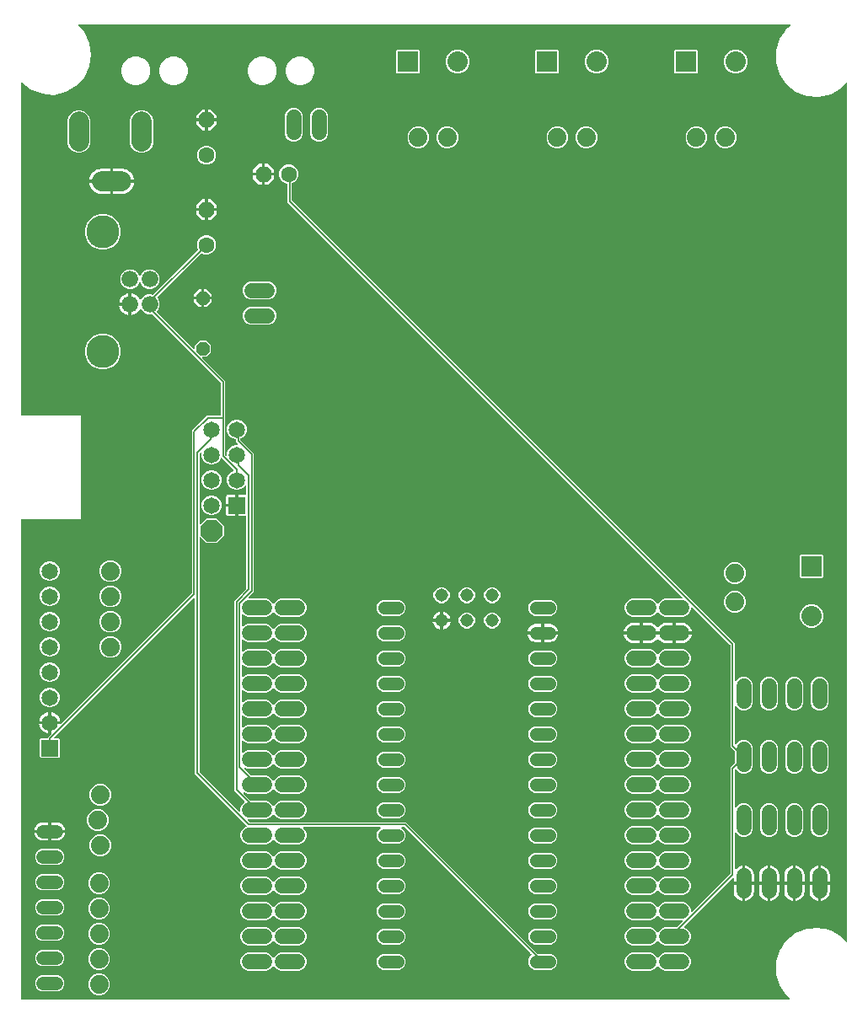
<source format=gbr>
G04 EAGLE Gerber X2 export*
G75*
%MOMM*%
%FSLAX34Y34*%
%LPD*%
%AMOC8*
5,1,8,0,0,1.08239X$1,22.5*%
G01*
%ADD10C,1.524000*%
%ADD11P,1.732040X8X202.500000*%
%ADD12C,1.600200*%
%ADD13P,1.732040X8X112.500000*%
%ADD14C,1.320800*%
%ADD15R,1.651000X1.651000*%
%ADD16C,1.651000*%
%ADD17C,2.000000*%
%ADD18P,1.429621X8X112.500000*%
%ADD19R,2.032000X2.032000*%
%ADD20C,2.032000*%
%ADD21C,1.308000*%
%ADD22C,1.308000*%
%ADD23C,1.676400*%
%ADD24C,3.302000*%
%ADD25P,2.336880X8X202.500000*%
%ADD26C,1.879600*%
%ADD27C,0.152400*%

G36*
X782298Y10179D02*
X782298Y10179D01*
X782411Y10195D01*
X782419Y10199D01*
X782429Y10200D01*
X782529Y10254D01*
X782631Y10305D01*
X782638Y10311D01*
X782646Y10316D01*
X782724Y10398D01*
X782805Y10479D01*
X782809Y10487D01*
X782815Y10494D01*
X782863Y10598D01*
X782914Y10699D01*
X782915Y10709D01*
X782919Y10717D01*
X782931Y10830D01*
X782947Y10943D01*
X782945Y10952D01*
X782946Y10961D01*
X782922Y11073D01*
X782900Y11185D01*
X782896Y11193D01*
X782894Y11202D01*
X782835Y11299D01*
X782779Y11399D01*
X782771Y11407D01*
X782768Y11413D01*
X782750Y11428D01*
X782660Y11517D01*
X779205Y14273D01*
X772382Y24280D01*
X768812Y35854D01*
X768812Y47966D01*
X772382Y59540D01*
X773198Y60736D01*
X773198Y60737D01*
X774755Y63020D01*
X775793Y64543D01*
X776831Y66065D01*
X778388Y68349D01*
X779205Y69547D01*
X788674Y77098D01*
X799948Y81523D01*
X812026Y82429D01*
X815057Y81737D01*
X815058Y81737D01*
X818393Y80975D01*
X821728Y80214D01*
X823835Y79733D01*
X834324Y73677D01*
X839220Y68401D01*
X839288Y68348D01*
X839350Y68289D01*
X839384Y68273D01*
X839414Y68250D01*
X839495Y68221D01*
X839573Y68185D01*
X839611Y68181D01*
X839646Y68169D01*
X839732Y68168D01*
X839817Y68158D01*
X839854Y68166D01*
X839892Y68166D01*
X839974Y68192D01*
X840058Y68210D01*
X840090Y68230D01*
X840126Y68241D01*
X840195Y68293D01*
X840269Y68337D01*
X840294Y68365D01*
X840324Y68388D01*
X840373Y68458D01*
X840429Y68523D01*
X840443Y68559D01*
X840465Y68590D01*
X840489Y68672D01*
X840521Y68752D01*
X840526Y68800D01*
X840534Y68826D01*
X840532Y68856D01*
X840539Y68918D01*
X840539Y930572D01*
X840525Y930656D01*
X840520Y930742D01*
X840506Y930777D01*
X840500Y930814D01*
X840459Y930890D01*
X840427Y930970D01*
X840402Y930998D01*
X840384Y931032D01*
X840322Y931091D01*
X840266Y931156D01*
X840234Y931175D01*
X840206Y931201D01*
X840128Y931237D01*
X840054Y931281D01*
X840017Y931289D01*
X839983Y931305D01*
X839898Y931314D01*
X839814Y931332D01*
X839776Y931328D01*
X839739Y931332D01*
X839655Y931314D01*
X839569Y931304D01*
X839535Y931288D01*
X839498Y931280D01*
X839425Y931236D01*
X839347Y931199D01*
X839310Y931167D01*
X839287Y931153D01*
X839267Y931130D01*
X839220Y931089D01*
X834324Y925813D01*
X823835Y919757D01*
X812026Y917061D01*
X799948Y917967D01*
X788674Y922392D01*
X779205Y929943D01*
X772382Y939950D01*
X768812Y951524D01*
X768812Y963636D01*
X772382Y975210D01*
X772756Y975759D01*
X773794Y977281D01*
X773794Y977282D01*
X774832Y978804D01*
X776389Y981088D01*
X777427Y982610D01*
X778465Y984133D01*
X779205Y985217D01*
X783300Y988483D01*
X783376Y988567D01*
X783455Y988650D01*
X783459Y988658D01*
X783465Y988665D01*
X783510Y988769D01*
X783558Y988873D01*
X783559Y988882D01*
X783563Y988891D01*
X783573Y989004D01*
X783586Y989117D01*
X783584Y989127D01*
X783584Y989136D01*
X783557Y989247D01*
X783533Y989358D01*
X783529Y989366D01*
X783526Y989375D01*
X783466Y989471D01*
X783407Y989569D01*
X783400Y989575D01*
X783395Y989583D01*
X783307Y989654D01*
X783220Y989729D01*
X783211Y989732D01*
X783204Y989738D01*
X783099Y989778D01*
X782992Y989821D01*
X782981Y989822D01*
X782974Y989825D01*
X782951Y989825D01*
X782825Y989839D01*
X68894Y989839D01*
X68837Y989830D01*
X68779Y989831D01*
X68716Y989810D01*
X68651Y989800D01*
X68600Y989773D01*
X68545Y989755D01*
X68492Y989715D01*
X68434Y989684D01*
X68394Y989643D01*
X68348Y989608D01*
X68310Y989554D01*
X68264Y989506D01*
X68240Y989454D01*
X68207Y989407D01*
X68188Y989343D01*
X68161Y989283D01*
X68154Y989226D01*
X68138Y989171D01*
X68141Y989104D01*
X68133Y989039D01*
X68146Y988982D01*
X68148Y988925D01*
X68172Y988863D01*
X68186Y988798D01*
X68215Y988749D01*
X68236Y988695D01*
X68296Y988614D01*
X68312Y988587D01*
X68322Y988578D01*
X68336Y988560D01*
X73958Y982501D01*
X79213Y971589D01*
X81018Y959612D01*
X79213Y947636D01*
X73958Y936723D01*
X65720Y927844D01*
X55231Y921789D01*
X43422Y919093D01*
X31344Y919999D01*
X20070Y924424D01*
X11397Y931340D01*
X11371Y931355D01*
X11350Y931375D01*
X11264Y931414D01*
X11182Y931461D01*
X11153Y931466D01*
X11127Y931478D01*
X11033Y931489D01*
X10940Y931506D01*
X10911Y931502D01*
X10883Y931505D01*
X10790Y931485D01*
X10697Y931472D01*
X10671Y931459D01*
X10642Y931453D01*
X10561Y931405D01*
X10477Y931363D01*
X10456Y931342D01*
X10431Y931327D01*
X10370Y931255D01*
X10303Y931188D01*
X10290Y931162D01*
X10271Y931140D01*
X10236Y931052D01*
X10194Y930968D01*
X10190Y930939D01*
X10179Y930912D01*
X10161Y930745D01*
X10161Y597916D01*
X10164Y597896D01*
X10162Y597877D01*
X10184Y597775D01*
X10200Y597673D01*
X10210Y597656D01*
X10214Y597636D01*
X10267Y597547D01*
X10316Y597456D01*
X10330Y597442D01*
X10340Y597425D01*
X10419Y597358D01*
X10494Y597286D01*
X10512Y597278D01*
X10527Y597265D01*
X10623Y597226D01*
X10717Y597183D01*
X10737Y597181D01*
X10755Y597173D01*
X10922Y597155D01*
X70420Y597155D01*
X70867Y596708D01*
X70867Y493460D01*
X70420Y493013D01*
X10922Y493013D01*
X10902Y493010D01*
X10883Y493012D01*
X10781Y492990D01*
X10679Y492974D01*
X10662Y492964D01*
X10642Y492960D01*
X10553Y492907D01*
X10462Y492858D01*
X10448Y492844D01*
X10431Y492834D01*
X10364Y492755D01*
X10292Y492680D01*
X10284Y492662D01*
X10271Y492647D01*
X10232Y492551D01*
X10189Y492457D01*
X10187Y492437D01*
X10179Y492419D01*
X10161Y492252D01*
X10161Y10922D01*
X10164Y10902D01*
X10162Y10883D01*
X10184Y10781D01*
X10200Y10679D01*
X10210Y10662D01*
X10214Y10642D01*
X10267Y10553D01*
X10316Y10462D01*
X10330Y10448D01*
X10340Y10431D01*
X10419Y10364D01*
X10494Y10292D01*
X10512Y10284D01*
X10527Y10271D01*
X10623Y10232D01*
X10717Y10189D01*
X10737Y10187D01*
X10755Y10179D01*
X10922Y10161D01*
X782186Y10161D01*
X782298Y10179D01*
G37*
%LPC*%
G36*
X526526Y40195D02*
X526526Y40195D01*
X523562Y41423D01*
X521293Y43692D01*
X520065Y46656D01*
X520065Y49864D01*
X521293Y52828D01*
X523161Y54696D01*
X523173Y54713D01*
X523188Y54725D01*
X523244Y54812D01*
X523305Y54896D01*
X523311Y54915D01*
X523321Y54932D01*
X523347Y55032D01*
X523377Y55131D01*
X523377Y55151D01*
X523381Y55170D01*
X523373Y55273D01*
X523371Y55377D01*
X523364Y55396D01*
X523362Y55416D01*
X523322Y55510D01*
X523286Y55608D01*
X523274Y55624D01*
X523266Y55642D01*
X523161Y55773D01*
X395516Y183418D01*
X395442Y183471D01*
X395372Y183531D01*
X395342Y183543D01*
X395316Y183562D01*
X395229Y183589D01*
X395144Y183623D01*
X395103Y183627D01*
X395081Y183634D01*
X395049Y183633D01*
X394977Y183641D01*
X393477Y183641D01*
X393381Y183626D01*
X393284Y183616D01*
X393260Y183606D01*
X393234Y183602D01*
X393148Y183556D01*
X393059Y183516D01*
X393040Y183499D01*
X393017Y183486D01*
X392950Y183416D01*
X392878Y183350D01*
X392865Y183327D01*
X392847Y183308D01*
X392806Y183220D01*
X392759Y183134D01*
X392755Y183109D01*
X392744Y183085D01*
X392733Y182988D01*
X392716Y182892D01*
X392720Y182866D01*
X392717Y182841D01*
X392737Y182745D01*
X392752Y182649D01*
X392763Y182626D01*
X392769Y182600D01*
X392819Y182517D01*
X392863Y182430D01*
X392882Y182411D01*
X392895Y182389D01*
X392969Y182326D01*
X393039Y182258D01*
X393067Y182242D01*
X393082Y182229D01*
X393113Y182217D01*
X393186Y182177D01*
X393378Y182097D01*
X395647Y179828D01*
X396875Y176864D01*
X396875Y173656D01*
X395647Y170692D01*
X393378Y168423D01*
X390414Y167195D01*
X374126Y167195D01*
X371162Y168423D01*
X368893Y170692D01*
X367665Y173656D01*
X367665Y176864D01*
X368893Y179828D01*
X371162Y182097D01*
X371354Y182177D01*
X371437Y182228D01*
X371523Y182274D01*
X371541Y182292D01*
X371563Y182306D01*
X371625Y182381D01*
X371693Y182452D01*
X371704Y182476D01*
X371720Y182496D01*
X371755Y182587D01*
X371796Y182675D01*
X371799Y182701D01*
X371808Y182725D01*
X371813Y182823D01*
X371823Y182919D01*
X371818Y182945D01*
X371819Y182971D01*
X371792Y183065D01*
X371771Y183160D01*
X371758Y183182D01*
X371750Y183207D01*
X371695Y183287D01*
X371645Y183371D01*
X371625Y183388D01*
X371610Y183409D01*
X371532Y183468D01*
X371458Y183531D01*
X371434Y183541D01*
X371413Y183556D01*
X371320Y183586D01*
X371230Y183623D01*
X371197Y183626D01*
X371179Y183632D01*
X371146Y183632D01*
X371063Y183641D01*
X294679Y183641D01*
X294608Y183630D01*
X294537Y183628D01*
X294488Y183610D01*
X294436Y183602D01*
X294373Y183568D01*
X294306Y183543D01*
X294265Y183511D01*
X294219Y183486D01*
X294170Y183434D01*
X294114Y183390D01*
X294085Y183346D01*
X294050Y183308D01*
X294019Y183243D01*
X293981Y183183D01*
X293968Y183132D01*
X293946Y183085D01*
X293938Y183014D01*
X293921Y182944D01*
X293925Y182892D01*
X293919Y182841D01*
X293934Y182770D01*
X293940Y182699D01*
X293960Y182651D01*
X293971Y182600D01*
X294008Y182539D01*
X294036Y182473D01*
X294081Y182417D01*
X294097Y182389D01*
X294115Y182374D01*
X294141Y182342D01*
X296043Y180440D01*
X297435Y177079D01*
X297435Y173441D01*
X296043Y170080D01*
X293470Y167507D01*
X290109Y166115D01*
X271231Y166115D01*
X267870Y167507D01*
X265297Y170080D01*
X264863Y171128D01*
X264826Y171189D01*
X264796Y171255D01*
X264761Y171293D01*
X264734Y171337D01*
X264679Y171383D01*
X264630Y171436D01*
X264584Y171461D01*
X264544Y171494D01*
X264477Y171520D01*
X264414Y171554D01*
X264363Y171564D01*
X264315Y171582D01*
X264243Y171585D01*
X264172Y171598D01*
X264121Y171590D01*
X264069Y171593D01*
X264000Y171573D01*
X263929Y171562D01*
X263883Y171539D01*
X263833Y171524D01*
X263774Y171483D01*
X263710Y171451D01*
X263673Y171413D01*
X263631Y171384D01*
X263588Y171326D01*
X263538Y171275D01*
X263503Y171212D01*
X263484Y171186D01*
X263477Y171164D01*
X263457Y171128D01*
X263023Y170080D01*
X260450Y167507D01*
X257089Y166115D01*
X238211Y166115D01*
X234850Y167507D01*
X232277Y170080D01*
X230885Y173441D01*
X230885Y177079D01*
X232277Y180440D01*
X234850Y183013D01*
X236696Y183777D01*
X236735Y183802D01*
X236778Y183817D01*
X236839Y183866D01*
X236905Y183907D01*
X236935Y183942D01*
X236970Y183971D01*
X237012Y184036D01*
X237062Y184096D01*
X237079Y184139D01*
X237103Y184178D01*
X237122Y184253D01*
X237150Y184326D01*
X237152Y184372D01*
X237163Y184416D01*
X237157Y184494D01*
X237161Y184572D01*
X237148Y184616D01*
X237144Y184662D01*
X237114Y184733D01*
X237114Y184734D01*
X237106Y184767D01*
X237102Y184774D01*
X237092Y184808D01*
X237066Y184846D01*
X237048Y184888D01*
X236993Y184957D01*
X236980Y184978D01*
X236967Y184990D01*
X236963Y184995D01*
X236952Y185010D01*
X236948Y185013D01*
X236943Y185019D01*
X236758Y185204D01*
X185165Y236797D01*
X185165Y413266D01*
X185154Y413336D01*
X185152Y413408D01*
X185134Y413457D01*
X185126Y413508D01*
X185092Y413572D01*
X185067Y413639D01*
X185035Y413680D01*
X185010Y413726D01*
X184959Y413775D01*
X184914Y413831D01*
X184870Y413859D01*
X184832Y413895D01*
X184767Y413925D01*
X184707Y413964D01*
X184656Y413977D01*
X184609Y413999D01*
X184538Y414007D01*
X184468Y414024D01*
X184416Y414020D01*
X184365Y414026D01*
X184294Y414011D01*
X184223Y414005D01*
X184175Y413985D01*
X184124Y413974D01*
X184063Y413937D01*
X183997Y413909D01*
X183941Y413864D01*
X183913Y413847D01*
X183898Y413830D01*
X183866Y413804D01*
X44031Y273969D01*
X43989Y273911D01*
X43940Y273859D01*
X43918Y273812D01*
X43888Y273770D01*
X43867Y273701D01*
X43836Y273636D01*
X43831Y273584D01*
X43815Y273534D01*
X43817Y273463D01*
X43809Y273392D01*
X43820Y273341D01*
X43822Y273289D01*
X43846Y273221D01*
X43861Y273151D01*
X43888Y273107D01*
X43906Y273058D01*
X43951Y273002D01*
X43988Y272940D01*
X44027Y272906D01*
X44060Y272866D01*
X44120Y272827D01*
X44175Y272780D01*
X44223Y272761D01*
X44267Y272733D01*
X44336Y272715D01*
X44403Y272688D01*
X44474Y272680D01*
X44505Y272672D01*
X44529Y272674D01*
X44569Y272670D01*
X48257Y272670D01*
X49150Y271777D01*
X49150Y254003D01*
X48257Y253110D01*
X30483Y253110D01*
X29590Y254003D01*
X29590Y271777D01*
X30483Y272670D01*
X36576Y272670D01*
X36596Y272673D01*
X36615Y272671D01*
X36717Y272693D01*
X36819Y272709D01*
X36836Y272719D01*
X36856Y272723D01*
X36945Y272776D01*
X37036Y272825D01*
X37050Y272839D01*
X37067Y272849D01*
X37134Y272928D01*
X37206Y273003D01*
X37214Y273021D01*
X37227Y273036D01*
X37266Y273132D01*
X37309Y273226D01*
X37311Y273246D01*
X37319Y273264D01*
X37337Y273431D01*
X37337Y273743D01*
X40670Y277076D01*
X40723Y277150D01*
X40783Y277220D01*
X40795Y277250D01*
X40814Y277276D01*
X40841Y277363D01*
X40875Y277448D01*
X40879Y277489D01*
X40886Y277511D01*
X40885Y277543D01*
X40893Y277614D01*
X40893Y286767D01*
X50046Y286767D01*
X50136Y286782D01*
X50227Y286789D01*
X50256Y286801D01*
X50288Y286807D01*
X50369Y286849D01*
X50453Y286885D01*
X50485Y286911D01*
X50506Y286922D01*
X50528Y286945D01*
X50584Y286990D01*
X181894Y418300D01*
X181947Y418374D01*
X182007Y418444D01*
X182019Y418474D01*
X182038Y418500D01*
X182065Y418587D01*
X182099Y418672D01*
X182103Y418713D01*
X182110Y418735D01*
X182109Y418767D01*
X182117Y418839D01*
X182117Y581591D01*
X197173Y596647D01*
X210312Y596647D01*
X210332Y596650D01*
X210351Y596648D01*
X210453Y596670D01*
X210555Y596686D01*
X210572Y596696D01*
X210592Y596700D01*
X210681Y596753D01*
X210772Y596802D01*
X210786Y596816D01*
X210803Y596826D01*
X210870Y596905D01*
X210942Y596980D01*
X210950Y596998D01*
X210963Y597013D01*
X211002Y597109D01*
X211045Y597203D01*
X211047Y597223D01*
X211055Y597241D01*
X211073Y597408D01*
X211073Y629673D01*
X211059Y629764D01*
X211051Y629854D01*
X211039Y629884D01*
X211034Y629916D01*
X210991Y629997D01*
X210955Y630081D01*
X210929Y630113D01*
X210918Y630134D01*
X210895Y630156D01*
X210850Y630212D01*
X142332Y698730D01*
X142258Y698783D01*
X142188Y698843D01*
X142158Y698855D01*
X142132Y698874D01*
X142045Y698901D01*
X141960Y698935D01*
X141919Y698939D01*
X141897Y698946D01*
X141865Y698945D01*
X141793Y698953D01*
X137851Y698953D01*
X134210Y700461D01*
X131423Y703248D01*
X131152Y703903D01*
X131130Y703939D01*
X131116Y703978D01*
X131066Y704042D01*
X131023Y704112D01*
X130990Y704139D01*
X130965Y704172D01*
X130896Y704217D01*
X130833Y704269D01*
X130794Y704284D01*
X130759Y704307D01*
X130680Y704328D01*
X130604Y704357D01*
X130562Y704359D01*
X130521Y704369D01*
X130440Y704364D01*
X130358Y704367D01*
X130318Y704356D01*
X130276Y704353D01*
X130200Y704322D01*
X130122Y704299D01*
X130087Y704275D01*
X130048Y704259D01*
X129987Y704205D01*
X129920Y704159D01*
X129895Y704125D01*
X129863Y704097D01*
X129778Y703968D01*
X129773Y703961D01*
X129772Y703959D01*
X129771Y703957D01*
X129352Y703135D01*
X128341Y701744D01*
X127126Y700529D01*
X125735Y699518D01*
X124203Y698738D01*
X122568Y698206D01*
X121533Y698042D01*
X121533Y708098D01*
X121530Y708118D01*
X121532Y708137D01*
X121510Y708239D01*
X121493Y708341D01*
X121484Y708358D01*
X121480Y708378D01*
X121427Y708467D01*
X121378Y708558D01*
X121364Y708572D01*
X121354Y708589D01*
X121275Y708656D01*
X121200Y708727D01*
X121182Y708736D01*
X121167Y708749D01*
X121071Y708787D01*
X120977Y708831D01*
X120957Y708833D01*
X120939Y708841D01*
X120772Y708859D01*
X120009Y708859D01*
X120009Y708861D01*
X120772Y708861D01*
X120792Y708864D01*
X120811Y708862D01*
X120913Y708884D01*
X121015Y708901D01*
X121032Y708910D01*
X121052Y708914D01*
X121141Y708967D01*
X121232Y709016D01*
X121246Y709030D01*
X121263Y709040D01*
X121330Y709119D01*
X121401Y709194D01*
X121410Y709212D01*
X121423Y709227D01*
X121462Y709323D01*
X121505Y709417D01*
X121507Y709437D01*
X121515Y709455D01*
X121533Y709622D01*
X121533Y719678D01*
X122568Y719514D01*
X124203Y718982D01*
X125735Y718202D01*
X127126Y717191D01*
X128341Y715976D01*
X129352Y714585D01*
X129771Y713763D01*
X129796Y713729D01*
X129813Y713691D01*
X129868Y713630D01*
X129916Y713565D01*
X129951Y713540D01*
X129979Y713510D01*
X130051Y713470D01*
X130118Y713423D01*
X130158Y713411D01*
X130195Y713391D01*
X130275Y713376D01*
X130353Y713353D01*
X130395Y713355D01*
X130437Y713347D01*
X130518Y713359D01*
X130599Y713362D01*
X130638Y713377D01*
X130680Y713383D01*
X130753Y713420D01*
X130829Y713449D01*
X130862Y713476D01*
X130899Y713495D01*
X130957Y713553D01*
X131020Y713605D01*
X131042Y713640D01*
X131071Y713670D01*
X131146Y713806D01*
X131151Y713813D01*
X131151Y713815D01*
X131152Y713817D01*
X131423Y714472D01*
X134210Y717259D01*
X137851Y718767D01*
X141793Y718767D01*
X142907Y718305D01*
X143021Y718278D01*
X143134Y718250D01*
X143140Y718250D01*
X143146Y718249D01*
X143263Y718260D01*
X143379Y718269D01*
X143385Y718272D01*
X143391Y718272D01*
X143499Y718320D01*
X143605Y718365D01*
X143611Y718370D01*
X143616Y718372D01*
X143630Y718385D01*
X143736Y718470D01*
X188252Y762986D01*
X188320Y763080D01*
X188390Y763175D01*
X188392Y763181D01*
X188396Y763186D01*
X188430Y763297D01*
X188467Y763409D01*
X188467Y763415D01*
X188468Y763421D01*
X188465Y763538D01*
X188464Y763655D01*
X188462Y763662D01*
X188462Y763667D01*
X188456Y763685D01*
X188417Y763816D01*
X187324Y766455D01*
X187324Y770245D01*
X188774Y773746D01*
X191454Y776426D01*
X194955Y777876D01*
X198745Y777876D01*
X202246Y776426D01*
X204926Y773746D01*
X206376Y770245D01*
X206376Y766455D01*
X204926Y762954D01*
X202246Y760274D01*
X198745Y758824D01*
X194955Y758824D01*
X192316Y759917D01*
X192202Y759944D01*
X192089Y759973D01*
X192083Y759972D01*
X192076Y759974D01*
X191960Y759963D01*
X191844Y759954D01*
X191838Y759951D01*
X191832Y759951D01*
X191724Y759903D01*
X191617Y759857D01*
X191611Y759853D01*
X191607Y759851D01*
X191593Y759838D01*
X191486Y759752D01*
X147751Y716017D01*
X147740Y716001D01*
X147724Y715989D01*
X147668Y715901D01*
X147608Y715818D01*
X147602Y715799D01*
X147591Y715782D01*
X147566Y715681D01*
X147535Y715583D01*
X147536Y715563D01*
X147531Y715543D01*
X147539Y715440D01*
X147542Y715337D01*
X147549Y715318D01*
X147550Y715298D01*
X147591Y715203D01*
X147626Y715106D01*
X147639Y715090D01*
X147647Y715072D01*
X147751Y714941D01*
X148221Y714472D01*
X149729Y710831D01*
X149729Y706889D01*
X148221Y703248D01*
X146789Y701817D01*
X146778Y701801D01*
X146762Y701788D01*
X146706Y701701D01*
X146646Y701617D01*
X146640Y701598D01*
X146629Y701582D01*
X146604Y701481D01*
X146573Y701382D01*
X146574Y701362D01*
X146569Y701343D01*
X146577Y701240D01*
X146580Y701136D01*
X146587Y701118D01*
X146588Y701098D01*
X146629Y701003D01*
X146664Y700905D01*
X146677Y700890D01*
X146685Y700872D01*
X146789Y700741D01*
X183612Y663918D01*
X183670Y663876D01*
X183722Y663827D01*
X183769Y663805D01*
X183811Y663775D01*
X183880Y663754D01*
X183945Y663723D01*
X183997Y663718D01*
X184047Y663702D01*
X184118Y663704D01*
X184189Y663696D01*
X184240Y663707D01*
X184292Y663709D01*
X184360Y663733D01*
X184430Y663748D01*
X184474Y663775D01*
X184523Y663793D01*
X184579Y663838D01*
X184641Y663875D01*
X184675Y663914D01*
X184715Y663947D01*
X184754Y664007D01*
X184801Y664062D01*
X184820Y664110D01*
X184848Y664154D01*
X184866Y664223D01*
X184893Y664290D01*
X184901Y664361D01*
X184909Y664392D01*
X184907Y664416D01*
X184911Y664456D01*
X184911Y667577D01*
X189673Y672339D01*
X196407Y672339D01*
X201169Y667577D01*
X201169Y660843D01*
X196407Y656081D01*
X193286Y656081D01*
X193216Y656070D01*
X193144Y656068D01*
X193095Y656050D01*
X193044Y656042D01*
X192980Y656008D01*
X192913Y655983D01*
X192872Y655951D01*
X192826Y655926D01*
X192777Y655874D01*
X192721Y655830D01*
X192693Y655786D01*
X192657Y655748D01*
X192627Y655683D01*
X192588Y655623D01*
X192575Y655572D01*
X192553Y655525D01*
X192545Y655454D01*
X192528Y655384D01*
X192532Y655332D01*
X192526Y655281D01*
X192541Y655210D01*
X192547Y655139D01*
X192567Y655091D01*
X192578Y655040D01*
X192615Y654979D01*
X192643Y654913D01*
X192688Y654857D01*
X192705Y654829D01*
X192722Y654814D01*
X192748Y654782D01*
X215647Y631883D01*
X215647Y557523D01*
X215661Y557433D01*
X215669Y557342D01*
X215681Y557312D01*
X215686Y557280D01*
X215729Y557199D01*
X215765Y557115D01*
X215791Y557083D01*
X215802Y557062D01*
X215825Y557040D01*
X215846Y557013D01*
X215849Y557009D01*
X215852Y557006D01*
X215870Y556984D01*
X216251Y556603D01*
X216309Y556561D01*
X216361Y556512D01*
X216408Y556490D01*
X216450Y556460D01*
X216519Y556439D01*
X216584Y556408D01*
X216636Y556403D01*
X216686Y556387D01*
X216757Y556389D01*
X216828Y556381D01*
X216879Y556392D01*
X216931Y556394D01*
X216999Y556418D01*
X217069Y556433D01*
X217114Y556460D01*
X217162Y556478D01*
X217218Y556523D01*
X217280Y556560D01*
X217314Y556599D01*
X217354Y556632D01*
X217393Y556692D01*
X217440Y556747D01*
X217459Y556795D01*
X217487Y556839D01*
X217505Y556908D01*
X217532Y556975D01*
X217540Y557046D01*
X217548Y557077D01*
X217546Y557101D01*
X217550Y557141D01*
X217550Y559475D01*
X219039Y563070D01*
X221790Y565821D01*
X225385Y567310D01*
X227719Y567310D01*
X227789Y567321D01*
X227861Y567323D01*
X227910Y567341D01*
X227961Y567349D01*
X228025Y567383D01*
X228092Y567408D01*
X228133Y567440D01*
X228179Y567465D01*
X228228Y567517D01*
X228284Y567561D01*
X228312Y567605D01*
X228348Y567643D01*
X228378Y567708D01*
X228417Y567768D01*
X228430Y567819D01*
X228452Y567866D01*
X228460Y567937D01*
X228477Y568007D01*
X228473Y568059D01*
X228479Y568110D01*
X228464Y568181D01*
X228458Y568252D01*
X228438Y568300D01*
X228427Y568351D01*
X228390Y568412D01*
X228362Y568478D01*
X228317Y568534D01*
X228300Y568562D01*
X228283Y568577D01*
X228257Y568609D01*
X226313Y570553D01*
X226313Y572389D01*
X226310Y572409D01*
X226312Y572428D01*
X226290Y572530D01*
X226274Y572632D01*
X226264Y572649D01*
X226260Y572669D01*
X226207Y572758D01*
X226158Y572849D01*
X226144Y572863D01*
X226134Y572880D01*
X226055Y572947D01*
X225980Y573019D01*
X225962Y573027D01*
X225947Y573040D01*
X225851Y573079D01*
X225757Y573122D01*
X225737Y573124D01*
X225719Y573132D01*
X225552Y573150D01*
X225385Y573150D01*
X221790Y574639D01*
X219039Y577390D01*
X217550Y580985D01*
X217550Y584875D01*
X219039Y588470D01*
X221790Y591221D01*
X225385Y592710D01*
X229275Y592710D01*
X232870Y591221D01*
X235621Y588470D01*
X237110Y584875D01*
X237110Y580985D01*
X235621Y577390D01*
X232870Y574639D01*
X231357Y574012D01*
X231257Y573951D01*
X231157Y573891D01*
X231153Y573886D01*
X231148Y573883D01*
X231073Y573793D01*
X230997Y573704D01*
X230995Y573698D01*
X230991Y573693D01*
X230949Y573585D01*
X230905Y573476D01*
X230904Y573468D01*
X230903Y573464D01*
X230902Y573445D01*
X230887Y573309D01*
X230887Y572763D01*
X230901Y572672D01*
X230909Y572582D01*
X230921Y572552D01*
X230926Y572520D01*
X230969Y572439D01*
X231005Y572355D01*
X231031Y572323D01*
X231042Y572302D01*
X231065Y572280D01*
X231110Y572224D01*
X244603Y558731D01*
X244603Y419677D01*
X239230Y414304D01*
X239188Y414246D01*
X239139Y414194D01*
X239117Y414147D01*
X239087Y414105D01*
X239066Y414036D01*
X239035Y413971D01*
X239030Y413919D01*
X239014Y413869D01*
X239016Y413798D01*
X239008Y413727D01*
X239019Y413676D01*
X239021Y413624D01*
X239045Y413556D01*
X239060Y413486D01*
X239087Y413441D01*
X239105Y413393D01*
X239150Y413337D01*
X239187Y413275D01*
X239226Y413241D01*
X239259Y413201D01*
X239319Y413162D01*
X239374Y413115D01*
X239422Y413096D01*
X239466Y413068D01*
X239535Y413050D01*
X239602Y413023D01*
X239673Y413015D01*
X239704Y413007D01*
X239728Y413009D01*
X239768Y413005D01*
X257089Y413005D01*
X260450Y411613D01*
X263023Y409040D01*
X263457Y407992D01*
X263494Y407931D01*
X263524Y407865D01*
X263559Y407827D01*
X263586Y407783D01*
X263641Y407737D01*
X263690Y407684D01*
X263736Y407659D01*
X263776Y407626D01*
X263843Y407600D01*
X263906Y407566D01*
X263957Y407556D01*
X264005Y407538D01*
X264077Y407535D01*
X264148Y407522D01*
X264199Y407530D01*
X264251Y407527D01*
X264320Y407547D01*
X264391Y407558D01*
X264437Y407581D01*
X264487Y407596D01*
X264546Y407637D01*
X264610Y407669D01*
X264647Y407707D01*
X264689Y407736D01*
X264732Y407794D01*
X264782Y407845D01*
X264817Y407908D01*
X264836Y407934D01*
X264843Y407956D01*
X264863Y407992D01*
X265297Y409040D01*
X267870Y411613D01*
X271231Y413005D01*
X290109Y413005D01*
X293470Y411613D01*
X296043Y409040D01*
X297435Y405679D01*
X297435Y402041D01*
X296043Y398680D01*
X293470Y396107D01*
X290109Y394715D01*
X271231Y394715D01*
X267870Y396107D01*
X265297Y398680D01*
X264863Y399728D01*
X264826Y399789D01*
X264796Y399855D01*
X264761Y399893D01*
X264734Y399937D01*
X264678Y399983D01*
X264630Y400036D01*
X264584Y400061D01*
X264544Y400094D01*
X264477Y400120D01*
X264414Y400154D01*
X264363Y400164D01*
X264315Y400182D01*
X264243Y400185D01*
X264172Y400198D01*
X264121Y400190D01*
X264069Y400193D01*
X264000Y400173D01*
X263929Y400162D01*
X263883Y400139D01*
X263833Y400124D01*
X263774Y400083D01*
X263710Y400051D01*
X263673Y400013D01*
X263631Y399984D01*
X263588Y399926D01*
X263538Y399875D01*
X263503Y399812D01*
X263484Y399786D01*
X263477Y399764D01*
X263457Y399728D01*
X263023Y398680D01*
X260450Y396107D01*
X257089Y394715D01*
X238211Y394715D01*
X234850Y396107D01*
X233710Y397247D01*
X233652Y397289D01*
X233600Y397338D01*
X233553Y397360D01*
X233511Y397391D01*
X233442Y397412D01*
X233377Y397442D01*
X233325Y397448D01*
X233275Y397463D01*
X233204Y397461D01*
X233133Y397469D01*
X233082Y397458D01*
X233030Y397457D01*
X232962Y397432D01*
X232892Y397417D01*
X232847Y397390D01*
X232799Y397372D01*
X232743Y397327D01*
X232681Y397291D01*
X232647Y397251D01*
X232607Y397219D01*
X232568Y397158D01*
X232521Y397104D01*
X232502Y397055D01*
X232474Y397012D01*
X232456Y396942D01*
X232429Y396876D01*
X232421Y396804D01*
X232413Y396773D01*
X232415Y396750D01*
X232411Y396709D01*
X232411Y385611D01*
X232422Y385540D01*
X232424Y385469D01*
X232442Y385420D01*
X232450Y385368D01*
X232484Y385305D01*
X232509Y385238D01*
X232541Y385197D01*
X232566Y385151D01*
X232618Y385102D01*
X232662Y385046D01*
X232706Y385017D01*
X232744Y384982D01*
X232809Y384951D01*
X232869Y384913D01*
X232920Y384900D01*
X232967Y384878D01*
X233038Y384870D01*
X233108Y384853D01*
X233160Y384857D01*
X233211Y384851D01*
X233282Y384866D01*
X233353Y384872D01*
X233401Y384892D01*
X233452Y384903D01*
X233513Y384940D01*
X233579Y384968D01*
X233635Y385013D01*
X233663Y385029D01*
X233678Y385047D01*
X233710Y385073D01*
X234850Y386213D01*
X238211Y387605D01*
X257089Y387605D01*
X260450Y386213D01*
X263023Y383640D01*
X263457Y382592D01*
X263494Y382531D01*
X263524Y382465D01*
X263559Y382427D01*
X263586Y382383D01*
X263641Y382337D01*
X263690Y382284D01*
X263736Y382259D01*
X263776Y382226D01*
X263843Y382200D01*
X263906Y382166D01*
X263957Y382156D01*
X264005Y382138D01*
X264077Y382135D01*
X264148Y382122D01*
X264199Y382130D01*
X264251Y382127D01*
X264320Y382147D01*
X264391Y382158D01*
X264437Y382181D01*
X264487Y382196D01*
X264546Y382237D01*
X264610Y382269D01*
X264647Y382307D01*
X264689Y382336D01*
X264732Y382394D01*
X264782Y382445D01*
X264817Y382508D01*
X264836Y382534D01*
X264843Y382556D01*
X264863Y382592D01*
X265297Y383640D01*
X267870Y386213D01*
X271231Y387605D01*
X290109Y387605D01*
X293470Y386213D01*
X296043Y383640D01*
X297435Y380279D01*
X297435Y376641D01*
X296043Y373280D01*
X293470Y370707D01*
X290109Y369315D01*
X271231Y369315D01*
X267870Y370707D01*
X265297Y373280D01*
X264863Y374328D01*
X264826Y374389D01*
X264796Y374455D01*
X264761Y374493D01*
X264734Y374537D01*
X264678Y374583D01*
X264630Y374636D01*
X264584Y374661D01*
X264544Y374694D01*
X264477Y374720D01*
X264414Y374754D01*
X264363Y374764D01*
X264315Y374782D01*
X264243Y374785D01*
X264172Y374798D01*
X264121Y374790D01*
X264069Y374793D01*
X264000Y374773D01*
X263929Y374762D01*
X263883Y374739D01*
X263833Y374724D01*
X263774Y374683D01*
X263710Y374651D01*
X263673Y374613D01*
X263631Y374584D01*
X263588Y374526D01*
X263538Y374475D01*
X263503Y374412D01*
X263484Y374386D01*
X263477Y374364D01*
X263457Y374328D01*
X263023Y373280D01*
X260450Y370707D01*
X257089Y369315D01*
X238211Y369315D01*
X234850Y370707D01*
X233710Y371847D01*
X233652Y371889D01*
X233600Y371938D01*
X233553Y371960D01*
X233511Y371991D01*
X233442Y372012D01*
X233377Y372042D01*
X233325Y372048D01*
X233275Y372063D01*
X233204Y372061D01*
X233133Y372069D01*
X233082Y372058D01*
X233030Y372057D01*
X232962Y372032D01*
X232892Y372017D01*
X232847Y371990D01*
X232799Y371972D01*
X232743Y371927D01*
X232681Y371891D01*
X232647Y371851D01*
X232607Y371819D01*
X232568Y371758D01*
X232521Y371704D01*
X232502Y371655D01*
X232474Y371612D01*
X232456Y371542D01*
X232429Y371476D01*
X232421Y371404D01*
X232413Y371373D01*
X232415Y371350D01*
X232411Y371309D01*
X232411Y360211D01*
X232422Y360140D01*
X232424Y360069D01*
X232442Y360020D01*
X232450Y359968D01*
X232484Y359905D01*
X232509Y359838D01*
X232541Y359797D01*
X232566Y359751D01*
X232618Y359702D01*
X232662Y359646D01*
X232706Y359617D01*
X232744Y359582D01*
X232809Y359551D01*
X232869Y359513D01*
X232920Y359500D01*
X232967Y359478D01*
X233038Y359470D01*
X233108Y359453D01*
X233160Y359457D01*
X233211Y359451D01*
X233282Y359466D01*
X233353Y359472D01*
X233401Y359492D01*
X233452Y359503D01*
X233513Y359540D01*
X233579Y359568D01*
X233635Y359613D01*
X233663Y359629D01*
X233678Y359647D01*
X233710Y359673D01*
X234850Y360813D01*
X238211Y362205D01*
X257089Y362205D01*
X260450Y360813D01*
X263023Y358240D01*
X263457Y357192D01*
X263494Y357131D01*
X263524Y357065D01*
X263559Y357027D01*
X263586Y356983D01*
X263641Y356937D01*
X263690Y356884D01*
X263736Y356859D01*
X263776Y356826D01*
X263843Y356800D01*
X263906Y356766D01*
X263957Y356756D01*
X264005Y356738D01*
X264077Y356735D01*
X264148Y356722D01*
X264199Y356730D01*
X264251Y356727D01*
X264320Y356747D01*
X264391Y356758D01*
X264437Y356781D01*
X264487Y356796D01*
X264546Y356837D01*
X264610Y356869D01*
X264647Y356907D01*
X264689Y356936D01*
X264732Y356994D01*
X264782Y357045D01*
X264817Y357108D01*
X264836Y357134D01*
X264843Y357156D01*
X264863Y357192D01*
X265297Y358240D01*
X267870Y360813D01*
X271231Y362205D01*
X290109Y362205D01*
X293470Y360813D01*
X296043Y358240D01*
X297435Y354879D01*
X297435Y351241D01*
X296043Y347880D01*
X293470Y345307D01*
X290109Y343915D01*
X271231Y343915D01*
X267870Y345307D01*
X265297Y347880D01*
X264863Y348928D01*
X264826Y348989D01*
X264796Y349055D01*
X264761Y349093D01*
X264734Y349137D01*
X264678Y349183D01*
X264630Y349236D01*
X264584Y349261D01*
X264544Y349294D01*
X264477Y349320D01*
X264414Y349354D01*
X264363Y349364D01*
X264315Y349382D01*
X264243Y349385D01*
X264172Y349398D01*
X264121Y349390D01*
X264069Y349393D01*
X264000Y349373D01*
X263929Y349362D01*
X263883Y349339D01*
X263833Y349324D01*
X263774Y349283D01*
X263710Y349251D01*
X263673Y349213D01*
X263631Y349184D01*
X263588Y349126D01*
X263538Y349075D01*
X263503Y349012D01*
X263484Y348986D01*
X263477Y348964D01*
X263457Y348928D01*
X263023Y347880D01*
X260450Y345307D01*
X257089Y343915D01*
X238211Y343915D01*
X234850Y345307D01*
X233710Y346447D01*
X233652Y346489D01*
X233600Y346538D01*
X233553Y346560D01*
X233511Y346591D01*
X233442Y346612D01*
X233377Y346642D01*
X233325Y346648D01*
X233275Y346663D01*
X233204Y346661D01*
X233133Y346669D01*
X233082Y346658D01*
X233030Y346657D01*
X232962Y346632D01*
X232892Y346617D01*
X232847Y346590D01*
X232799Y346572D01*
X232743Y346527D01*
X232681Y346491D01*
X232647Y346451D01*
X232607Y346419D01*
X232568Y346358D01*
X232521Y346304D01*
X232502Y346255D01*
X232474Y346212D01*
X232456Y346142D01*
X232429Y346076D01*
X232421Y346004D01*
X232413Y345973D01*
X232415Y345950D01*
X232411Y345909D01*
X232411Y334811D01*
X232422Y334740D01*
X232424Y334669D01*
X232442Y334620D01*
X232450Y334568D01*
X232484Y334505D01*
X232509Y334438D01*
X232541Y334397D01*
X232566Y334351D01*
X232618Y334302D01*
X232662Y334246D01*
X232706Y334217D01*
X232744Y334182D01*
X232809Y334151D01*
X232869Y334113D01*
X232920Y334100D01*
X232967Y334078D01*
X233038Y334070D01*
X233108Y334053D01*
X233160Y334057D01*
X233211Y334051D01*
X233282Y334066D01*
X233353Y334072D01*
X233401Y334092D01*
X233452Y334103D01*
X233513Y334140D01*
X233579Y334168D01*
X233635Y334213D01*
X233663Y334229D01*
X233678Y334247D01*
X233710Y334273D01*
X234850Y335413D01*
X238211Y336805D01*
X257089Y336805D01*
X260450Y335413D01*
X263023Y332840D01*
X263457Y331792D01*
X263494Y331731D01*
X263524Y331665D01*
X263559Y331627D01*
X263586Y331583D01*
X263641Y331537D01*
X263690Y331484D01*
X263736Y331459D01*
X263776Y331426D01*
X263843Y331400D01*
X263906Y331366D01*
X263957Y331356D01*
X264005Y331338D01*
X264077Y331335D01*
X264148Y331322D01*
X264199Y331330D01*
X264251Y331327D01*
X264320Y331347D01*
X264391Y331358D01*
X264437Y331381D01*
X264487Y331396D01*
X264546Y331437D01*
X264610Y331469D01*
X264647Y331507D01*
X264689Y331536D01*
X264732Y331594D01*
X264782Y331645D01*
X264817Y331708D01*
X264836Y331734D01*
X264843Y331756D01*
X264863Y331792D01*
X265297Y332840D01*
X267870Y335413D01*
X271231Y336805D01*
X290109Y336805D01*
X293470Y335413D01*
X296043Y332840D01*
X297435Y329479D01*
X297435Y325841D01*
X296043Y322480D01*
X293470Y319907D01*
X290109Y318515D01*
X271231Y318515D01*
X267870Y319907D01*
X265297Y322480D01*
X264863Y323528D01*
X264826Y323589D01*
X264796Y323655D01*
X264761Y323693D01*
X264734Y323737D01*
X264678Y323783D01*
X264630Y323836D01*
X264584Y323861D01*
X264544Y323894D01*
X264477Y323920D01*
X264414Y323954D01*
X264363Y323964D01*
X264315Y323982D01*
X264243Y323985D01*
X264172Y323998D01*
X264121Y323990D01*
X264069Y323993D01*
X264000Y323973D01*
X263929Y323962D01*
X263883Y323939D01*
X263833Y323924D01*
X263774Y323883D01*
X263710Y323851D01*
X263673Y323813D01*
X263631Y323784D01*
X263588Y323726D01*
X263538Y323675D01*
X263503Y323612D01*
X263484Y323586D01*
X263477Y323564D01*
X263457Y323528D01*
X263023Y322480D01*
X260450Y319907D01*
X257089Y318515D01*
X238211Y318515D01*
X234850Y319907D01*
X233710Y321047D01*
X233652Y321089D01*
X233600Y321138D01*
X233553Y321160D01*
X233511Y321191D01*
X233442Y321212D01*
X233377Y321242D01*
X233325Y321248D01*
X233275Y321263D01*
X233204Y321261D01*
X233133Y321269D01*
X233082Y321258D01*
X233030Y321257D01*
X232962Y321232D01*
X232892Y321217D01*
X232847Y321190D01*
X232799Y321172D01*
X232743Y321127D01*
X232681Y321091D01*
X232647Y321051D01*
X232607Y321019D01*
X232568Y320958D01*
X232521Y320904D01*
X232502Y320855D01*
X232474Y320812D01*
X232456Y320742D01*
X232429Y320676D01*
X232421Y320604D01*
X232413Y320573D01*
X232415Y320550D01*
X232411Y320509D01*
X232411Y309411D01*
X232422Y309340D01*
X232424Y309269D01*
X232442Y309220D01*
X232450Y309168D01*
X232484Y309105D01*
X232509Y309038D01*
X232541Y308997D01*
X232566Y308951D01*
X232618Y308902D01*
X232662Y308846D01*
X232706Y308817D01*
X232744Y308782D01*
X232809Y308751D01*
X232869Y308713D01*
X232920Y308700D01*
X232967Y308678D01*
X233038Y308670D01*
X233108Y308653D01*
X233160Y308657D01*
X233211Y308651D01*
X233282Y308666D01*
X233353Y308672D01*
X233401Y308692D01*
X233452Y308703D01*
X233513Y308740D01*
X233579Y308768D01*
X233635Y308813D01*
X233663Y308829D01*
X233678Y308847D01*
X233710Y308873D01*
X234850Y310013D01*
X238211Y311405D01*
X257089Y311405D01*
X260450Y310013D01*
X263023Y307440D01*
X263457Y306392D01*
X263494Y306331D01*
X263524Y306265D01*
X263559Y306227D01*
X263586Y306183D01*
X263641Y306137D01*
X263690Y306084D01*
X263736Y306059D01*
X263776Y306026D01*
X263843Y306000D01*
X263906Y305966D01*
X263957Y305956D01*
X264005Y305938D01*
X264077Y305935D01*
X264148Y305922D01*
X264199Y305930D01*
X264251Y305927D01*
X264320Y305947D01*
X264391Y305958D01*
X264437Y305981D01*
X264487Y305996D01*
X264546Y306037D01*
X264610Y306069D01*
X264647Y306107D01*
X264689Y306136D01*
X264732Y306194D01*
X264782Y306245D01*
X264817Y306308D01*
X264836Y306334D01*
X264843Y306356D01*
X264863Y306392D01*
X265297Y307440D01*
X267870Y310013D01*
X271231Y311405D01*
X290109Y311405D01*
X293470Y310013D01*
X296043Y307440D01*
X297435Y304079D01*
X297435Y300441D01*
X296043Y297080D01*
X293470Y294507D01*
X290109Y293115D01*
X271231Y293115D01*
X267870Y294507D01*
X265297Y297080D01*
X264863Y298128D01*
X264826Y298189D01*
X264796Y298255D01*
X264761Y298293D01*
X264734Y298337D01*
X264678Y298383D01*
X264630Y298436D01*
X264584Y298461D01*
X264544Y298494D01*
X264477Y298520D01*
X264414Y298554D01*
X264363Y298564D01*
X264315Y298582D01*
X264243Y298585D01*
X264172Y298598D01*
X264121Y298590D01*
X264069Y298593D01*
X264000Y298573D01*
X263929Y298562D01*
X263883Y298539D01*
X263833Y298524D01*
X263774Y298483D01*
X263710Y298451D01*
X263673Y298413D01*
X263631Y298384D01*
X263588Y298326D01*
X263538Y298275D01*
X263503Y298212D01*
X263484Y298186D01*
X263477Y298164D01*
X263457Y298128D01*
X263023Y297080D01*
X260450Y294507D01*
X257089Y293115D01*
X238211Y293115D01*
X234850Y294507D01*
X233710Y295647D01*
X233652Y295689D01*
X233600Y295738D01*
X233553Y295760D01*
X233511Y295791D01*
X233442Y295812D01*
X233377Y295842D01*
X233325Y295848D01*
X233275Y295863D01*
X233204Y295861D01*
X233133Y295869D01*
X233082Y295858D01*
X233030Y295857D01*
X232962Y295832D01*
X232892Y295817D01*
X232847Y295790D01*
X232799Y295772D01*
X232743Y295727D01*
X232681Y295691D01*
X232647Y295651D01*
X232607Y295619D01*
X232568Y295558D01*
X232521Y295504D01*
X232502Y295455D01*
X232474Y295412D01*
X232456Y295342D01*
X232429Y295276D01*
X232421Y295204D01*
X232413Y295173D01*
X232415Y295150D01*
X232411Y295109D01*
X232411Y284011D01*
X232422Y283940D01*
X232424Y283869D01*
X232442Y283820D01*
X232450Y283768D01*
X232484Y283705D01*
X232509Y283638D01*
X232541Y283597D01*
X232566Y283551D01*
X232618Y283502D01*
X232662Y283446D01*
X232706Y283417D01*
X232744Y283382D01*
X232809Y283351D01*
X232869Y283313D01*
X232920Y283300D01*
X232967Y283278D01*
X233038Y283270D01*
X233108Y283253D01*
X233160Y283257D01*
X233211Y283251D01*
X233282Y283266D01*
X233353Y283272D01*
X233401Y283292D01*
X233452Y283303D01*
X233513Y283340D01*
X233579Y283368D01*
X233635Y283413D01*
X233663Y283429D01*
X233678Y283447D01*
X233710Y283473D01*
X234850Y284613D01*
X238211Y286005D01*
X257089Y286005D01*
X260450Y284613D01*
X263023Y282040D01*
X263457Y280992D01*
X263494Y280931D01*
X263524Y280865D01*
X263559Y280827D01*
X263586Y280783D01*
X263641Y280737D01*
X263690Y280684D01*
X263736Y280659D01*
X263776Y280626D01*
X263843Y280600D01*
X263906Y280566D01*
X263957Y280556D01*
X264005Y280538D01*
X264077Y280535D01*
X264148Y280522D01*
X264199Y280530D01*
X264251Y280527D01*
X264320Y280547D01*
X264391Y280558D01*
X264437Y280581D01*
X264487Y280596D01*
X264546Y280637D01*
X264610Y280669D01*
X264647Y280707D01*
X264689Y280736D01*
X264732Y280794D01*
X264782Y280845D01*
X264817Y280908D01*
X264836Y280934D01*
X264843Y280956D01*
X264863Y280992D01*
X265297Y282040D01*
X267870Y284613D01*
X271231Y286005D01*
X290109Y286005D01*
X293470Y284613D01*
X296043Y282040D01*
X297435Y278679D01*
X297435Y275041D01*
X296043Y271680D01*
X293470Y269107D01*
X290109Y267715D01*
X271231Y267715D01*
X267870Y269107D01*
X265297Y271680D01*
X264863Y272728D01*
X264826Y272789D01*
X264796Y272855D01*
X264761Y272893D01*
X264734Y272937D01*
X264678Y272983D01*
X264630Y273036D01*
X264584Y273061D01*
X264544Y273094D01*
X264477Y273120D01*
X264414Y273154D01*
X264363Y273164D01*
X264315Y273182D01*
X264243Y273185D01*
X264172Y273198D01*
X264121Y273190D01*
X264069Y273193D01*
X264000Y273173D01*
X263929Y273162D01*
X263883Y273139D01*
X263833Y273124D01*
X263774Y273083D01*
X263710Y273051D01*
X263673Y273013D01*
X263631Y272984D01*
X263588Y272926D01*
X263538Y272875D01*
X263503Y272812D01*
X263484Y272786D01*
X263477Y272764D01*
X263457Y272728D01*
X263023Y271680D01*
X260450Y269107D01*
X257089Y267715D01*
X238211Y267715D01*
X234850Y269107D01*
X233710Y270247D01*
X233652Y270289D01*
X233600Y270338D01*
X233553Y270360D01*
X233511Y270391D01*
X233442Y270412D01*
X233377Y270442D01*
X233325Y270448D01*
X233275Y270463D01*
X233204Y270461D01*
X233133Y270469D01*
X233082Y270458D01*
X233030Y270457D01*
X232962Y270432D01*
X232892Y270417D01*
X232847Y270390D01*
X232799Y270372D01*
X232743Y270327D01*
X232681Y270291D01*
X232647Y270251D01*
X232607Y270219D01*
X232568Y270158D01*
X232521Y270104D01*
X232502Y270055D01*
X232474Y270012D01*
X232456Y269942D01*
X232429Y269876D01*
X232421Y269804D01*
X232413Y269773D01*
X232415Y269750D01*
X232411Y269709D01*
X232411Y258611D01*
X232422Y258540D01*
X232424Y258469D01*
X232442Y258420D01*
X232450Y258368D01*
X232484Y258305D01*
X232509Y258238D01*
X232541Y258197D01*
X232566Y258151D01*
X232618Y258102D01*
X232662Y258046D01*
X232706Y258017D01*
X232744Y257982D01*
X232809Y257951D01*
X232869Y257913D01*
X232920Y257900D01*
X232967Y257878D01*
X233038Y257870D01*
X233108Y257853D01*
X233160Y257857D01*
X233211Y257851D01*
X233282Y257866D01*
X233353Y257872D01*
X233401Y257892D01*
X233452Y257903D01*
X233513Y257940D01*
X233579Y257968D01*
X233635Y258013D01*
X233663Y258029D01*
X233678Y258047D01*
X233710Y258073D01*
X234850Y259213D01*
X238211Y260605D01*
X257089Y260605D01*
X260450Y259213D01*
X263023Y256640D01*
X263457Y255592D01*
X263494Y255531D01*
X263524Y255465D01*
X263559Y255427D01*
X263586Y255383D01*
X263641Y255337D01*
X263690Y255284D01*
X263736Y255259D01*
X263776Y255226D01*
X263843Y255200D01*
X263906Y255166D01*
X263957Y255156D01*
X264005Y255138D01*
X264077Y255135D01*
X264148Y255122D01*
X264199Y255130D01*
X264251Y255127D01*
X264320Y255147D01*
X264391Y255158D01*
X264437Y255181D01*
X264487Y255196D01*
X264546Y255237D01*
X264610Y255269D01*
X264647Y255307D01*
X264689Y255336D01*
X264732Y255394D01*
X264782Y255445D01*
X264817Y255508D01*
X264836Y255534D01*
X264843Y255556D01*
X264863Y255592D01*
X265297Y256640D01*
X267870Y259213D01*
X271231Y260605D01*
X290109Y260605D01*
X293470Y259213D01*
X296043Y256640D01*
X297435Y253279D01*
X297435Y249641D01*
X296043Y246280D01*
X293470Y243707D01*
X290109Y242315D01*
X271231Y242315D01*
X267870Y243707D01*
X265297Y246280D01*
X264863Y247328D01*
X264826Y247389D01*
X264796Y247455D01*
X264761Y247493D01*
X264734Y247537D01*
X264678Y247583D01*
X264630Y247636D01*
X264584Y247661D01*
X264544Y247694D01*
X264477Y247720D01*
X264414Y247754D01*
X264363Y247764D01*
X264315Y247782D01*
X264243Y247785D01*
X264172Y247798D01*
X264121Y247790D01*
X264069Y247793D01*
X264000Y247773D01*
X263929Y247762D01*
X263883Y247739D01*
X263833Y247724D01*
X263774Y247683D01*
X263710Y247651D01*
X263673Y247613D01*
X263631Y247584D01*
X263588Y247526D01*
X263538Y247475D01*
X263503Y247412D01*
X263484Y247386D01*
X263477Y247364D01*
X263457Y247328D01*
X263023Y246280D01*
X260450Y243707D01*
X257089Y242315D01*
X238211Y242315D01*
X236065Y243204D01*
X235970Y243227D01*
X235877Y243255D01*
X235851Y243254D01*
X235825Y243260D01*
X235729Y243251D01*
X235631Y243249D01*
X235607Y243240D01*
X235581Y243237D01*
X235492Y243198D01*
X235400Y243164D01*
X235380Y243148D01*
X235356Y243137D01*
X235284Y243072D01*
X235208Y243011D01*
X235194Y242989D01*
X235175Y242971D01*
X235128Y242886D01*
X235075Y242804D01*
X235069Y242778D01*
X235056Y242755D01*
X235039Y242659D01*
X235015Y242565D01*
X235017Y242539D01*
X235012Y242513D01*
X235027Y242417D01*
X235034Y242320D01*
X235044Y242296D01*
X235048Y242270D01*
X235092Y242183D01*
X235130Y242094D01*
X235151Y242068D01*
X235160Y242051D01*
X235183Y242028D01*
X235235Y241963D01*
X241770Y235428D01*
X241844Y235375D01*
X241914Y235315D01*
X241944Y235303D01*
X241970Y235284D01*
X242057Y235257D01*
X242142Y235223D01*
X242183Y235219D01*
X242205Y235212D01*
X242237Y235213D01*
X242309Y235205D01*
X257089Y235205D01*
X260450Y233813D01*
X263023Y231240D01*
X263457Y230192D01*
X263494Y230131D01*
X263524Y230065D01*
X263559Y230027D01*
X263586Y229983D01*
X263641Y229937D01*
X263690Y229884D01*
X263736Y229859D01*
X263776Y229826D01*
X263843Y229800D01*
X263906Y229766D01*
X263957Y229756D01*
X264005Y229738D01*
X264077Y229735D01*
X264148Y229722D01*
X264199Y229730D01*
X264251Y229727D01*
X264320Y229747D01*
X264391Y229758D01*
X264437Y229781D01*
X264487Y229796D01*
X264546Y229837D01*
X264610Y229869D01*
X264647Y229907D01*
X264689Y229936D01*
X264732Y229994D01*
X264782Y230045D01*
X264817Y230108D01*
X264836Y230134D01*
X264843Y230156D01*
X264863Y230192D01*
X265297Y231240D01*
X267870Y233813D01*
X271231Y235205D01*
X290109Y235205D01*
X293470Y233813D01*
X296043Y231240D01*
X297435Y227879D01*
X297435Y224241D01*
X296043Y220880D01*
X293470Y218307D01*
X290109Y216915D01*
X271231Y216915D01*
X267870Y218307D01*
X265297Y220880D01*
X264863Y221928D01*
X264826Y221989D01*
X264796Y222055D01*
X264761Y222093D01*
X264734Y222137D01*
X264678Y222183D01*
X264630Y222236D01*
X264584Y222261D01*
X264544Y222294D01*
X264477Y222320D01*
X264414Y222354D01*
X264363Y222364D01*
X264315Y222382D01*
X264243Y222385D01*
X264172Y222398D01*
X264121Y222390D01*
X264069Y222393D01*
X264000Y222373D01*
X263929Y222362D01*
X263883Y222339D01*
X263833Y222324D01*
X263774Y222283D01*
X263710Y222251D01*
X263673Y222213D01*
X263631Y222184D01*
X263588Y222126D01*
X263538Y222075D01*
X263503Y222012D01*
X263484Y221986D01*
X263477Y221964D01*
X263457Y221928D01*
X263023Y220880D01*
X260450Y218307D01*
X257089Y216915D01*
X238211Y216915D01*
X235198Y218163D01*
X235103Y218186D01*
X235010Y218214D01*
X234984Y218214D01*
X234958Y218220D01*
X234861Y218210D01*
X234764Y218208D01*
X234739Y218199D01*
X234713Y218197D01*
X234625Y218157D01*
X234533Y218124D01*
X234512Y218107D01*
X234489Y218097D01*
X234417Y218031D01*
X234341Y217970D01*
X234327Y217948D01*
X234307Y217930D01*
X234260Y217845D01*
X234208Y217763D01*
X234201Y217738D01*
X234189Y217715D01*
X234172Y217619D01*
X234148Y217524D01*
X234150Y217498D01*
X234145Y217473D01*
X234159Y217376D01*
X234167Y217279D01*
X234177Y217255D01*
X234181Y217229D01*
X234225Y217142D01*
X234263Y217053D01*
X234284Y217027D01*
X234292Y217010D01*
X234316Y216987D01*
X234368Y216922D01*
X241262Y210028D01*
X241336Y209975D01*
X241406Y209915D01*
X241436Y209903D01*
X241462Y209884D01*
X241549Y209857D01*
X241634Y209823D01*
X241675Y209819D01*
X241697Y209812D01*
X241729Y209813D01*
X241800Y209805D01*
X257089Y209805D01*
X260450Y208413D01*
X263023Y205840D01*
X263457Y204792D01*
X263494Y204731D01*
X263524Y204665D01*
X263559Y204627D01*
X263586Y204583D01*
X263642Y204537D01*
X263690Y204484D01*
X263736Y204459D01*
X263776Y204426D01*
X263843Y204400D01*
X263906Y204366D01*
X263957Y204356D01*
X264005Y204338D01*
X264077Y204335D01*
X264148Y204322D01*
X264199Y204330D01*
X264251Y204327D01*
X264320Y204347D01*
X264391Y204358D01*
X264437Y204381D01*
X264487Y204396D01*
X264546Y204437D01*
X264610Y204469D01*
X264647Y204507D01*
X264689Y204536D01*
X264732Y204594D01*
X264782Y204645D01*
X264817Y204708D01*
X264836Y204734D01*
X264843Y204756D01*
X264863Y204792D01*
X265297Y205840D01*
X267870Y208413D01*
X271231Y209805D01*
X290109Y209805D01*
X293470Y208413D01*
X296043Y205840D01*
X297435Y202479D01*
X297435Y198841D01*
X296043Y195480D01*
X293470Y192907D01*
X290109Y191515D01*
X271231Y191515D01*
X267870Y192907D01*
X265297Y195480D01*
X264863Y196528D01*
X264826Y196589D01*
X264796Y196655D01*
X264761Y196693D01*
X264734Y196737D01*
X264679Y196783D01*
X264630Y196836D01*
X264584Y196861D01*
X264544Y196894D01*
X264477Y196920D01*
X264414Y196954D01*
X264363Y196964D01*
X264315Y196982D01*
X264243Y196985D01*
X264172Y196998D01*
X264121Y196990D01*
X264069Y196993D01*
X264000Y196973D01*
X263929Y196962D01*
X263883Y196939D01*
X263833Y196924D01*
X263774Y196883D01*
X263710Y196851D01*
X263673Y196813D01*
X263631Y196784D01*
X263588Y196726D01*
X263538Y196675D01*
X263503Y196612D01*
X263484Y196586D01*
X263477Y196564D01*
X263457Y196528D01*
X263023Y195480D01*
X260450Y192907D01*
X257089Y191515D01*
X238752Y191515D01*
X238682Y191504D01*
X238610Y191502D01*
X238561Y191484D01*
X238510Y191476D01*
X238446Y191442D01*
X238379Y191417D01*
X238338Y191385D01*
X238292Y191360D01*
X238243Y191308D01*
X238187Y191264D01*
X238159Y191220D01*
X238123Y191182D01*
X238093Y191117D01*
X238054Y191057D01*
X238041Y191006D01*
X238019Y190959D01*
X238011Y190888D01*
X237994Y190818D01*
X237998Y190766D01*
X237992Y190715D01*
X238007Y190644D01*
X238013Y190573D01*
X238033Y190525D01*
X238044Y190474D01*
X238081Y190413D01*
X238109Y190347D01*
X238154Y190291D01*
X238171Y190263D01*
X238188Y190248D01*
X238214Y190216D01*
X239992Y188438D01*
X240066Y188385D01*
X240136Y188325D01*
X240166Y188313D01*
X240192Y188294D01*
X240279Y188267D01*
X240364Y188233D01*
X240405Y188229D01*
X240427Y188222D01*
X240459Y188223D01*
X240531Y188215D01*
X397187Y188215D01*
X528854Y56548D01*
X528928Y56495D01*
X528998Y56435D01*
X529028Y56423D01*
X529054Y56404D01*
X529141Y56377D01*
X529226Y56343D01*
X529267Y56339D01*
X529289Y56332D01*
X529321Y56333D01*
X529392Y56325D01*
X542814Y56325D01*
X545778Y55097D01*
X548047Y52828D01*
X549275Y49864D01*
X549275Y46656D01*
X548047Y43692D01*
X545778Y41423D01*
X542814Y40195D01*
X526526Y40195D01*
G37*
%LPD*%
G36*
X230214Y198633D02*
X230214Y198633D01*
X230266Y198635D01*
X230334Y198659D01*
X230404Y198674D01*
X230449Y198701D01*
X230497Y198719D01*
X230553Y198764D01*
X230615Y198801D01*
X230649Y198840D01*
X230689Y198873D01*
X230728Y198933D01*
X230775Y198988D01*
X230794Y199036D01*
X230822Y199080D01*
X230840Y199149D01*
X230867Y199216D01*
X230875Y199287D01*
X230883Y199318D01*
X230881Y199342D01*
X230885Y199382D01*
X230885Y202479D01*
X232277Y205840D01*
X234850Y208413D01*
X234900Y208433D01*
X234939Y208457D01*
X234982Y208473D01*
X235043Y208522D01*
X235109Y208563D01*
X235138Y208598D01*
X235174Y208627D01*
X235216Y208692D01*
X235266Y208752D01*
X235282Y208795D01*
X235307Y208834D01*
X235326Y208909D01*
X235354Y208982D01*
X235356Y209028D01*
X235367Y209072D01*
X235361Y209150D01*
X235365Y209228D01*
X235352Y209272D01*
X235348Y209318D01*
X235318Y209389D01*
X235296Y209464D01*
X235270Y209502D01*
X235252Y209544D01*
X235167Y209651D01*
X235156Y209666D01*
X235152Y209669D01*
X235147Y209675D01*
X224789Y220033D01*
X224789Y410903D01*
X236758Y422872D01*
X236811Y422946D01*
X236871Y423016D01*
X236883Y423046D01*
X236902Y423072D01*
X236929Y423159D01*
X236963Y423244D01*
X236967Y423285D01*
X236974Y423307D01*
X236973Y423339D01*
X236981Y423411D01*
X236981Y495227D01*
X236962Y495342D01*
X236944Y495462D01*
X236942Y495465D01*
X236942Y495469D01*
X236887Y495573D01*
X236831Y495680D01*
X236828Y495683D01*
X236826Y495687D01*
X236740Y495769D01*
X236655Y495852D01*
X236651Y495853D01*
X236648Y495856D01*
X236540Y495907D01*
X236433Y495958D01*
X236429Y495958D01*
X236425Y495960D01*
X236306Y495973D01*
X236189Y495987D01*
X236184Y495987D01*
X236181Y495987D01*
X236167Y495984D01*
X236023Y495962D01*
X235920Y495934D01*
X228853Y495934D01*
X228853Y505968D01*
X228850Y505988D01*
X228852Y506007D01*
X228830Y506109D01*
X228813Y506211D01*
X228804Y506228D01*
X228800Y506248D01*
X228747Y506337D01*
X228698Y506428D01*
X228684Y506442D01*
X228674Y506459D01*
X228595Y506526D01*
X228520Y506597D01*
X228502Y506606D01*
X228487Y506619D01*
X228391Y506657D01*
X228297Y506701D01*
X228277Y506703D01*
X228259Y506711D01*
X228092Y506729D01*
X227329Y506729D01*
X227329Y506731D01*
X228092Y506731D01*
X228112Y506734D01*
X228131Y506732D01*
X228233Y506754D01*
X228335Y506771D01*
X228352Y506780D01*
X228372Y506784D01*
X228461Y506837D01*
X228552Y506886D01*
X228566Y506900D01*
X228583Y506910D01*
X228650Y506989D01*
X228721Y507064D01*
X228730Y507082D01*
X228743Y507097D01*
X228782Y507193D01*
X228825Y507287D01*
X228827Y507307D01*
X228835Y507325D01*
X228853Y507492D01*
X228853Y517526D01*
X235920Y517526D01*
X236023Y517498D01*
X236141Y517486D01*
X236259Y517473D01*
X236264Y517474D01*
X236268Y517474D01*
X236383Y517500D01*
X236500Y517525D01*
X236503Y517527D01*
X236507Y517528D01*
X236609Y517590D01*
X236711Y517652D01*
X236714Y517655D01*
X236717Y517657D01*
X236793Y517748D01*
X236871Y517838D01*
X236872Y517842D01*
X236875Y517845D01*
X236918Y517955D01*
X236963Y518067D01*
X236963Y518071D01*
X236965Y518075D01*
X236965Y518088D01*
X236981Y518233D01*
X236981Y526113D01*
X236970Y526184D01*
X236968Y526255D01*
X236950Y526304D01*
X236942Y526356D01*
X236908Y526419D01*
X236883Y526486D01*
X236851Y526527D01*
X236826Y526573D01*
X236774Y526622D01*
X236730Y526678D01*
X236686Y526707D01*
X236648Y526742D01*
X236583Y526773D01*
X236523Y526811D01*
X236472Y526824D01*
X236425Y526846D01*
X236354Y526854D01*
X236284Y526871D01*
X236232Y526867D01*
X236181Y526873D01*
X236110Y526858D01*
X236039Y526852D01*
X235991Y526832D01*
X235940Y526821D01*
X235879Y526784D01*
X235813Y526756D01*
X235757Y526711D01*
X235729Y526695D01*
X235714Y526677D01*
X235682Y526651D01*
X232870Y523839D01*
X229275Y522350D01*
X225385Y522350D01*
X221790Y523839D01*
X219039Y526590D01*
X217550Y530185D01*
X217550Y534075D01*
X219039Y537670D01*
X221790Y540421D01*
X223690Y541208D01*
X223729Y541232D01*
X223772Y541248D01*
X223833Y541296D01*
X223899Y541337D01*
X223928Y541373D01*
X223964Y541401D01*
X224006Y541467D01*
X224056Y541527D01*
X224072Y541570D01*
X224097Y541608D01*
X224116Y541684D01*
X224144Y541756D01*
X224146Y541802D01*
X224157Y541847D01*
X224151Y541924D01*
X224154Y542002D01*
X224142Y542046D01*
X224138Y542092D01*
X224108Y542164D01*
X224086Y542238D01*
X224060Y542276D01*
X224042Y542318D01*
X223956Y542425D01*
X223946Y542440D01*
X223941Y542443D01*
X223937Y542449D01*
X212636Y553750D01*
X212249Y554137D01*
X212212Y554164D01*
X212181Y554197D01*
X212113Y554235D01*
X212050Y554280D01*
X212006Y554294D01*
X211965Y554316D01*
X211889Y554330D01*
X211814Y554353D01*
X211769Y554352D01*
X211723Y554360D01*
X211646Y554348D01*
X211569Y554346D01*
X211525Y554331D01*
X211480Y554324D01*
X211411Y554289D01*
X211338Y554262D01*
X211302Y554233D01*
X211261Y554212D01*
X211206Y554157D01*
X211146Y554108D01*
X211121Y554070D01*
X211089Y554037D01*
X211023Y553917D01*
X211013Y553901D01*
X211011Y553897D01*
X211008Y553890D01*
X210221Y551990D01*
X207470Y549239D01*
X203875Y547750D01*
X199985Y547750D01*
X196390Y549239D01*
X193639Y551990D01*
X192150Y555585D01*
X192150Y558935D01*
X192139Y559005D01*
X192137Y559077D01*
X192119Y559126D01*
X192111Y559177D01*
X192077Y559241D01*
X192052Y559308D01*
X192020Y559349D01*
X191995Y559395D01*
X191943Y559444D01*
X191899Y559500D01*
X191855Y559528D01*
X191817Y559564D01*
X191752Y559594D01*
X191692Y559633D01*
X191641Y559646D01*
X191594Y559668D01*
X191523Y559676D01*
X191453Y559693D01*
X191401Y559689D01*
X191350Y559695D01*
X191279Y559680D01*
X191208Y559674D01*
X191160Y559654D01*
X191109Y559643D01*
X191048Y559606D01*
X190982Y559578D01*
X190926Y559533D01*
X190898Y559516D01*
X190883Y559499D01*
X190851Y559473D01*
X189962Y558584D01*
X189909Y558510D01*
X189849Y558440D01*
X189837Y558410D01*
X189818Y558384D01*
X189791Y558297D01*
X189757Y558212D01*
X189753Y558171D01*
X189746Y558149D01*
X189747Y558117D01*
X189739Y558045D01*
X189739Y488399D01*
X189750Y488329D01*
X189752Y488257D01*
X189770Y488208D01*
X189778Y488157D01*
X189812Y488093D01*
X189837Y488026D01*
X189869Y487985D01*
X189894Y487939D01*
X189946Y487890D01*
X189990Y487834D01*
X190034Y487806D01*
X190072Y487770D01*
X190137Y487740D01*
X190197Y487701D01*
X190248Y487688D01*
X190295Y487666D01*
X190366Y487658D01*
X190436Y487641D01*
X190488Y487645D01*
X190539Y487639D01*
X190610Y487654D01*
X190681Y487660D01*
X190729Y487680D01*
X190780Y487691D01*
X190841Y487728D01*
X190907Y487756D01*
X190963Y487801D01*
X190991Y487817D01*
X191006Y487835D01*
X191038Y487861D01*
X196827Y493650D01*
X207033Y493650D01*
X214250Y486433D01*
X214250Y476227D01*
X207033Y469010D01*
X196827Y469010D01*
X191038Y474799D01*
X190980Y474841D01*
X190928Y474890D01*
X190881Y474912D01*
X190839Y474943D01*
X190770Y474964D01*
X190705Y474994D01*
X190653Y475000D01*
X190603Y475015D01*
X190532Y475013D01*
X190461Y475021D01*
X190410Y475010D01*
X190358Y475009D01*
X190290Y474984D01*
X190220Y474969D01*
X190175Y474942D01*
X190127Y474924D01*
X190071Y474879D01*
X190009Y474843D01*
X189975Y474803D01*
X189935Y474770D01*
X189896Y474710D01*
X189849Y474656D01*
X189830Y474607D01*
X189802Y474563D01*
X189784Y474494D01*
X189757Y474427D01*
X189749Y474356D01*
X189741Y474325D01*
X189743Y474302D01*
X189739Y474261D01*
X189739Y239007D01*
X189753Y238916D01*
X189761Y238826D01*
X189773Y238796D01*
X189778Y238764D01*
X189821Y238683D01*
X189857Y238599D01*
X189883Y238567D01*
X189894Y238546D01*
X189917Y238524D01*
X189962Y238468D01*
X229586Y198844D01*
X229644Y198802D01*
X229696Y198753D01*
X229743Y198731D01*
X229785Y198701D01*
X229854Y198680D01*
X229919Y198649D01*
X229971Y198644D01*
X230021Y198628D01*
X230092Y198630D01*
X230163Y198622D01*
X230214Y198633D01*
G37*
%LPC*%
G36*
X624291Y64515D02*
X624291Y64515D01*
X620930Y65907D01*
X618357Y68480D01*
X616965Y71841D01*
X616965Y75479D01*
X618357Y78840D01*
X620930Y81413D01*
X624291Y82805D01*
X643169Y82805D01*
X646530Y81413D01*
X649103Y78840D01*
X649537Y77792D01*
X649574Y77731D01*
X649604Y77665D01*
X649639Y77627D01*
X649666Y77583D01*
X649722Y77537D01*
X649770Y77484D01*
X649816Y77459D01*
X649856Y77426D01*
X649923Y77400D01*
X649986Y77366D01*
X650037Y77356D01*
X650085Y77338D01*
X650157Y77335D01*
X650228Y77322D01*
X650279Y77330D01*
X650331Y77327D01*
X650400Y77347D01*
X650471Y77358D01*
X650517Y77381D01*
X650567Y77396D01*
X650626Y77437D01*
X650690Y77469D01*
X650727Y77507D01*
X650769Y77536D01*
X650812Y77594D01*
X650862Y77645D01*
X650897Y77708D01*
X650916Y77734D01*
X650923Y77756D01*
X650943Y77792D01*
X651377Y78840D01*
X653950Y81413D01*
X657311Y82805D01*
X669044Y82805D01*
X669134Y82819D01*
X669225Y82827D01*
X669254Y82839D01*
X669286Y82844D01*
X669367Y82887D01*
X669451Y82923D01*
X669483Y82949D01*
X669504Y82960D01*
X669526Y82983D01*
X669582Y83028D01*
X675170Y88616D01*
X675212Y88674D01*
X675261Y88726D01*
X675283Y88773D01*
X675313Y88815D01*
X675334Y88884D01*
X675365Y88949D01*
X675370Y89001D01*
X675386Y89051D01*
X675384Y89122D01*
X675392Y89193D01*
X675381Y89244D01*
X675379Y89296D01*
X675355Y89364D01*
X675340Y89434D01*
X675313Y89478D01*
X675295Y89527D01*
X675250Y89583D01*
X675213Y89645D01*
X675174Y89679D01*
X675141Y89719D01*
X675081Y89758D01*
X675026Y89805D01*
X674978Y89824D01*
X674934Y89852D01*
X674865Y89870D01*
X674798Y89897D01*
X674727Y89905D01*
X674696Y89913D01*
X674672Y89911D01*
X674632Y89915D01*
X657311Y89915D01*
X653950Y91307D01*
X651377Y93880D01*
X650943Y94928D01*
X650906Y94989D01*
X650876Y95055D01*
X650841Y95093D01*
X650814Y95137D01*
X650759Y95183D01*
X650710Y95236D01*
X650664Y95261D01*
X650624Y95294D01*
X650557Y95320D01*
X650494Y95354D01*
X650443Y95364D01*
X650395Y95382D01*
X650323Y95385D01*
X650252Y95398D01*
X650201Y95390D01*
X650149Y95393D01*
X650080Y95373D01*
X650009Y95362D01*
X649963Y95339D01*
X649913Y95324D01*
X649854Y95283D01*
X649790Y95251D01*
X649753Y95213D01*
X649711Y95184D01*
X649668Y95126D01*
X649618Y95075D01*
X649583Y95012D01*
X649564Y94986D01*
X649557Y94964D01*
X649537Y94928D01*
X649103Y93880D01*
X646530Y91307D01*
X643169Y89915D01*
X624291Y89915D01*
X620930Y91307D01*
X618357Y93880D01*
X616965Y97241D01*
X616965Y100879D01*
X618357Y104240D01*
X620930Y106813D01*
X624291Y108205D01*
X643169Y108205D01*
X646530Y106813D01*
X649103Y104240D01*
X649537Y103192D01*
X649574Y103131D01*
X649604Y103065D01*
X649639Y103027D01*
X649666Y102983D01*
X649722Y102937D01*
X649770Y102884D01*
X649816Y102859D01*
X649856Y102826D01*
X649923Y102800D01*
X649986Y102766D01*
X650037Y102756D01*
X650085Y102738D01*
X650157Y102735D01*
X650228Y102722D01*
X650279Y102730D01*
X650331Y102727D01*
X650400Y102747D01*
X650471Y102758D01*
X650517Y102781D01*
X650567Y102796D01*
X650626Y102837D01*
X650690Y102869D01*
X650727Y102907D01*
X650769Y102936D01*
X650812Y102994D01*
X650862Y103045D01*
X650897Y103108D01*
X650916Y103134D01*
X650923Y103156D01*
X650943Y103192D01*
X651377Y104240D01*
X653950Y106813D01*
X657311Y108205D01*
X676189Y108205D01*
X679550Y106813D01*
X682123Y104240D01*
X683515Y100879D01*
X683515Y98798D01*
X683526Y98728D01*
X683528Y98656D01*
X683546Y98607D01*
X683554Y98556D01*
X683588Y98492D01*
X683613Y98425D01*
X683645Y98384D01*
X683670Y98338D01*
X683721Y98289D01*
X683766Y98233D01*
X683810Y98205D01*
X683848Y98169D01*
X683913Y98139D01*
X683973Y98100D01*
X684024Y98087D01*
X684071Y98065D01*
X684142Y98057D01*
X684212Y98040D01*
X684264Y98044D01*
X684315Y98038D01*
X684386Y98053D01*
X684457Y98059D01*
X684505Y98079D01*
X684556Y98090D01*
X684617Y98127D01*
X684683Y98155D01*
X684739Y98200D01*
X684767Y98217D01*
X684782Y98234D01*
X684814Y98260D01*
X722914Y136360D01*
X722967Y136434D01*
X723027Y136504D01*
X723039Y136534D01*
X723058Y136560D01*
X723085Y136647D01*
X723119Y136732D01*
X723123Y136773D01*
X723130Y136795D01*
X723129Y136827D01*
X723137Y136898D01*
X723137Y243263D01*
X727232Y247358D01*
X727285Y247432D01*
X727345Y247502D01*
X727357Y247532D01*
X727376Y247558D01*
X727403Y247645D01*
X727437Y247730D01*
X727441Y247771D01*
X727448Y247793D01*
X727447Y247825D01*
X727455Y247896D01*
X727455Y259595D01*
X727441Y259686D01*
X727433Y259776D01*
X727421Y259806D01*
X727416Y259838D01*
X727373Y259919D01*
X727337Y260003D01*
X727311Y260035D01*
X727300Y260056D01*
X727277Y260078D01*
X727232Y260134D01*
X723137Y264229D01*
X723137Y366021D01*
X723123Y366112D01*
X723115Y366202D01*
X723103Y366232D01*
X723098Y366264D01*
X723055Y366345D01*
X723019Y366429D01*
X722993Y366461D01*
X722982Y366482D01*
X722959Y366504D01*
X722914Y366560D01*
X684814Y404660D01*
X684756Y404702D01*
X684704Y404751D01*
X684657Y404773D01*
X684615Y404803D01*
X684546Y404824D01*
X684481Y404855D01*
X684429Y404860D01*
X684379Y404876D01*
X684308Y404874D01*
X684237Y404882D01*
X684186Y404871D01*
X684134Y404869D01*
X684066Y404845D01*
X683996Y404830D01*
X683951Y404803D01*
X683903Y404785D01*
X683847Y404740D01*
X683785Y404703D01*
X683751Y404664D01*
X683711Y404631D01*
X683672Y404571D01*
X683625Y404516D01*
X683606Y404468D01*
X683578Y404424D01*
X683560Y404355D01*
X683533Y404288D01*
X683525Y404217D01*
X683517Y404186D01*
X683519Y404162D01*
X683515Y404122D01*
X683515Y402041D01*
X682123Y398680D01*
X679550Y396107D01*
X676189Y394715D01*
X657311Y394715D01*
X653950Y396107D01*
X651377Y398680D01*
X650943Y399728D01*
X650906Y399789D01*
X650876Y399855D01*
X650841Y399893D01*
X650814Y399937D01*
X650758Y399983D01*
X650710Y400036D01*
X650664Y400061D01*
X650624Y400094D01*
X650557Y400120D01*
X650494Y400154D01*
X650443Y400164D01*
X650395Y400182D01*
X650323Y400185D01*
X650252Y400198D01*
X650201Y400190D01*
X650149Y400193D01*
X650080Y400173D01*
X650009Y400162D01*
X649963Y400139D01*
X649913Y400124D01*
X649854Y400083D01*
X649790Y400051D01*
X649753Y400013D01*
X649711Y399984D01*
X649668Y399926D01*
X649618Y399875D01*
X649583Y399812D01*
X649564Y399786D01*
X649557Y399764D01*
X649537Y399728D01*
X649103Y398680D01*
X646530Y396107D01*
X643169Y394715D01*
X624291Y394715D01*
X620930Y396107D01*
X618357Y398680D01*
X616965Y402041D01*
X616965Y405679D01*
X618357Y409040D01*
X620930Y411613D01*
X624291Y413005D01*
X643169Y413005D01*
X646530Y411613D01*
X649103Y409040D01*
X649537Y407992D01*
X649574Y407931D01*
X649604Y407865D01*
X649639Y407827D01*
X649666Y407783D01*
X649721Y407737D01*
X649770Y407684D01*
X649816Y407659D01*
X649856Y407626D01*
X649923Y407600D01*
X649986Y407566D01*
X650037Y407556D01*
X650085Y407538D01*
X650157Y407535D01*
X650228Y407522D01*
X650279Y407530D01*
X650331Y407527D01*
X650400Y407547D01*
X650471Y407558D01*
X650517Y407581D01*
X650567Y407596D01*
X650626Y407637D01*
X650690Y407669D01*
X650727Y407707D01*
X650769Y407736D01*
X650812Y407794D01*
X650862Y407845D01*
X650897Y407908D01*
X650916Y407934D01*
X650923Y407956D01*
X650943Y407992D01*
X651377Y409040D01*
X653950Y411613D01*
X657311Y413005D01*
X674632Y413005D01*
X674702Y413016D01*
X674774Y413018D01*
X674823Y413036D01*
X674874Y413044D01*
X674938Y413078D01*
X675005Y413103D01*
X675046Y413135D01*
X675092Y413160D01*
X675141Y413212D01*
X675197Y413256D01*
X675225Y413300D01*
X675261Y413338D01*
X675291Y413403D01*
X675330Y413463D01*
X675343Y413514D01*
X675365Y413561D01*
X675373Y413632D01*
X675390Y413702D01*
X675386Y413754D01*
X675392Y413805D01*
X675377Y413876D01*
X675371Y413947D01*
X675351Y413995D01*
X675340Y414046D01*
X675303Y414107D01*
X675275Y414173D01*
X675230Y414229D01*
X675213Y414257D01*
X675196Y414272D01*
X675170Y414304D01*
X278129Y811345D01*
X278129Y829183D01*
X278126Y829203D01*
X278128Y829222D01*
X278106Y829324D01*
X278090Y829426D01*
X278080Y829443D01*
X278076Y829463D01*
X278023Y829552D01*
X277974Y829643D01*
X277960Y829657D01*
X277950Y829674D01*
X277871Y829741D01*
X277796Y829813D01*
X277778Y829821D01*
X277763Y829834D01*
X277679Y829868D01*
X277645Y829886D01*
X274004Y831394D01*
X271324Y834074D01*
X269874Y837575D01*
X269874Y841365D01*
X271324Y844866D01*
X274004Y847546D01*
X277505Y848996D01*
X281295Y848996D01*
X284796Y847546D01*
X287476Y844866D01*
X288926Y841365D01*
X288926Y837575D01*
X287476Y834074D01*
X284796Y831394D01*
X283173Y830722D01*
X283073Y830661D01*
X283062Y830654D01*
X283024Y830633D01*
X283018Y830627D01*
X282973Y830601D01*
X282969Y830596D01*
X282964Y830592D01*
X282889Y830503D01*
X282813Y830414D01*
X282811Y830408D01*
X282807Y830403D01*
X282765Y830295D01*
X282721Y830186D01*
X282720Y830178D01*
X282719Y830173D01*
X282718Y830155D01*
X282703Y830019D01*
X282703Y813555D01*
X282717Y813464D01*
X282725Y813374D01*
X282737Y813344D01*
X282742Y813312D01*
X282785Y813231D01*
X282821Y813147D01*
X282847Y813115D01*
X282858Y813094D01*
X282881Y813072D01*
X282926Y813016D01*
X727711Y368231D01*
X727711Y331001D01*
X727722Y330930D01*
X727724Y330859D01*
X727742Y330810D01*
X727750Y330758D01*
X727784Y330695D01*
X727809Y330628D01*
X727841Y330587D01*
X727866Y330541D01*
X727918Y330492D01*
X727962Y330436D01*
X728006Y330407D01*
X728044Y330372D01*
X728109Y330341D01*
X728169Y330303D01*
X728220Y330290D01*
X728267Y330268D01*
X728338Y330260D01*
X728408Y330243D01*
X728460Y330247D01*
X728511Y330241D01*
X728582Y330256D01*
X728653Y330262D01*
X728701Y330282D01*
X728752Y330293D01*
X728813Y330330D01*
X728879Y330358D01*
X728935Y330403D01*
X728963Y330419D01*
X728978Y330437D01*
X729010Y330463D01*
X731420Y332873D01*
X734781Y334265D01*
X738419Y334265D01*
X741780Y332873D01*
X744353Y330300D01*
X745745Y326939D01*
X745745Y308061D01*
X744353Y304700D01*
X741780Y302127D01*
X738419Y300735D01*
X734781Y300735D01*
X731420Y302127D01*
X729010Y304537D01*
X728952Y304579D01*
X728900Y304628D01*
X728853Y304650D01*
X728811Y304681D01*
X728742Y304702D01*
X728677Y304732D01*
X728625Y304738D01*
X728575Y304753D01*
X728504Y304751D01*
X728433Y304759D01*
X728382Y304748D01*
X728330Y304747D01*
X728262Y304722D01*
X728192Y304707D01*
X728147Y304680D01*
X728099Y304662D01*
X728043Y304617D01*
X727981Y304581D01*
X727947Y304541D01*
X727907Y304509D01*
X727868Y304448D01*
X727821Y304394D01*
X727802Y304345D01*
X727774Y304302D01*
X727756Y304232D01*
X727729Y304166D01*
X727721Y304094D01*
X727713Y304063D01*
X727715Y304040D01*
X727711Y303999D01*
X727711Y267501D01*
X727722Y267430D01*
X727724Y267359D01*
X727742Y267310D01*
X727750Y267258D01*
X727784Y267195D01*
X727809Y267128D01*
X727841Y267087D01*
X727866Y267041D01*
X727918Y266992D01*
X727962Y266936D01*
X728006Y266907D01*
X728044Y266872D01*
X728109Y266841D01*
X728169Y266803D01*
X728220Y266790D01*
X728267Y266768D01*
X728338Y266760D01*
X728408Y266743D01*
X728460Y266747D01*
X728511Y266741D01*
X728582Y266756D01*
X728653Y266762D01*
X728701Y266782D01*
X728752Y266793D01*
X728813Y266830D01*
X728879Y266858D01*
X728935Y266903D01*
X728963Y266919D01*
X728978Y266937D01*
X729010Y266963D01*
X731420Y269373D01*
X734781Y270765D01*
X738419Y270765D01*
X741780Y269373D01*
X744353Y266800D01*
X745745Y263439D01*
X745745Y244561D01*
X744353Y241200D01*
X741780Y238627D01*
X738419Y237235D01*
X734781Y237235D01*
X731420Y238627D01*
X729010Y241037D01*
X728952Y241079D01*
X728900Y241128D01*
X728853Y241150D01*
X728811Y241181D01*
X728742Y241202D01*
X728677Y241232D01*
X728625Y241238D01*
X728575Y241253D01*
X728504Y241251D01*
X728433Y241259D01*
X728382Y241248D01*
X728330Y241247D01*
X728262Y241222D01*
X728192Y241207D01*
X728147Y241180D01*
X728099Y241162D01*
X728043Y241117D01*
X727981Y241081D01*
X727947Y241041D01*
X727907Y241009D01*
X727868Y240948D01*
X727821Y240894D01*
X727802Y240845D01*
X727774Y240802D01*
X727756Y240732D01*
X727729Y240666D01*
X727721Y240594D01*
X727713Y240563D01*
X727715Y240540D01*
X727711Y240499D01*
X727711Y204001D01*
X727722Y203930D01*
X727724Y203859D01*
X727742Y203810D01*
X727750Y203758D01*
X727784Y203695D01*
X727809Y203628D01*
X727841Y203587D01*
X727866Y203541D01*
X727918Y203492D01*
X727962Y203436D01*
X728006Y203407D01*
X728044Y203372D01*
X728109Y203341D01*
X728169Y203303D01*
X728220Y203290D01*
X728267Y203268D01*
X728338Y203260D01*
X728408Y203243D01*
X728460Y203247D01*
X728511Y203241D01*
X728582Y203256D01*
X728653Y203262D01*
X728701Y203282D01*
X728752Y203293D01*
X728813Y203330D01*
X728879Y203358D01*
X728935Y203403D01*
X728963Y203419D01*
X728978Y203437D01*
X729010Y203463D01*
X731420Y205873D01*
X734781Y207265D01*
X738419Y207265D01*
X741780Y205873D01*
X744353Y203300D01*
X745745Y199939D01*
X745745Y181061D01*
X744353Y177700D01*
X741780Y175127D01*
X738419Y173735D01*
X734781Y173735D01*
X731420Y175127D01*
X729010Y177537D01*
X728952Y177579D01*
X728900Y177628D01*
X728853Y177650D01*
X728811Y177681D01*
X728742Y177702D01*
X728677Y177732D01*
X728625Y177738D01*
X728575Y177753D01*
X728504Y177751D01*
X728433Y177759D01*
X728382Y177748D01*
X728330Y177747D01*
X728262Y177722D01*
X728192Y177707D01*
X728147Y177680D01*
X728099Y177662D01*
X728043Y177617D01*
X727981Y177581D01*
X727947Y177541D01*
X727907Y177509D01*
X727868Y177448D01*
X727821Y177394D01*
X727802Y177345D01*
X727774Y177302D01*
X727756Y177232D01*
X727729Y177166D01*
X727721Y177094D01*
X727713Y177063D01*
X727715Y177040D01*
X727711Y176999D01*
X727711Y141938D01*
X727722Y141867D01*
X727724Y141796D01*
X727742Y141747D01*
X727750Y141695D01*
X727784Y141632D01*
X727809Y141565D01*
X727841Y141524D01*
X727866Y141478D01*
X727918Y141429D01*
X727962Y141373D01*
X728006Y141344D01*
X728044Y141308D01*
X728109Y141278D01*
X728169Y141240D01*
X728220Y141227D01*
X728267Y141205D01*
X728338Y141197D01*
X728408Y141179D01*
X728460Y141184D01*
X728511Y141178D01*
X728582Y141193D01*
X728653Y141199D01*
X728701Y141219D01*
X728752Y141230D01*
X728813Y141267D01*
X728879Y141295D01*
X728935Y141340D01*
X728963Y141356D01*
X728978Y141374D01*
X729010Y141400D01*
X729981Y142370D01*
X731275Y143310D01*
X732700Y144036D01*
X734221Y144531D01*
X735077Y144666D01*
X735077Y128523D01*
X726439Y128523D01*
X726439Y131580D01*
X726428Y131650D01*
X726426Y131722D01*
X726408Y131771D01*
X726400Y131822D01*
X726366Y131886D01*
X726341Y131953D01*
X726309Y131994D01*
X726284Y132040D01*
X726233Y132089D01*
X726188Y132145D01*
X726144Y132173D01*
X726106Y132209D01*
X726041Y132239D01*
X725981Y132278D01*
X725930Y132291D01*
X725883Y132313D01*
X725812Y132321D01*
X725742Y132338D01*
X725690Y132334D01*
X725639Y132340D01*
X725568Y132325D01*
X725497Y132319D01*
X725449Y132299D01*
X725398Y132288D01*
X725337Y132251D01*
X725271Y132223D01*
X725215Y132178D01*
X725187Y132161D01*
X725172Y132144D01*
X725140Y132118D01*
X676738Y83716D01*
X676712Y83679D01*
X676678Y83648D01*
X676640Y83580D01*
X676595Y83517D01*
X676581Y83473D01*
X676559Y83433D01*
X676545Y83356D01*
X676522Y83282D01*
X676524Y83236D01*
X676515Y83191D01*
X676527Y83114D01*
X676529Y83036D01*
X676545Y82993D01*
X676551Y82947D01*
X676587Y82878D01*
X676613Y82805D01*
X676642Y82769D01*
X676663Y82728D01*
X676718Y82673D01*
X676767Y82613D01*
X676806Y82588D01*
X676838Y82556D01*
X676958Y82490D01*
X676974Y82480D01*
X676979Y82478D01*
X676985Y82475D01*
X679550Y81413D01*
X682123Y78840D01*
X683515Y75479D01*
X683515Y71841D01*
X682123Y68480D01*
X679550Y65907D01*
X676189Y64515D01*
X657311Y64515D01*
X653950Y65907D01*
X651377Y68480D01*
X650943Y69528D01*
X650906Y69589D01*
X650876Y69655D01*
X650841Y69693D01*
X650814Y69737D01*
X650759Y69783D01*
X650710Y69836D01*
X650664Y69861D01*
X650624Y69894D01*
X650557Y69920D01*
X650494Y69954D01*
X650443Y69964D01*
X650395Y69982D01*
X650323Y69985D01*
X650252Y69998D01*
X650201Y69990D01*
X650149Y69993D01*
X650080Y69973D01*
X650009Y69962D01*
X649963Y69939D01*
X649913Y69924D01*
X649854Y69883D01*
X649790Y69851D01*
X649753Y69813D01*
X649711Y69784D01*
X649668Y69726D01*
X649618Y69675D01*
X649583Y69612D01*
X649564Y69586D01*
X649557Y69564D01*
X649537Y69528D01*
X649103Y68480D01*
X646530Y65907D01*
X643169Y64515D01*
X624291Y64515D01*
G37*
%LPD*%
%LPC*%
G36*
X238211Y64515D02*
X238211Y64515D01*
X234850Y65907D01*
X232277Y68480D01*
X230885Y71841D01*
X230885Y75479D01*
X232277Y78840D01*
X234850Y81413D01*
X238211Y82805D01*
X257089Y82805D01*
X260450Y81413D01*
X263023Y78840D01*
X263457Y77792D01*
X263494Y77731D01*
X263524Y77665D01*
X263559Y77627D01*
X263586Y77583D01*
X263642Y77537D01*
X263690Y77484D01*
X263736Y77459D01*
X263776Y77426D01*
X263843Y77400D01*
X263906Y77366D01*
X263957Y77356D01*
X264005Y77338D01*
X264077Y77335D01*
X264148Y77322D01*
X264199Y77330D01*
X264251Y77327D01*
X264320Y77347D01*
X264391Y77358D01*
X264437Y77381D01*
X264487Y77396D01*
X264546Y77437D01*
X264610Y77469D01*
X264647Y77507D01*
X264689Y77536D01*
X264732Y77594D01*
X264782Y77645D01*
X264817Y77708D01*
X264836Y77734D01*
X264843Y77756D01*
X264863Y77792D01*
X265297Y78840D01*
X267870Y81413D01*
X271231Y82805D01*
X290109Y82805D01*
X293470Y81413D01*
X296043Y78840D01*
X297435Y75479D01*
X297435Y71841D01*
X296043Y68480D01*
X293470Y65907D01*
X290109Y64515D01*
X271231Y64515D01*
X267870Y65907D01*
X265297Y68480D01*
X264863Y69528D01*
X264826Y69589D01*
X264796Y69655D01*
X264761Y69693D01*
X264734Y69737D01*
X264679Y69783D01*
X264630Y69836D01*
X264584Y69861D01*
X264544Y69894D01*
X264477Y69920D01*
X264414Y69954D01*
X264363Y69964D01*
X264315Y69982D01*
X264243Y69985D01*
X264172Y69998D01*
X264121Y69990D01*
X264069Y69993D01*
X264000Y69973D01*
X263929Y69962D01*
X263883Y69939D01*
X263833Y69924D01*
X263774Y69883D01*
X263710Y69851D01*
X263673Y69813D01*
X263631Y69784D01*
X263588Y69726D01*
X263538Y69675D01*
X263503Y69612D01*
X263484Y69586D01*
X263477Y69564D01*
X263457Y69528D01*
X263023Y68480D01*
X260450Y65907D01*
X257089Y64515D01*
X238211Y64515D01*
G37*
%LPD*%
%LPC*%
G36*
X624291Y166115D02*
X624291Y166115D01*
X620930Y167507D01*
X618357Y170080D01*
X616965Y173441D01*
X616965Y177079D01*
X618357Y180440D01*
X620930Y183013D01*
X624291Y184405D01*
X643169Y184405D01*
X646530Y183013D01*
X649103Y180440D01*
X649537Y179392D01*
X649574Y179331D01*
X649604Y179265D01*
X649639Y179227D01*
X649666Y179183D01*
X649722Y179137D01*
X649770Y179084D01*
X649816Y179059D01*
X649856Y179026D01*
X649923Y179000D01*
X649986Y178966D01*
X650037Y178956D01*
X650085Y178938D01*
X650157Y178935D01*
X650228Y178922D01*
X650279Y178930D01*
X650331Y178927D01*
X650400Y178947D01*
X650471Y178958D01*
X650517Y178981D01*
X650567Y178996D01*
X650626Y179037D01*
X650690Y179069D01*
X650727Y179107D01*
X650769Y179136D01*
X650812Y179194D01*
X650862Y179245D01*
X650897Y179308D01*
X650916Y179334D01*
X650923Y179356D01*
X650943Y179392D01*
X651377Y180440D01*
X653950Y183013D01*
X657311Y184405D01*
X676189Y184405D01*
X679550Y183013D01*
X682123Y180440D01*
X683515Y177079D01*
X683515Y173441D01*
X682123Y170080D01*
X679550Y167507D01*
X676189Y166115D01*
X657311Y166115D01*
X653950Y167507D01*
X651377Y170080D01*
X650943Y171128D01*
X650906Y171189D01*
X650876Y171255D01*
X650841Y171293D01*
X650814Y171337D01*
X650759Y171383D01*
X650710Y171436D01*
X650664Y171461D01*
X650624Y171494D01*
X650557Y171520D01*
X650494Y171554D01*
X650443Y171564D01*
X650395Y171582D01*
X650323Y171585D01*
X650252Y171598D01*
X650201Y171590D01*
X650149Y171593D01*
X650080Y171573D01*
X650009Y171562D01*
X649963Y171539D01*
X649913Y171524D01*
X649854Y171483D01*
X649790Y171451D01*
X649753Y171413D01*
X649711Y171384D01*
X649668Y171326D01*
X649618Y171275D01*
X649583Y171212D01*
X649564Y171186D01*
X649557Y171164D01*
X649537Y171128D01*
X649103Y170080D01*
X646530Y167507D01*
X643169Y166115D01*
X624291Y166115D01*
G37*
%LPD*%
%LPC*%
G36*
X624291Y140715D02*
X624291Y140715D01*
X620930Y142107D01*
X618357Y144680D01*
X616965Y148041D01*
X616965Y151679D01*
X618357Y155040D01*
X620930Y157613D01*
X624291Y159005D01*
X643169Y159005D01*
X646530Y157613D01*
X649103Y155040D01*
X649537Y153992D01*
X649574Y153931D01*
X649604Y153865D01*
X649639Y153827D01*
X649666Y153783D01*
X649722Y153737D01*
X649770Y153684D01*
X649816Y153659D01*
X649856Y153626D01*
X649923Y153600D01*
X649986Y153566D01*
X650037Y153556D01*
X650085Y153538D01*
X650157Y153535D01*
X650228Y153522D01*
X650279Y153530D01*
X650331Y153527D01*
X650400Y153547D01*
X650471Y153558D01*
X650517Y153581D01*
X650567Y153596D01*
X650626Y153637D01*
X650690Y153669D01*
X650727Y153707D01*
X650769Y153736D01*
X650812Y153794D01*
X650862Y153845D01*
X650897Y153908D01*
X650916Y153934D01*
X650923Y153956D01*
X650943Y153992D01*
X651377Y155040D01*
X653950Y157613D01*
X657311Y159005D01*
X676189Y159005D01*
X679550Y157613D01*
X682123Y155040D01*
X683515Y151679D01*
X683515Y148041D01*
X682123Y144680D01*
X679550Y142107D01*
X676189Y140715D01*
X657311Y140715D01*
X653950Y142107D01*
X651377Y144680D01*
X650943Y145728D01*
X650906Y145789D01*
X650876Y145855D01*
X650841Y145893D01*
X650814Y145937D01*
X650759Y145983D01*
X650710Y146036D01*
X650664Y146061D01*
X650624Y146094D01*
X650557Y146120D01*
X650494Y146154D01*
X650443Y146164D01*
X650395Y146182D01*
X650323Y146185D01*
X650252Y146198D01*
X650201Y146190D01*
X650149Y146193D01*
X650080Y146173D01*
X650009Y146162D01*
X649963Y146139D01*
X649913Y146124D01*
X649854Y146083D01*
X649790Y146051D01*
X649753Y146013D01*
X649711Y145984D01*
X649668Y145926D01*
X649618Y145875D01*
X649583Y145812D01*
X649564Y145786D01*
X649557Y145764D01*
X649537Y145728D01*
X649103Y144680D01*
X646530Y142107D01*
X643169Y140715D01*
X624291Y140715D01*
G37*
%LPD*%
%LPC*%
G36*
X238211Y140715D02*
X238211Y140715D01*
X234850Y142107D01*
X232277Y144680D01*
X230885Y148041D01*
X230885Y151679D01*
X232277Y155040D01*
X234850Y157613D01*
X238211Y159005D01*
X257089Y159005D01*
X260450Y157613D01*
X263023Y155040D01*
X263457Y153992D01*
X263494Y153931D01*
X263524Y153865D01*
X263559Y153827D01*
X263586Y153783D01*
X263642Y153737D01*
X263690Y153684D01*
X263736Y153659D01*
X263776Y153626D01*
X263843Y153600D01*
X263906Y153566D01*
X263957Y153556D01*
X264005Y153538D01*
X264077Y153535D01*
X264148Y153522D01*
X264199Y153530D01*
X264251Y153527D01*
X264320Y153547D01*
X264391Y153558D01*
X264437Y153581D01*
X264487Y153596D01*
X264546Y153637D01*
X264610Y153669D01*
X264647Y153707D01*
X264689Y153736D01*
X264732Y153794D01*
X264782Y153845D01*
X264817Y153908D01*
X264836Y153934D01*
X264843Y153956D01*
X264863Y153992D01*
X265297Y155040D01*
X267870Y157613D01*
X271231Y159005D01*
X290109Y159005D01*
X293470Y157613D01*
X296043Y155040D01*
X297435Y151679D01*
X297435Y148041D01*
X296043Y144680D01*
X293470Y142107D01*
X290109Y140715D01*
X271231Y140715D01*
X267870Y142107D01*
X265297Y144680D01*
X264863Y145728D01*
X264826Y145789D01*
X264796Y145855D01*
X264761Y145893D01*
X264734Y145937D01*
X264679Y145983D01*
X264630Y146036D01*
X264584Y146061D01*
X264544Y146094D01*
X264477Y146120D01*
X264414Y146154D01*
X264363Y146164D01*
X264315Y146182D01*
X264243Y146185D01*
X264172Y146198D01*
X264121Y146190D01*
X264069Y146193D01*
X264000Y146173D01*
X263929Y146162D01*
X263883Y146139D01*
X263833Y146124D01*
X263774Y146083D01*
X263710Y146051D01*
X263673Y146013D01*
X263631Y145984D01*
X263588Y145926D01*
X263538Y145875D01*
X263503Y145812D01*
X263484Y145786D01*
X263477Y145764D01*
X263457Y145728D01*
X263023Y144680D01*
X260450Y142107D01*
X257089Y140715D01*
X238211Y140715D01*
G37*
%LPD*%
%LPC*%
G36*
X238211Y89915D02*
X238211Y89915D01*
X234850Y91307D01*
X232277Y93880D01*
X230885Y97241D01*
X230885Y100879D01*
X232277Y104240D01*
X234850Y106813D01*
X238211Y108205D01*
X257089Y108205D01*
X260450Y106813D01*
X263023Y104240D01*
X263457Y103192D01*
X263494Y103131D01*
X263524Y103065D01*
X263559Y103027D01*
X263586Y102983D01*
X263642Y102937D01*
X263690Y102884D01*
X263736Y102859D01*
X263776Y102826D01*
X263843Y102800D01*
X263906Y102766D01*
X263957Y102756D01*
X264005Y102738D01*
X264077Y102735D01*
X264148Y102722D01*
X264199Y102730D01*
X264251Y102727D01*
X264320Y102747D01*
X264391Y102758D01*
X264437Y102781D01*
X264487Y102796D01*
X264546Y102837D01*
X264610Y102869D01*
X264647Y102907D01*
X264689Y102936D01*
X264732Y102994D01*
X264782Y103045D01*
X264817Y103108D01*
X264836Y103134D01*
X264843Y103156D01*
X264863Y103192D01*
X265297Y104240D01*
X267870Y106813D01*
X271231Y108205D01*
X290109Y108205D01*
X293470Y106813D01*
X296043Y104240D01*
X297435Y100879D01*
X297435Y97241D01*
X296043Y93880D01*
X293470Y91307D01*
X290109Y89915D01*
X271231Y89915D01*
X267870Y91307D01*
X265297Y93880D01*
X264863Y94928D01*
X264826Y94989D01*
X264796Y95055D01*
X264761Y95093D01*
X264734Y95137D01*
X264679Y95183D01*
X264630Y95236D01*
X264584Y95261D01*
X264544Y95294D01*
X264477Y95320D01*
X264414Y95354D01*
X264363Y95364D01*
X264315Y95382D01*
X264243Y95385D01*
X264172Y95398D01*
X264121Y95390D01*
X264069Y95393D01*
X264000Y95373D01*
X263929Y95362D01*
X263883Y95339D01*
X263833Y95324D01*
X263774Y95283D01*
X263710Y95251D01*
X263673Y95213D01*
X263631Y95184D01*
X263588Y95126D01*
X263538Y95075D01*
X263503Y95012D01*
X263484Y94986D01*
X263477Y94964D01*
X263457Y94928D01*
X263023Y93880D01*
X260450Y91307D01*
X257089Y89915D01*
X238211Y89915D01*
G37*
%LPD*%
%LPC*%
G36*
X624291Y242315D02*
X624291Y242315D01*
X620930Y243707D01*
X618357Y246280D01*
X616965Y249641D01*
X616965Y253279D01*
X618357Y256640D01*
X620930Y259213D01*
X624291Y260605D01*
X643169Y260605D01*
X646530Y259213D01*
X649103Y256640D01*
X649537Y255592D01*
X649574Y255531D01*
X649604Y255465D01*
X649639Y255427D01*
X649666Y255383D01*
X649722Y255337D01*
X649770Y255284D01*
X649816Y255259D01*
X649856Y255226D01*
X649923Y255200D01*
X649986Y255166D01*
X650037Y255156D01*
X650085Y255138D01*
X650157Y255135D01*
X650228Y255122D01*
X650279Y255130D01*
X650331Y255127D01*
X650400Y255147D01*
X650471Y255158D01*
X650517Y255181D01*
X650567Y255196D01*
X650626Y255237D01*
X650690Y255269D01*
X650727Y255307D01*
X650769Y255336D01*
X650812Y255394D01*
X650862Y255445D01*
X650897Y255508D01*
X650916Y255534D01*
X650923Y255556D01*
X650943Y255592D01*
X651377Y256640D01*
X653950Y259213D01*
X657311Y260605D01*
X676189Y260605D01*
X679550Y259213D01*
X682123Y256640D01*
X683515Y253279D01*
X683515Y249641D01*
X682123Y246280D01*
X679550Y243707D01*
X676189Y242315D01*
X657311Y242315D01*
X653950Y243707D01*
X651377Y246280D01*
X650943Y247328D01*
X650906Y247389D01*
X650876Y247455D01*
X650841Y247493D01*
X650814Y247537D01*
X650759Y247583D01*
X650710Y247636D01*
X650664Y247661D01*
X650624Y247694D01*
X650557Y247720D01*
X650494Y247754D01*
X650443Y247764D01*
X650395Y247782D01*
X650323Y247785D01*
X650252Y247798D01*
X650201Y247790D01*
X650149Y247793D01*
X650080Y247773D01*
X650009Y247762D01*
X649963Y247739D01*
X649913Y247724D01*
X649854Y247683D01*
X649790Y247651D01*
X649753Y247613D01*
X649711Y247584D01*
X649668Y247526D01*
X649618Y247475D01*
X649583Y247412D01*
X649564Y247386D01*
X649557Y247364D01*
X649537Y247328D01*
X649103Y246280D01*
X646530Y243707D01*
X643169Y242315D01*
X624291Y242315D01*
G37*
%LPD*%
%LPC*%
G36*
X624291Y293115D02*
X624291Y293115D01*
X620930Y294507D01*
X618357Y297080D01*
X616965Y300441D01*
X616965Y304079D01*
X618357Y307440D01*
X620930Y310013D01*
X624291Y311405D01*
X643169Y311405D01*
X646530Y310013D01*
X649103Y307440D01*
X649537Y306392D01*
X649574Y306331D01*
X649604Y306265D01*
X649639Y306227D01*
X649666Y306183D01*
X649721Y306137D01*
X649770Y306084D01*
X649816Y306059D01*
X649856Y306026D01*
X649923Y306000D01*
X649986Y305966D01*
X650037Y305956D01*
X650085Y305938D01*
X650157Y305935D01*
X650228Y305922D01*
X650279Y305930D01*
X650331Y305927D01*
X650400Y305947D01*
X650471Y305958D01*
X650517Y305981D01*
X650567Y305996D01*
X650626Y306037D01*
X650690Y306069D01*
X650727Y306107D01*
X650769Y306136D01*
X650812Y306194D01*
X650862Y306245D01*
X650897Y306308D01*
X650916Y306334D01*
X650923Y306356D01*
X650943Y306392D01*
X651377Y307440D01*
X653950Y310013D01*
X657311Y311405D01*
X676189Y311405D01*
X679550Y310013D01*
X682123Y307440D01*
X683515Y304079D01*
X683515Y300441D01*
X682123Y297080D01*
X679550Y294507D01*
X676189Y293115D01*
X657311Y293115D01*
X653950Y294507D01*
X651377Y297080D01*
X650943Y298128D01*
X650906Y298189D01*
X650876Y298255D01*
X650841Y298293D01*
X650814Y298337D01*
X650758Y298383D01*
X650710Y298436D01*
X650664Y298461D01*
X650624Y298494D01*
X650557Y298520D01*
X650494Y298554D01*
X650443Y298564D01*
X650395Y298582D01*
X650323Y298585D01*
X650252Y298598D01*
X650201Y298590D01*
X650149Y298593D01*
X650080Y298573D01*
X650009Y298562D01*
X649963Y298539D01*
X649913Y298524D01*
X649854Y298483D01*
X649790Y298451D01*
X649753Y298413D01*
X649711Y298384D01*
X649668Y298326D01*
X649618Y298275D01*
X649583Y298212D01*
X649564Y298186D01*
X649557Y298164D01*
X649537Y298128D01*
X649103Y297080D01*
X646530Y294507D01*
X643169Y293115D01*
X624291Y293115D01*
G37*
%LPD*%
%LPC*%
G36*
X624291Y343915D02*
X624291Y343915D01*
X620930Y345307D01*
X618357Y347880D01*
X616965Y351241D01*
X616965Y354879D01*
X618357Y358240D01*
X620930Y360813D01*
X624291Y362205D01*
X643169Y362205D01*
X646530Y360813D01*
X649103Y358240D01*
X649537Y357192D01*
X649574Y357131D01*
X649604Y357065D01*
X649639Y357027D01*
X649666Y356983D01*
X649721Y356937D01*
X649770Y356884D01*
X649816Y356859D01*
X649856Y356826D01*
X649923Y356800D01*
X649986Y356766D01*
X650037Y356756D01*
X650085Y356738D01*
X650157Y356735D01*
X650228Y356722D01*
X650279Y356730D01*
X650331Y356727D01*
X650400Y356747D01*
X650471Y356758D01*
X650517Y356781D01*
X650567Y356796D01*
X650626Y356837D01*
X650690Y356869D01*
X650727Y356907D01*
X650769Y356936D01*
X650812Y356994D01*
X650862Y357045D01*
X650897Y357108D01*
X650916Y357134D01*
X650923Y357156D01*
X650943Y357192D01*
X651377Y358240D01*
X653950Y360813D01*
X657311Y362205D01*
X676189Y362205D01*
X679550Y360813D01*
X682123Y358240D01*
X683515Y354879D01*
X683515Y351241D01*
X682123Y347880D01*
X679550Y345307D01*
X676189Y343915D01*
X657311Y343915D01*
X653950Y345307D01*
X651377Y347880D01*
X650943Y348928D01*
X650906Y348989D01*
X650876Y349055D01*
X650841Y349093D01*
X650814Y349137D01*
X650758Y349183D01*
X650710Y349236D01*
X650664Y349261D01*
X650624Y349294D01*
X650557Y349320D01*
X650494Y349354D01*
X650443Y349364D01*
X650395Y349382D01*
X650323Y349385D01*
X650252Y349398D01*
X650201Y349390D01*
X650149Y349393D01*
X650080Y349373D01*
X650009Y349362D01*
X649963Y349339D01*
X649913Y349324D01*
X649854Y349283D01*
X649790Y349251D01*
X649753Y349213D01*
X649711Y349184D01*
X649668Y349126D01*
X649618Y349075D01*
X649583Y349012D01*
X649564Y348986D01*
X649557Y348964D01*
X649537Y348928D01*
X649103Y347880D01*
X646530Y345307D01*
X643169Y343915D01*
X624291Y343915D01*
G37*
%LPD*%
%LPC*%
G36*
X238211Y39115D02*
X238211Y39115D01*
X234850Y40507D01*
X232277Y43080D01*
X230885Y46441D01*
X230885Y50079D01*
X232277Y53440D01*
X234850Y56013D01*
X238211Y57405D01*
X257089Y57405D01*
X260450Y56013D01*
X263023Y53440D01*
X263457Y52392D01*
X263494Y52331D01*
X263524Y52265D01*
X263559Y52227D01*
X263586Y52183D01*
X263642Y52137D01*
X263690Y52084D01*
X263736Y52059D01*
X263776Y52026D01*
X263843Y52000D01*
X263906Y51966D01*
X263957Y51956D01*
X264005Y51938D01*
X264077Y51935D01*
X264148Y51922D01*
X264199Y51930D01*
X264251Y51927D01*
X264320Y51947D01*
X264391Y51958D01*
X264437Y51981D01*
X264487Y51996D01*
X264546Y52037D01*
X264610Y52069D01*
X264647Y52107D01*
X264689Y52136D01*
X264732Y52194D01*
X264782Y52245D01*
X264817Y52308D01*
X264836Y52334D01*
X264843Y52356D01*
X264863Y52392D01*
X265297Y53440D01*
X267870Y56013D01*
X271231Y57405D01*
X290109Y57405D01*
X293470Y56013D01*
X296043Y53440D01*
X297435Y50079D01*
X297435Y46441D01*
X296043Y43080D01*
X293470Y40507D01*
X290109Y39115D01*
X271231Y39115D01*
X267870Y40507D01*
X265297Y43080D01*
X264863Y44128D01*
X264826Y44189D01*
X264796Y44255D01*
X264761Y44293D01*
X264734Y44337D01*
X264679Y44383D01*
X264630Y44436D01*
X264584Y44461D01*
X264544Y44494D01*
X264477Y44520D01*
X264414Y44554D01*
X264363Y44564D01*
X264315Y44582D01*
X264243Y44585D01*
X264172Y44598D01*
X264121Y44590D01*
X264069Y44593D01*
X264000Y44573D01*
X263929Y44562D01*
X263883Y44539D01*
X263833Y44524D01*
X263774Y44483D01*
X263710Y44451D01*
X263673Y44413D01*
X263631Y44384D01*
X263588Y44326D01*
X263538Y44275D01*
X263503Y44212D01*
X263484Y44186D01*
X263477Y44164D01*
X263457Y44128D01*
X263023Y43080D01*
X260450Y40507D01*
X257089Y39115D01*
X238211Y39115D01*
G37*
%LPD*%
%LPC*%
G36*
X238211Y115315D02*
X238211Y115315D01*
X234850Y116707D01*
X232277Y119280D01*
X230885Y122641D01*
X230885Y126279D01*
X232277Y129640D01*
X234850Y132213D01*
X238211Y133605D01*
X257089Y133605D01*
X260450Y132213D01*
X263023Y129640D01*
X263457Y128592D01*
X263494Y128531D01*
X263524Y128465D01*
X263559Y128427D01*
X263586Y128383D01*
X263642Y128337D01*
X263690Y128284D01*
X263736Y128259D01*
X263776Y128226D01*
X263843Y128200D01*
X263906Y128166D01*
X263957Y128156D01*
X264005Y128138D01*
X264077Y128135D01*
X264148Y128122D01*
X264199Y128130D01*
X264251Y128127D01*
X264320Y128147D01*
X264391Y128158D01*
X264437Y128181D01*
X264487Y128196D01*
X264546Y128237D01*
X264610Y128269D01*
X264647Y128307D01*
X264689Y128336D01*
X264732Y128394D01*
X264782Y128445D01*
X264817Y128508D01*
X264836Y128534D01*
X264843Y128556D01*
X264863Y128592D01*
X265297Y129640D01*
X267870Y132213D01*
X271231Y133605D01*
X290109Y133605D01*
X293470Y132213D01*
X296043Y129640D01*
X297435Y126279D01*
X297435Y122641D01*
X296043Y119280D01*
X293470Y116707D01*
X290109Y115315D01*
X271231Y115315D01*
X267870Y116707D01*
X265297Y119280D01*
X264863Y120328D01*
X264826Y120389D01*
X264796Y120455D01*
X264761Y120493D01*
X264734Y120537D01*
X264679Y120583D01*
X264630Y120636D01*
X264584Y120661D01*
X264544Y120694D01*
X264477Y120720D01*
X264414Y120754D01*
X264363Y120764D01*
X264315Y120782D01*
X264243Y120785D01*
X264172Y120798D01*
X264121Y120790D01*
X264069Y120793D01*
X264000Y120773D01*
X263929Y120762D01*
X263883Y120739D01*
X263833Y120724D01*
X263774Y120683D01*
X263710Y120651D01*
X263673Y120613D01*
X263631Y120584D01*
X263588Y120526D01*
X263538Y120475D01*
X263503Y120412D01*
X263484Y120386D01*
X263477Y120364D01*
X263457Y120328D01*
X263023Y119280D01*
X260450Y116707D01*
X257089Y115315D01*
X238211Y115315D01*
G37*
%LPD*%
%LPC*%
G36*
X624291Y216915D02*
X624291Y216915D01*
X620930Y218307D01*
X618357Y220880D01*
X616965Y224241D01*
X616965Y227879D01*
X618357Y231240D01*
X620930Y233813D01*
X624291Y235205D01*
X643169Y235205D01*
X646530Y233813D01*
X649103Y231240D01*
X649537Y230192D01*
X649574Y230131D01*
X649604Y230065D01*
X649639Y230027D01*
X649666Y229983D01*
X649722Y229937D01*
X649770Y229884D01*
X649816Y229859D01*
X649856Y229826D01*
X649923Y229800D01*
X649986Y229766D01*
X650037Y229756D01*
X650085Y229738D01*
X650157Y229735D01*
X650228Y229722D01*
X650279Y229730D01*
X650331Y229727D01*
X650400Y229747D01*
X650471Y229758D01*
X650517Y229781D01*
X650567Y229796D01*
X650626Y229837D01*
X650690Y229869D01*
X650727Y229907D01*
X650769Y229936D01*
X650812Y229994D01*
X650862Y230045D01*
X650897Y230108D01*
X650916Y230134D01*
X650923Y230156D01*
X650943Y230192D01*
X651377Y231240D01*
X653950Y233813D01*
X657311Y235205D01*
X676189Y235205D01*
X679550Y233813D01*
X682123Y231240D01*
X683515Y227879D01*
X683515Y224241D01*
X682123Y220880D01*
X679550Y218307D01*
X676189Y216915D01*
X657311Y216915D01*
X653950Y218307D01*
X651377Y220880D01*
X650943Y221928D01*
X650906Y221989D01*
X650876Y222055D01*
X650841Y222093D01*
X650814Y222137D01*
X650759Y222183D01*
X650710Y222236D01*
X650664Y222261D01*
X650624Y222294D01*
X650557Y222320D01*
X650494Y222354D01*
X650443Y222364D01*
X650395Y222382D01*
X650323Y222385D01*
X650252Y222398D01*
X650201Y222390D01*
X650149Y222393D01*
X650080Y222373D01*
X650009Y222362D01*
X649963Y222339D01*
X649913Y222324D01*
X649854Y222283D01*
X649790Y222251D01*
X649753Y222213D01*
X649711Y222184D01*
X649668Y222126D01*
X649618Y222075D01*
X649583Y222012D01*
X649564Y221986D01*
X649557Y221964D01*
X649537Y221928D01*
X649103Y220880D01*
X646530Y218307D01*
X643169Y216915D01*
X624291Y216915D01*
G37*
%LPD*%
%LPC*%
G36*
X624291Y115315D02*
X624291Y115315D01*
X620930Y116707D01*
X618357Y119280D01*
X616965Y122641D01*
X616965Y126279D01*
X618357Y129640D01*
X620930Y132213D01*
X624291Y133605D01*
X643169Y133605D01*
X646530Y132213D01*
X649103Y129640D01*
X649537Y128592D01*
X649574Y128531D01*
X649604Y128465D01*
X649639Y128427D01*
X649666Y128383D01*
X649722Y128337D01*
X649770Y128284D01*
X649816Y128259D01*
X649856Y128226D01*
X649923Y128200D01*
X649986Y128166D01*
X650037Y128156D01*
X650085Y128138D01*
X650157Y128135D01*
X650228Y128122D01*
X650279Y128130D01*
X650331Y128127D01*
X650400Y128147D01*
X650471Y128158D01*
X650517Y128181D01*
X650567Y128196D01*
X650626Y128237D01*
X650690Y128269D01*
X650727Y128307D01*
X650769Y128336D01*
X650812Y128394D01*
X650862Y128445D01*
X650897Y128508D01*
X650916Y128534D01*
X650923Y128556D01*
X650943Y128592D01*
X651377Y129640D01*
X653950Y132213D01*
X657311Y133605D01*
X676189Y133605D01*
X679550Y132213D01*
X682123Y129640D01*
X683515Y126279D01*
X683515Y122641D01*
X682123Y119280D01*
X679550Y116707D01*
X676189Y115315D01*
X657311Y115315D01*
X653950Y116707D01*
X651377Y119280D01*
X650943Y120328D01*
X650906Y120389D01*
X650876Y120455D01*
X650841Y120493D01*
X650814Y120537D01*
X650759Y120583D01*
X650710Y120636D01*
X650664Y120661D01*
X650624Y120694D01*
X650557Y120720D01*
X650494Y120754D01*
X650443Y120764D01*
X650395Y120782D01*
X650323Y120785D01*
X650252Y120798D01*
X650201Y120790D01*
X650149Y120793D01*
X650080Y120773D01*
X650009Y120762D01*
X649963Y120739D01*
X649913Y120724D01*
X649854Y120683D01*
X649790Y120651D01*
X649753Y120613D01*
X649711Y120584D01*
X649668Y120526D01*
X649618Y120475D01*
X649583Y120412D01*
X649564Y120386D01*
X649557Y120364D01*
X649537Y120328D01*
X649103Y119280D01*
X646530Y116707D01*
X643169Y115315D01*
X624291Y115315D01*
G37*
%LPD*%
%LPC*%
G36*
X624291Y318515D02*
X624291Y318515D01*
X620930Y319907D01*
X618357Y322480D01*
X616965Y325841D01*
X616965Y329479D01*
X618357Y332840D01*
X620930Y335413D01*
X624291Y336805D01*
X643169Y336805D01*
X646530Y335413D01*
X649103Y332840D01*
X649537Y331792D01*
X649574Y331731D01*
X649604Y331665D01*
X649639Y331627D01*
X649666Y331583D01*
X649721Y331537D01*
X649770Y331484D01*
X649816Y331459D01*
X649856Y331426D01*
X649923Y331400D01*
X649986Y331366D01*
X650037Y331356D01*
X650085Y331338D01*
X650157Y331335D01*
X650228Y331322D01*
X650279Y331330D01*
X650331Y331327D01*
X650400Y331347D01*
X650471Y331358D01*
X650517Y331381D01*
X650567Y331396D01*
X650626Y331437D01*
X650690Y331469D01*
X650727Y331507D01*
X650769Y331536D01*
X650812Y331594D01*
X650862Y331645D01*
X650897Y331708D01*
X650916Y331734D01*
X650923Y331756D01*
X650943Y331792D01*
X651377Y332840D01*
X653950Y335413D01*
X657311Y336805D01*
X676189Y336805D01*
X679550Y335413D01*
X682123Y332840D01*
X683515Y329479D01*
X683515Y325841D01*
X682123Y322480D01*
X679550Y319907D01*
X676189Y318515D01*
X657311Y318515D01*
X653950Y319907D01*
X651377Y322480D01*
X650943Y323528D01*
X650906Y323589D01*
X650876Y323655D01*
X650841Y323693D01*
X650814Y323737D01*
X650758Y323783D01*
X650710Y323836D01*
X650664Y323861D01*
X650624Y323894D01*
X650557Y323920D01*
X650494Y323954D01*
X650443Y323964D01*
X650395Y323982D01*
X650323Y323985D01*
X650252Y323998D01*
X650201Y323990D01*
X650149Y323993D01*
X650080Y323973D01*
X650009Y323962D01*
X649963Y323939D01*
X649913Y323924D01*
X649854Y323883D01*
X649790Y323851D01*
X649753Y323813D01*
X649711Y323784D01*
X649668Y323726D01*
X649618Y323675D01*
X649583Y323612D01*
X649564Y323586D01*
X649557Y323564D01*
X649537Y323528D01*
X649103Y322480D01*
X646530Y319907D01*
X643169Y318515D01*
X624291Y318515D01*
G37*
%LPD*%
%LPC*%
G36*
X624291Y39115D02*
X624291Y39115D01*
X620930Y40507D01*
X618357Y43080D01*
X616965Y46441D01*
X616965Y50079D01*
X618357Y53440D01*
X620930Y56013D01*
X624291Y57405D01*
X643169Y57405D01*
X646530Y56013D01*
X649103Y53440D01*
X649537Y52392D01*
X649574Y52331D01*
X649604Y52265D01*
X649639Y52227D01*
X649666Y52183D01*
X649722Y52137D01*
X649770Y52084D01*
X649816Y52059D01*
X649856Y52026D01*
X649923Y52000D01*
X649986Y51966D01*
X650037Y51956D01*
X650085Y51938D01*
X650157Y51935D01*
X650228Y51922D01*
X650279Y51930D01*
X650331Y51927D01*
X650400Y51947D01*
X650471Y51958D01*
X650517Y51981D01*
X650567Y51996D01*
X650626Y52037D01*
X650690Y52069D01*
X650727Y52107D01*
X650769Y52136D01*
X650812Y52194D01*
X650862Y52245D01*
X650897Y52308D01*
X650916Y52334D01*
X650923Y52356D01*
X650943Y52392D01*
X651377Y53440D01*
X653950Y56013D01*
X657311Y57405D01*
X676189Y57405D01*
X679550Y56013D01*
X682123Y53440D01*
X683515Y50079D01*
X683515Y46441D01*
X682123Y43080D01*
X679550Y40507D01*
X676189Y39115D01*
X657311Y39115D01*
X653950Y40507D01*
X651377Y43080D01*
X650943Y44128D01*
X650906Y44189D01*
X650876Y44255D01*
X650841Y44293D01*
X650814Y44337D01*
X650759Y44383D01*
X650710Y44436D01*
X650664Y44461D01*
X650624Y44494D01*
X650557Y44520D01*
X650494Y44554D01*
X650443Y44564D01*
X650395Y44582D01*
X650323Y44585D01*
X650252Y44598D01*
X650201Y44590D01*
X650149Y44593D01*
X650080Y44573D01*
X650009Y44562D01*
X649963Y44539D01*
X649913Y44524D01*
X649854Y44483D01*
X649790Y44451D01*
X649753Y44413D01*
X649711Y44384D01*
X649668Y44326D01*
X649618Y44275D01*
X649583Y44212D01*
X649564Y44186D01*
X649557Y44164D01*
X649537Y44128D01*
X649103Y43080D01*
X646530Y40507D01*
X643169Y39115D01*
X624291Y39115D01*
G37*
%LPD*%
%LPC*%
G36*
X624291Y267715D02*
X624291Y267715D01*
X620930Y269107D01*
X618357Y271680D01*
X616965Y275041D01*
X616965Y278679D01*
X618357Y282040D01*
X620930Y284613D01*
X624291Y286005D01*
X643169Y286005D01*
X646530Y284613D01*
X649103Y282040D01*
X649537Y280992D01*
X649574Y280931D01*
X649604Y280865D01*
X649639Y280827D01*
X649666Y280783D01*
X649721Y280737D01*
X649770Y280684D01*
X649816Y280659D01*
X649856Y280626D01*
X649923Y280600D01*
X649986Y280566D01*
X650037Y280556D01*
X650085Y280538D01*
X650157Y280535D01*
X650228Y280522D01*
X650279Y280530D01*
X650331Y280527D01*
X650400Y280547D01*
X650471Y280558D01*
X650517Y280581D01*
X650567Y280596D01*
X650626Y280637D01*
X650690Y280669D01*
X650727Y280707D01*
X650769Y280736D01*
X650812Y280794D01*
X650862Y280845D01*
X650897Y280908D01*
X650916Y280934D01*
X650923Y280956D01*
X650943Y280992D01*
X651377Y282040D01*
X653950Y284613D01*
X657311Y286005D01*
X676189Y286005D01*
X679550Y284613D01*
X682123Y282040D01*
X683515Y278679D01*
X683515Y275041D01*
X682123Y271680D01*
X679550Y269107D01*
X676189Y267715D01*
X657311Y267715D01*
X653950Y269107D01*
X651377Y271680D01*
X650943Y272728D01*
X650906Y272789D01*
X650876Y272855D01*
X650841Y272893D01*
X650814Y272937D01*
X650758Y272983D01*
X650710Y273036D01*
X650664Y273061D01*
X650624Y273094D01*
X650557Y273120D01*
X650494Y273154D01*
X650443Y273164D01*
X650395Y273182D01*
X650323Y273185D01*
X650252Y273198D01*
X650201Y273190D01*
X650149Y273193D01*
X650080Y273173D01*
X650009Y273162D01*
X649963Y273139D01*
X649913Y273124D01*
X649854Y273083D01*
X649790Y273051D01*
X649753Y273013D01*
X649711Y272984D01*
X649668Y272926D01*
X649618Y272875D01*
X649583Y272812D01*
X649564Y272786D01*
X649557Y272764D01*
X649537Y272728D01*
X649103Y271680D01*
X646530Y269107D01*
X643169Y267715D01*
X624291Y267715D01*
G37*
%LPD*%
%LPC*%
G36*
X624291Y191515D02*
X624291Y191515D01*
X620930Y192907D01*
X618357Y195480D01*
X616965Y198841D01*
X616965Y202479D01*
X618357Y205840D01*
X620930Y208413D01*
X624291Y209805D01*
X643169Y209805D01*
X646530Y208413D01*
X649103Y205840D01*
X649537Y204792D01*
X649574Y204731D01*
X649604Y204665D01*
X649639Y204627D01*
X649666Y204583D01*
X649722Y204537D01*
X649770Y204484D01*
X649816Y204459D01*
X649856Y204426D01*
X649923Y204400D01*
X649986Y204366D01*
X650037Y204356D01*
X650085Y204338D01*
X650157Y204335D01*
X650228Y204322D01*
X650279Y204330D01*
X650331Y204327D01*
X650400Y204347D01*
X650471Y204358D01*
X650517Y204381D01*
X650567Y204396D01*
X650626Y204437D01*
X650690Y204469D01*
X650727Y204507D01*
X650769Y204536D01*
X650812Y204594D01*
X650862Y204645D01*
X650897Y204708D01*
X650916Y204734D01*
X650923Y204756D01*
X650943Y204792D01*
X651377Y205840D01*
X653950Y208413D01*
X657311Y209805D01*
X676189Y209805D01*
X679550Y208413D01*
X682123Y205840D01*
X683515Y202479D01*
X683515Y198841D01*
X682123Y195480D01*
X679550Y192907D01*
X676189Y191515D01*
X657311Y191515D01*
X653950Y192907D01*
X651377Y195480D01*
X650943Y196528D01*
X650906Y196589D01*
X650876Y196655D01*
X650841Y196693D01*
X650814Y196737D01*
X650759Y196783D01*
X650710Y196836D01*
X650664Y196861D01*
X650624Y196894D01*
X650557Y196920D01*
X650494Y196954D01*
X650443Y196964D01*
X650395Y196982D01*
X650323Y196985D01*
X650252Y196998D01*
X650201Y196990D01*
X650149Y196993D01*
X650080Y196973D01*
X650009Y196962D01*
X649963Y196939D01*
X649913Y196924D01*
X649854Y196883D01*
X649790Y196851D01*
X649753Y196813D01*
X649711Y196784D01*
X649668Y196726D01*
X649618Y196675D01*
X649583Y196612D01*
X649564Y196586D01*
X649557Y196564D01*
X649537Y196528D01*
X649103Y195480D01*
X646530Y192907D01*
X643169Y191515D01*
X624291Y191515D01*
G37*
%LPD*%
%LPC*%
G36*
X89245Y643127D02*
X89245Y643127D01*
X82616Y645873D01*
X77543Y650946D01*
X74797Y657575D01*
X74797Y664749D01*
X77543Y671378D01*
X82616Y676451D01*
X89245Y679197D01*
X96419Y679197D01*
X103048Y676451D01*
X108121Y671378D01*
X110867Y664749D01*
X110867Y657575D01*
X108121Y650946D01*
X103048Y645873D01*
X96419Y643127D01*
X89245Y643127D01*
G37*
%LPD*%
%LPC*%
G36*
X89245Y763523D02*
X89245Y763523D01*
X82616Y766269D01*
X77543Y771342D01*
X74797Y777971D01*
X74797Y785145D01*
X77543Y791774D01*
X82616Y796847D01*
X89245Y799593D01*
X96419Y799593D01*
X103048Y796847D01*
X108121Y791774D01*
X110867Y785145D01*
X110867Y777971D01*
X108121Y771342D01*
X103048Y766269D01*
X96419Y763523D01*
X89245Y763523D01*
G37*
%LPD*%
%LPC*%
G36*
X66358Y860725D02*
X66358Y860725D01*
X62122Y862480D01*
X58880Y865722D01*
X57125Y869958D01*
X57125Y894542D01*
X58880Y898778D01*
X62122Y902020D01*
X66358Y903775D01*
X70942Y903775D01*
X75178Y902020D01*
X78420Y898778D01*
X80175Y894542D01*
X80175Y869958D01*
X78420Y865722D01*
X75178Y862480D01*
X70942Y860725D01*
X66358Y860725D01*
G37*
%LPD*%
%LPC*%
G36*
X129358Y860725D02*
X129358Y860725D01*
X125122Y862480D01*
X121880Y865722D01*
X120125Y869958D01*
X120125Y894542D01*
X121880Y898778D01*
X125122Y902020D01*
X129358Y903775D01*
X133942Y903775D01*
X138178Y902020D01*
X141420Y898778D01*
X143175Y894542D01*
X143175Y869958D01*
X141420Y865722D01*
X138178Y862480D01*
X133942Y860725D01*
X129358Y860725D01*
G37*
%LPD*%
%LPC*%
G36*
X160914Y928789D02*
X160914Y928789D01*
X155617Y930983D01*
X151563Y935037D01*
X149369Y940334D01*
X149369Y946066D01*
X151563Y951363D01*
X155617Y955417D01*
X160914Y957611D01*
X166646Y957611D01*
X171943Y955417D01*
X175997Y951363D01*
X178191Y946066D01*
X178191Y940334D01*
X175997Y935037D01*
X171943Y930983D01*
X166646Y928789D01*
X160914Y928789D01*
G37*
%LPD*%
%LPC*%
G36*
X122914Y928789D02*
X122914Y928789D01*
X117617Y930983D01*
X113563Y935037D01*
X111369Y940334D01*
X111369Y946066D01*
X113563Y951363D01*
X117617Y955417D01*
X122914Y957611D01*
X128646Y957611D01*
X133943Y955417D01*
X137997Y951363D01*
X140191Y946066D01*
X140191Y940334D01*
X137997Y935037D01*
X133943Y930983D01*
X128646Y928789D01*
X122914Y928789D01*
G37*
%LPD*%
%LPC*%
G36*
X287914Y928789D02*
X287914Y928789D01*
X282617Y930983D01*
X278563Y935037D01*
X276369Y940334D01*
X276369Y946066D01*
X278563Y951363D01*
X282617Y955417D01*
X287914Y957611D01*
X293646Y957611D01*
X298943Y955417D01*
X302997Y951363D01*
X305191Y946066D01*
X305191Y940334D01*
X302997Y935037D01*
X298943Y930983D01*
X293646Y928789D01*
X287914Y928789D01*
G37*
%LPD*%
%LPC*%
G36*
X249914Y928789D02*
X249914Y928789D01*
X244617Y930983D01*
X240563Y935037D01*
X238369Y940334D01*
X238369Y946066D01*
X240563Y951363D01*
X244617Y955417D01*
X249914Y957611D01*
X255646Y957611D01*
X260943Y955417D01*
X264997Y951363D01*
X267191Y946066D01*
X267191Y940334D01*
X264997Y935037D01*
X260943Y930983D01*
X255646Y928789D01*
X249914Y928789D01*
G37*
%LPD*%
%LPC*%
G36*
X118039Y723953D02*
X118039Y723953D01*
X114398Y725461D01*
X111611Y728248D01*
X110103Y731889D01*
X110103Y735831D01*
X111611Y739472D01*
X114398Y742259D01*
X118039Y743767D01*
X121981Y743767D01*
X125622Y742259D01*
X128409Y739472D01*
X129213Y737530D01*
X129251Y737469D01*
X129280Y737404D01*
X129315Y737365D01*
X129342Y737321D01*
X129398Y737275D01*
X129446Y737223D01*
X129492Y737198D01*
X129532Y737164D01*
X129599Y737139D01*
X129662Y737104D01*
X129713Y737095D01*
X129761Y737076D01*
X129833Y737073D01*
X129904Y737060D01*
X129955Y737068D01*
X130007Y737066D01*
X130076Y737086D01*
X130147Y737096D01*
X130193Y737120D01*
X130243Y737134D01*
X130302Y737175D01*
X130366Y737208D01*
X130403Y737245D01*
X130445Y737275D01*
X130488Y737332D01*
X130538Y737383D01*
X130573Y737446D01*
X130592Y737472D01*
X130599Y737494D01*
X130619Y737530D01*
X131423Y739472D01*
X134210Y742259D01*
X137851Y743767D01*
X141793Y743767D01*
X145434Y742259D01*
X148221Y739472D01*
X149729Y735831D01*
X149729Y731889D01*
X148221Y728248D01*
X145434Y725461D01*
X141793Y723953D01*
X137851Y723953D01*
X134210Y725461D01*
X131423Y728248D01*
X130619Y730190D01*
X130581Y730251D01*
X130552Y730316D01*
X130517Y730354D01*
X130490Y730399D01*
X130434Y730445D01*
X130386Y730497D01*
X130340Y730522D01*
X130300Y730556D01*
X130233Y730581D01*
X130170Y730616D01*
X130119Y730625D01*
X130071Y730644D01*
X129999Y730647D01*
X129928Y730660D01*
X129877Y730652D01*
X129825Y730654D01*
X129756Y730634D01*
X129685Y730624D01*
X129639Y730600D01*
X129589Y730586D01*
X129530Y730545D01*
X129466Y730512D01*
X129429Y730475D01*
X129387Y730445D01*
X129344Y730388D01*
X129294Y730337D01*
X129259Y730274D01*
X129240Y730248D01*
X129233Y730226D01*
X129213Y730190D01*
X128409Y728248D01*
X125622Y725461D01*
X121981Y723953D01*
X118039Y723953D01*
G37*
%LPD*%
%LPC*%
G36*
X240751Y713485D02*
X240751Y713485D01*
X237390Y714877D01*
X234817Y717450D01*
X233425Y720811D01*
X233425Y724449D01*
X234817Y727810D01*
X237390Y730383D01*
X240751Y731775D01*
X259629Y731775D01*
X262990Y730383D01*
X265563Y727810D01*
X266955Y724449D01*
X266955Y720811D01*
X265563Y717450D01*
X262990Y714877D01*
X259629Y713485D01*
X240751Y713485D01*
G37*
%LPD*%
%LPC*%
G36*
X240751Y688085D02*
X240751Y688085D01*
X237390Y689477D01*
X234817Y692050D01*
X233425Y695411D01*
X233425Y699049D01*
X234817Y702410D01*
X237390Y704983D01*
X240751Y706375D01*
X259629Y706375D01*
X262990Y704983D01*
X265563Y702410D01*
X266955Y699049D01*
X266955Y695411D01*
X265563Y692050D01*
X262990Y689477D01*
X259629Y688085D01*
X240751Y688085D01*
G37*
%LPD*%
%LPC*%
G36*
X810981Y173735D02*
X810981Y173735D01*
X807620Y175127D01*
X805047Y177700D01*
X803655Y181061D01*
X803655Y199939D01*
X805047Y203300D01*
X807620Y205873D01*
X810981Y207265D01*
X814619Y207265D01*
X817980Y205873D01*
X820553Y203300D01*
X821945Y199939D01*
X821945Y181061D01*
X820553Y177700D01*
X817980Y175127D01*
X814619Y173735D01*
X810981Y173735D01*
G37*
%LPD*%
%LPC*%
G36*
X785581Y173735D02*
X785581Y173735D01*
X782220Y175127D01*
X779647Y177700D01*
X778255Y181061D01*
X778255Y199939D01*
X779647Y203300D01*
X782220Y205873D01*
X785581Y207265D01*
X789219Y207265D01*
X792580Y205873D01*
X795153Y203300D01*
X796545Y199939D01*
X796545Y181061D01*
X795153Y177700D01*
X792580Y175127D01*
X789219Y173735D01*
X785581Y173735D01*
G37*
%LPD*%
%LPC*%
G36*
X760181Y173735D02*
X760181Y173735D01*
X756820Y175127D01*
X754247Y177700D01*
X752855Y181061D01*
X752855Y199939D01*
X754247Y203300D01*
X756820Y205873D01*
X760181Y207265D01*
X763819Y207265D01*
X767180Y205873D01*
X769753Y203300D01*
X771145Y199939D01*
X771145Y181061D01*
X769753Y177700D01*
X767180Y175127D01*
X763819Y173735D01*
X760181Y173735D01*
G37*
%LPD*%
%LPC*%
G36*
X785581Y237235D02*
X785581Y237235D01*
X782220Y238627D01*
X779647Y241200D01*
X778255Y244561D01*
X778255Y263439D01*
X779647Y266800D01*
X782220Y269373D01*
X785581Y270765D01*
X789219Y270765D01*
X792580Y269373D01*
X795153Y266800D01*
X796545Y263439D01*
X796545Y244561D01*
X795153Y241200D01*
X792580Y238627D01*
X789219Y237235D01*
X785581Y237235D01*
G37*
%LPD*%
%LPC*%
G36*
X308061Y872235D02*
X308061Y872235D01*
X304700Y873627D01*
X302127Y876200D01*
X300735Y879561D01*
X300735Y898439D01*
X302127Y901800D01*
X304700Y904373D01*
X308061Y905765D01*
X311699Y905765D01*
X315060Y904373D01*
X317633Y901800D01*
X319025Y898439D01*
X319025Y879561D01*
X317633Y876200D01*
X315060Y873627D01*
X311699Y872235D01*
X308061Y872235D01*
G37*
%LPD*%
%LPC*%
G36*
X282661Y872235D02*
X282661Y872235D01*
X279300Y873627D01*
X276727Y876200D01*
X275335Y879561D01*
X275335Y898439D01*
X276727Y901800D01*
X279300Y904373D01*
X282661Y905765D01*
X286299Y905765D01*
X289660Y904373D01*
X292233Y901800D01*
X293625Y898439D01*
X293625Y879561D01*
X292233Y876200D01*
X289660Y873627D01*
X286299Y872235D01*
X282661Y872235D01*
G37*
%LPD*%
%LPC*%
G36*
X760181Y237235D02*
X760181Y237235D01*
X756820Y238627D01*
X754247Y241200D01*
X752855Y244561D01*
X752855Y263439D01*
X754247Y266800D01*
X756820Y269373D01*
X760181Y270765D01*
X763819Y270765D01*
X767180Y269373D01*
X769753Y266800D01*
X771145Y263439D01*
X771145Y244561D01*
X769753Y241200D01*
X767180Y238627D01*
X763819Y237235D01*
X760181Y237235D01*
G37*
%LPD*%
%LPC*%
G36*
X760181Y300735D02*
X760181Y300735D01*
X756820Y302127D01*
X754247Y304700D01*
X752855Y308061D01*
X752855Y326939D01*
X754247Y330300D01*
X756820Y332873D01*
X760181Y334265D01*
X763819Y334265D01*
X767180Y332873D01*
X769753Y330300D01*
X771145Y326939D01*
X771145Y308061D01*
X769753Y304700D01*
X767180Y302127D01*
X763819Y300735D01*
X760181Y300735D01*
G37*
%LPD*%
%LPC*%
G36*
X785581Y300735D02*
X785581Y300735D01*
X782220Y302127D01*
X779647Y304700D01*
X778255Y308061D01*
X778255Y326939D01*
X779647Y330300D01*
X782220Y332873D01*
X785581Y334265D01*
X789219Y334265D01*
X792580Y332873D01*
X795153Y330300D01*
X796545Y326939D01*
X796545Y308061D01*
X795153Y304700D01*
X792580Y302127D01*
X789219Y300735D01*
X785581Y300735D01*
G37*
%LPD*%
%LPC*%
G36*
X810981Y300735D02*
X810981Y300735D01*
X807620Y302127D01*
X805047Y304700D01*
X803655Y308061D01*
X803655Y326939D01*
X805047Y330300D01*
X807620Y332873D01*
X810981Y334265D01*
X814619Y334265D01*
X817980Y332873D01*
X820553Y330300D01*
X821945Y326939D01*
X821945Y308061D01*
X820553Y304700D01*
X817980Y302127D01*
X814619Y300735D01*
X810981Y300735D01*
G37*
%LPD*%
%LPC*%
G36*
X810981Y237235D02*
X810981Y237235D01*
X807620Y238627D01*
X805047Y241200D01*
X803655Y244561D01*
X803655Y263439D01*
X805047Y266800D01*
X807620Y269373D01*
X810981Y270765D01*
X814619Y270765D01*
X817980Y269373D01*
X820553Y266800D01*
X821945Y263439D01*
X821945Y244561D01*
X820553Y241200D01*
X817980Y238627D01*
X814619Y237235D01*
X810981Y237235D01*
G37*
%LPD*%
%LPC*%
G36*
X667788Y940815D02*
X667788Y940815D01*
X666895Y941708D01*
X666895Y963292D01*
X667788Y964185D01*
X689372Y964185D01*
X690265Y963292D01*
X690265Y941708D01*
X689372Y940815D01*
X667788Y940815D01*
G37*
%LPD*%
%LPC*%
G36*
X528088Y940815D02*
X528088Y940815D01*
X527195Y941708D01*
X527195Y963292D01*
X528088Y964185D01*
X549672Y964185D01*
X550565Y963292D01*
X550565Y941708D01*
X549672Y940815D01*
X528088Y940815D01*
G37*
%LPD*%
%LPC*%
G36*
X388388Y940815D02*
X388388Y940815D01*
X387495Y941708D01*
X387495Y963292D01*
X388388Y964185D01*
X409972Y964185D01*
X410865Y963292D01*
X410865Y941708D01*
X409972Y940815D01*
X388388Y940815D01*
G37*
%LPD*%
%LPC*%
G36*
X794134Y433939D02*
X794134Y433939D01*
X793241Y434832D01*
X793241Y456416D01*
X794134Y457309D01*
X815718Y457309D01*
X816611Y456416D01*
X816611Y434832D01*
X815718Y433939D01*
X794134Y433939D01*
G37*
%LPD*%
%LPC*%
G36*
X726256Y940815D02*
X726256Y940815D01*
X721961Y942594D01*
X718674Y945881D01*
X716895Y950176D01*
X716895Y954824D01*
X718674Y959119D01*
X721961Y962406D01*
X726256Y964185D01*
X730904Y964185D01*
X735199Y962406D01*
X738486Y959119D01*
X740265Y954824D01*
X740265Y950176D01*
X738486Y945881D01*
X735199Y942594D01*
X730904Y940815D01*
X726256Y940815D01*
G37*
%LPD*%
%LPC*%
G36*
X586556Y940815D02*
X586556Y940815D01*
X582261Y942594D01*
X578974Y945881D01*
X577195Y950176D01*
X577195Y954824D01*
X578974Y959119D01*
X582261Y962406D01*
X586556Y964185D01*
X591204Y964185D01*
X595499Y962406D01*
X598786Y959119D01*
X600565Y954824D01*
X600565Y950176D01*
X598786Y945881D01*
X595499Y942594D01*
X591204Y940815D01*
X586556Y940815D01*
G37*
%LPD*%
%LPC*%
G36*
X446856Y940815D02*
X446856Y940815D01*
X442561Y942594D01*
X439274Y945881D01*
X437495Y950176D01*
X437495Y954824D01*
X439274Y959119D01*
X442561Y962406D01*
X446856Y964185D01*
X451504Y964185D01*
X455799Y962406D01*
X459086Y959119D01*
X460865Y954824D01*
X460865Y950176D01*
X459086Y945881D01*
X455799Y942594D01*
X451504Y940815D01*
X446856Y940815D01*
G37*
%LPD*%
%LPC*%
G36*
X802602Y383939D02*
X802602Y383939D01*
X798307Y385718D01*
X795020Y389005D01*
X793241Y393300D01*
X793241Y397948D01*
X795020Y402243D01*
X798307Y405530D01*
X802602Y407309D01*
X807250Y407309D01*
X811545Y405530D01*
X814832Y402243D01*
X816611Y397948D01*
X816611Y393300D01*
X814832Y389005D01*
X811545Y385718D01*
X807250Y383939D01*
X802602Y383939D01*
G37*
%LPD*%
%LPC*%
G36*
X31149Y43941D02*
X31149Y43941D01*
X28161Y45179D01*
X25875Y47465D01*
X24637Y50453D01*
X24637Y53687D01*
X25875Y56675D01*
X28161Y58961D01*
X31149Y60199D01*
X47591Y60199D01*
X50579Y58961D01*
X52865Y56675D01*
X54103Y53687D01*
X54103Y50453D01*
X52865Y47465D01*
X50579Y45179D01*
X47591Y43941D01*
X31149Y43941D01*
G37*
%LPD*%
%LPC*%
G36*
X31149Y94741D02*
X31149Y94741D01*
X28161Y95979D01*
X25875Y98265D01*
X24637Y101253D01*
X24637Y104487D01*
X25875Y107475D01*
X28161Y109761D01*
X31149Y110999D01*
X47591Y110999D01*
X50579Y109761D01*
X52865Y107475D01*
X54103Y104487D01*
X54103Y101253D01*
X52865Y98265D01*
X50579Y95979D01*
X47591Y94741D01*
X31149Y94741D01*
G37*
%LPD*%
%LPC*%
G36*
X31149Y145541D02*
X31149Y145541D01*
X28161Y146779D01*
X25875Y149065D01*
X24637Y152053D01*
X24637Y155287D01*
X25875Y158275D01*
X28161Y160561D01*
X31149Y161799D01*
X47591Y161799D01*
X50579Y160561D01*
X52865Y158275D01*
X54103Y155287D01*
X54103Y152053D01*
X52865Y149065D01*
X50579Y146779D01*
X47591Y145541D01*
X31149Y145541D01*
G37*
%LPD*%
%LPC*%
G36*
X31149Y18541D02*
X31149Y18541D01*
X28161Y19779D01*
X25875Y22065D01*
X24637Y25053D01*
X24637Y28287D01*
X25875Y31275D01*
X28161Y33561D01*
X31149Y34799D01*
X47591Y34799D01*
X50579Y33561D01*
X52865Y31275D01*
X54103Y28287D01*
X54103Y25053D01*
X52865Y22065D01*
X50579Y19779D01*
X47591Y18541D01*
X31149Y18541D01*
G37*
%LPD*%
%LPC*%
G36*
X31149Y120141D02*
X31149Y120141D01*
X28161Y121379D01*
X25875Y123665D01*
X24637Y126653D01*
X24637Y129887D01*
X25875Y132875D01*
X28161Y135161D01*
X31149Y136399D01*
X47591Y136399D01*
X50579Y135161D01*
X52865Y132875D01*
X54103Y129887D01*
X54103Y126653D01*
X52865Y123665D01*
X50579Y121379D01*
X47591Y120141D01*
X31149Y120141D01*
G37*
%LPD*%
%LPC*%
G36*
X31149Y69341D02*
X31149Y69341D01*
X28161Y70579D01*
X25875Y72865D01*
X24637Y75853D01*
X24637Y79087D01*
X25875Y82075D01*
X28161Y84361D01*
X31149Y85599D01*
X47591Y85599D01*
X50579Y84361D01*
X52865Y82075D01*
X54103Y79087D01*
X54103Y75853D01*
X52865Y72865D01*
X50579Y70579D01*
X47591Y69341D01*
X31149Y69341D01*
G37*
%LPD*%
%LPC*%
G36*
X374126Y294195D02*
X374126Y294195D01*
X371162Y295423D01*
X368893Y297692D01*
X367665Y300656D01*
X367665Y303864D01*
X368893Y306828D01*
X371162Y309097D01*
X374126Y310325D01*
X390414Y310325D01*
X393378Y309097D01*
X395647Y306828D01*
X396875Y303864D01*
X396875Y300656D01*
X395647Y297692D01*
X393378Y295423D01*
X390414Y294195D01*
X374126Y294195D01*
G37*
%LPD*%
%LPC*%
G36*
X526526Y90995D02*
X526526Y90995D01*
X523562Y92223D01*
X521293Y94492D01*
X520065Y97456D01*
X520065Y100664D01*
X521293Y103628D01*
X523562Y105897D01*
X526526Y107125D01*
X542814Y107125D01*
X545778Y105897D01*
X548047Y103628D01*
X549275Y100664D01*
X549275Y97456D01*
X548047Y94492D01*
X545778Y92223D01*
X542814Y90995D01*
X526526Y90995D01*
G37*
%LPD*%
%LPC*%
G36*
X526526Y167195D02*
X526526Y167195D01*
X523562Y168423D01*
X521293Y170692D01*
X520065Y173656D01*
X520065Y176864D01*
X521293Y179828D01*
X523562Y182097D01*
X526526Y183325D01*
X542814Y183325D01*
X545778Y182097D01*
X548047Y179828D01*
X549275Y176864D01*
X549275Y173656D01*
X548047Y170692D01*
X545778Y168423D01*
X542814Y167195D01*
X526526Y167195D01*
G37*
%LPD*%
%LPC*%
G36*
X526526Y116395D02*
X526526Y116395D01*
X523562Y117623D01*
X521293Y119892D01*
X520065Y122856D01*
X520065Y126064D01*
X521293Y129028D01*
X523562Y131297D01*
X526526Y132525D01*
X542814Y132525D01*
X545778Y131297D01*
X548047Y129028D01*
X549275Y126064D01*
X549275Y122856D01*
X548047Y119892D01*
X545778Y117623D01*
X542814Y116395D01*
X526526Y116395D01*
G37*
%LPD*%
%LPC*%
G36*
X374126Y65595D02*
X374126Y65595D01*
X371162Y66823D01*
X368893Y69092D01*
X367665Y72056D01*
X367665Y75264D01*
X368893Y78228D01*
X371162Y80497D01*
X374126Y81725D01*
X390414Y81725D01*
X393378Y80497D01*
X395647Y78228D01*
X396875Y75264D01*
X396875Y72056D01*
X395647Y69092D01*
X393378Y66823D01*
X390414Y65595D01*
X374126Y65595D01*
G37*
%LPD*%
%LPC*%
G36*
X526526Y65595D02*
X526526Y65595D01*
X523562Y66823D01*
X521293Y69092D01*
X520065Y72056D01*
X520065Y75264D01*
X521293Y78228D01*
X523562Y80497D01*
X526526Y81725D01*
X542814Y81725D01*
X545778Y80497D01*
X548047Y78228D01*
X549275Y75264D01*
X549275Y72056D01*
X548047Y69092D01*
X545778Y66823D01*
X542814Y65595D01*
X526526Y65595D01*
G37*
%LPD*%
%LPC*%
G36*
X374126Y116395D02*
X374126Y116395D01*
X371162Y117623D01*
X368893Y119892D01*
X367665Y122856D01*
X367665Y126064D01*
X368893Y129028D01*
X371162Y131297D01*
X374126Y132525D01*
X390414Y132525D01*
X393378Y131297D01*
X395647Y129028D01*
X396875Y126064D01*
X396875Y122856D01*
X395647Y119892D01*
X393378Y117623D01*
X390414Y116395D01*
X374126Y116395D01*
G37*
%LPD*%
%LPC*%
G36*
X374126Y141795D02*
X374126Y141795D01*
X371162Y143023D01*
X368893Y145292D01*
X367665Y148256D01*
X367665Y151464D01*
X368893Y154428D01*
X371162Y156697D01*
X374126Y157925D01*
X390414Y157925D01*
X393378Y156697D01*
X395647Y154428D01*
X396875Y151464D01*
X396875Y148256D01*
X395647Y145292D01*
X393378Y143023D01*
X390414Y141795D01*
X374126Y141795D01*
G37*
%LPD*%
%LPC*%
G36*
X374126Y319595D02*
X374126Y319595D01*
X371162Y320823D01*
X368893Y323092D01*
X367665Y326056D01*
X367665Y329264D01*
X368893Y332228D01*
X371162Y334497D01*
X374126Y335725D01*
X390414Y335725D01*
X393378Y334497D01*
X395647Y332228D01*
X396875Y329264D01*
X396875Y326056D01*
X395647Y323092D01*
X393378Y320823D01*
X390414Y319595D01*
X374126Y319595D01*
G37*
%LPD*%
%LPC*%
G36*
X374126Y344995D02*
X374126Y344995D01*
X371162Y346223D01*
X368893Y348492D01*
X367665Y351456D01*
X367665Y354664D01*
X368893Y357628D01*
X371162Y359897D01*
X374126Y361125D01*
X390414Y361125D01*
X393378Y359897D01*
X395647Y357628D01*
X396875Y354664D01*
X396875Y351456D01*
X395647Y348492D01*
X393378Y346223D01*
X390414Y344995D01*
X374126Y344995D01*
G37*
%LPD*%
%LPC*%
G36*
X374126Y395795D02*
X374126Y395795D01*
X371162Y397023D01*
X368893Y399292D01*
X367665Y402256D01*
X367665Y405464D01*
X368893Y408428D01*
X371162Y410697D01*
X374126Y411925D01*
X390414Y411925D01*
X393378Y410697D01*
X395647Y408428D01*
X396875Y405464D01*
X396875Y402256D01*
X395647Y399292D01*
X393378Y397023D01*
X390414Y395795D01*
X374126Y395795D01*
G37*
%LPD*%
%LPC*%
G36*
X374126Y217995D02*
X374126Y217995D01*
X371162Y219223D01*
X368893Y221492D01*
X367665Y224456D01*
X367665Y227664D01*
X368893Y230628D01*
X371162Y232897D01*
X374126Y234125D01*
X390414Y234125D01*
X393378Y232897D01*
X395647Y230628D01*
X396875Y227664D01*
X396875Y224456D01*
X395647Y221492D01*
X393378Y219223D01*
X390414Y217995D01*
X374126Y217995D01*
G37*
%LPD*%
%LPC*%
G36*
X526526Y217995D02*
X526526Y217995D01*
X523562Y219223D01*
X521293Y221492D01*
X520065Y224456D01*
X520065Y227664D01*
X521293Y230628D01*
X523562Y232897D01*
X526526Y234125D01*
X542814Y234125D01*
X545778Y232897D01*
X548047Y230628D01*
X549275Y227664D01*
X549275Y224456D01*
X548047Y221492D01*
X545778Y219223D01*
X542814Y217995D01*
X526526Y217995D01*
G37*
%LPD*%
%LPC*%
G36*
X374126Y370395D02*
X374126Y370395D01*
X371162Y371623D01*
X368893Y373892D01*
X367665Y376856D01*
X367665Y380064D01*
X368893Y383028D01*
X371162Y385297D01*
X374126Y386525D01*
X390414Y386525D01*
X393378Y385297D01*
X395647Y383028D01*
X396875Y380064D01*
X396875Y376856D01*
X395647Y373892D01*
X393378Y371623D01*
X390414Y370395D01*
X374126Y370395D01*
G37*
%LPD*%
%LPC*%
G36*
X526526Y344995D02*
X526526Y344995D01*
X523562Y346223D01*
X521293Y348492D01*
X520065Y351456D01*
X520065Y354664D01*
X521293Y357628D01*
X523562Y359897D01*
X526526Y361125D01*
X542814Y361125D01*
X545778Y359897D01*
X548047Y357628D01*
X549275Y354664D01*
X549275Y351456D01*
X548047Y348492D01*
X545778Y346223D01*
X542814Y344995D01*
X526526Y344995D01*
G37*
%LPD*%
%LPC*%
G36*
X526526Y395795D02*
X526526Y395795D01*
X523562Y397023D01*
X521293Y399292D01*
X520065Y402256D01*
X520065Y405464D01*
X521293Y408428D01*
X523562Y410697D01*
X526526Y411925D01*
X542814Y411925D01*
X545778Y410697D01*
X548047Y408428D01*
X549275Y405464D01*
X549275Y402256D01*
X548047Y399292D01*
X545778Y397023D01*
X542814Y395795D01*
X526526Y395795D01*
G37*
%LPD*%
%LPC*%
G36*
X374126Y192595D02*
X374126Y192595D01*
X371162Y193823D01*
X368893Y196092D01*
X367665Y199056D01*
X367665Y202264D01*
X368893Y205228D01*
X371162Y207497D01*
X374126Y208725D01*
X390414Y208725D01*
X393378Y207497D01*
X395647Y205228D01*
X396875Y202264D01*
X396875Y199056D01*
X395647Y196092D01*
X393378Y193823D01*
X390414Y192595D01*
X374126Y192595D01*
G37*
%LPD*%
%LPC*%
G36*
X526526Y192595D02*
X526526Y192595D01*
X523562Y193823D01*
X521293Y196092D01*
X520065Y199056D01*
X520065Y202264D01*
X521293Y205228D01*
X523562Y207497D01*
X526526Y208725D01*
X542814Y208725D01*
X545778Y207497D01*
X548047Y205228D01*
X549275Y202264D01*
X549275Y199056D01*
X548047Y196092D01*
X545778Y193823D01*
X542814Y192595D01*
X526526Y192595D01*
G37*
%LPD*%
%LPC*%
G36*
X374126Y40195D02*
X374126Y40195D01*
X371162Y41423D01*
X368893Y43692D01*
X367665Y46656D01*
X367665Y49864D01*
X368893Y52828D01*
X371162Y55097D01*
X374126Y56325D01*
X390414Y56325D01*
X393378Y55097D01*
X395647Y52828D01*
X396875Y49864D01*
X396875Y46656D01*
X395647Y43692D01*
X393378Y41423D01*
X390414Y40195D01*
X374126Y40195D01*
G37*
%LPD*%
%LPC*%
G36*
X374126Y243395D02*
X374126Y243395D01*
X371162Y244623D01*
X368893Y246892D01*
X367665Y249856D01*
X367665Y253064D01*
X368893Y256028D01*
X371162Y258297D01*
X374126Y259525D01*
X390414Y259525D01*
X393378Y258297D01*
X395647Y256028D01*
X396875Y253064D01*
X396875Y249856D01*
X395647Y246892D01*
X393378Y244623D01*
X390414Y243395D01*
X374126Y243395D01*
G37*
%LPD*%
%LPC*%
G36*
X526526Y243395D02*
X526526Y243395D01*
X523562Y244623D01*
X521293Y246892D01*
X520065Y249856D01*
X520065Y253064D01*
X521293Y256028D01*
X523562Y258297D01*
X526526Y259525D01*
X542814Y259525D01*
X545778Y258297D01*
X548047Y256028D01*
X549275Y253064D01*
X549275Y249856D01*
X548047Y246892D01*
X545778Y244623D01*
X542814Y243395D01*
X526526Y243395D01*
G37*
%LPD*%
%LPC*%
G36*
X526526Y294195D02*
X526526Y294195D01*
X523562Y295423D01*
X521293Y297692D01*
X520065Y300656D01*
X520065Y303864D01*
X521293Y306828D01*
X523562Y309097D01*
X526526Y310325D01*
X542814Y310325D01*
X545778Y309097D01*
X548047Y306828D01*
X549275Y303864D01*
X549275Y300656D01*
X548047Y297692D01*
X545778Y295423D01*
X542814Y294195D01*
X526526Y294195D01*
G37*
%LPD*%
%LPC*%
G36*
X526526Y141795D02*
X526526Y141795D01*
X523562Y143023D01*
X521293Y145292D01*
X520065Y148256D01*
X520065Y151464D01*
X521293Y154428D01*
X523562Y156697D01*
X526526Y157925D01*
X542814Y157925D01*
X545778Y156697D01*
X548047Y154428D01*
X549275Y151464D01*
X549275Y148256D01*
X548047Y145292D01*
X545778Y143023D01*
X542814Y141795D01*
X526526Y141795D01*
G37*
%LPD*%
%LPC*%
G36*
X374126Y90995D02*
X374126Y90995D01*
X371162Y92223D01*
X368893Y94492D01*
X367665Y97456D01*
X367665Y100664D01*
X368893Y103628D01*
X371162Y105897D01*
X374126Y107125D01*
X390414Y107125D01*
X393378Y105897D01*
X395647Y103628D01*
X396875Y100664D01*
X396875Y97456D01*
X395647Y94492D01*
X393378Y92223D01*
X390414Y90995D01*
X374126Y90995D01*
G37*
%LPD*%
%LPC*%
G36*
X374126Y268795D02*
X374126Y268795D01*
X371162Y270023D01*
X368893Y272292D01*
X367665Y275256D01*
X367665Y278464D01*
X368893Y281428D01*
X371162Y283697D01*
X374126Y284925D01*
X390414Y284925D01*
X393378Y283697D01*
X395647Y281428D01*
X396875Y278464D01*
X396875Y275256D01*
X395647Y272292D01*
X393378Y270023D01*
X390414Y268795D01*
X374126Y268795D01*
G37*
%LPD*%
%LPC*%
G36*
X526526Y268795D02*
X526526Y268795D01*
X523562Y270023D01*
X521293Y272292D01*
X520065Y275256D01*
X520065Y278464D01*
X521293Y281428D01*
X523562Y283697D01*
X526526Y284925D01*
X542814Y284925D01*
X545778Y283697D01*
X548047Y281428D01*
X549275Y278464D01*
X549275Y275256D01*
X548047Y272292D01*
X545778Y270023D01*
X542814Y268795D01*
X526526Y268795D01*
G37*
%LPD*%
%LPC*%
G36*
X526526Y319595D02*
X526526Y319595D01*
X523562Y320823D01*
X521293Y323092D01*
X520065Y326056D01*
X520065Y329264D01*
X521293Y332228D01*
X523562Y334497D01*
X526526Y335725D01*
X542814Y335725D01*
X545778Y334497D01*
X548047Y332228D01*
X549275Y329264D01*
X549275Y326056D01*
X548047Y323092D01*
X545778Y320823D01*
X542814Y319595D01*
X526526Y319595D01*
G37*
%LPD*%
%LPC*%
G36*
X86727Y65277D02*
X86727Y65277D01*
X82713Y66940D01*
X79640Y70013D01*
X77977Y74027D01*
X77977Y78373D01*
X79640Y82387D01*
X82713Y85460D01*
X86727Y87123D01*
X91073Y87123D01*
X95087Y85460D01*
X98160Y82387D01*
X99823Y78373D01*
X99823Y74027D01*
X98160Y70013D01*
X95087Y66940D01*
X91073Y65277D01*
X86727Y65277D01*
G37*
%LPD*%
%LPC*%
G36*
X86727Y39877D02*
X86727Y39877D01*
X82713Y41540D01*
X79640Y44613D01*
X77977Y48627D01*
X77977Y52973D01*
X79640Y56987D01*
X82713Y60060D01*
X86727Y61723D01*
X91073Y61723D01*
X95087Y60060D01*
X98160Y56987D01*
X99823Y52973D01*
X99823Y48627D01*
X98160Y44613D01*
X95087Y41540D01*
X91073Y39877D01*
X86727Y39877D01*
G37*
%LPD*%
%LPC*%
G36*
X86727Y14477D02*
X86727Y14477D01*
X82713Y16140D01*
X79640Y19213D01*
X77977Y23227D01*
X77977Y27573D01*
X79640Y31587D01*
X82713Y34660D01*
X86727Y36323D01*
X91073Y36323D01*
X95087Y34660D01*
X98160Y31587D01*
X99823Y27573D01*
X99823Y23227D01*
X98160Y19213D01*
X95087Y16140D01*
X91073Y14477D01*
X86727Y14477D01*
G37*
%LPD*%
%LPC*%
G36*
X715885Y865377D02*
X715885Y865377D01*
X711871Y867040D01*
X708798Y870113D01*
X707135Y874127D01*
X707135Y878473D01*
X708798Y882487D01*
X711871Y885560D01*
X715885Y887223D01*
X720231Y887223D01*
X724245Y885560D01*
X727318Y882487D01*
X728981Y878473D01*
X728981Y874127D01*
X727318Y870113D01*
X724245Y867040D01*
X720231Y865377D01*
X715885Y865377D01*
G37*
%LPD*%
%LPC*%
G36*
X686929Y865377D02*
X686929Y865377D01*
X682915Y867040D01*
X679842Y870113D01*
X678179Y874127D01*
X678179Y878473D01*
X679842Y882487D01*
X682915Y885560D01*
X686929Y887223D01*
X691275Y887223D01*
X695289Y885560D01*
X698362Y882487D01*
X700025Y878473D01*
X700025Y874127D01*
X698362Y870113D01*
X695289Y867040D01*
X691275Y865377D01*
X686929Y865377D01*
G37*
%LPD*%
%LPC*%
G36*
X576185Y865377D02*
X576185Y865377D01*
X572171Y867040D01*
X569098Y870113D01*
X567435Y874127D01*
X567435Y878473D01*
X569098Y882487D01*
X572171Y885560D01*
X576185Y887223D01*
X580531Y887223D01*
X584545Y885560D01*
X587618Y882487D01*
X589281Y878473D01*
X589281Y874127D01*
X587618Y870113D01*
X584545Y867040D01*
X580531Y865377D01*
X576185Y865377D01*
G37*
%LPD*%
%LPC*%
G36*
X547229Y865377D02*
X547229Y865377D01*
X543215Y867040D01*
X540142Y870113D01*
X538479Y874127D01*
X538479Y878473D01*
X540142Y882487D01*
X543215Y885560D01*
X547229Y887223D01*
X551575Y887223D01*
X555589Y885560D01*
X558662Y882487D01*
X560325Y878473D01*
X560325Y874127D01*
X558662Y870113D01*
X555589Y867040D01*
X551575Y865377D01*
X547229Y865377D01*
G37*
%LPD*%
%LPC*%
G36*
X407529Y865377D02*
X407529Y865377D01*
X403515Y867040D01*
X400442Y870113D01*
X398779Y874127D01*
X398779Y878473D01*
X400442Y882487D01*
X403515Y885560D01*
X407529Y887223D01*
X411875Y887223D01*
X415889Y885560D01*
X418962Y882487D01*
X420625Y878473D01*
X420625Y874127D01*
X418962Y870113D01*
X415889Y867040D01*
X411875Y865377D01*
X407529Y865377D01*
G37*
%LPD*%
%LPC*%
G36*
X98157Y429767D02*
X98157Y429767D01*
X94143Y431430D01*
X91070Y434503D01*
X89407Y438517D01*
X89407Y442863D01*
X91070Y446877D01*
X94143Y449950D01*
X98157Y451613D01*
X102503Y451613D01*
X106517Y449950D01*
X109590Y446877D01*
X111253Y442863D01*
X111253Y438517D01*
X109590Y434503D01*
X106517Y431430D01*
X102503Y429767D01*
X98157Y429767D01*
G37*
%LPD*%
%LPC*%
G36*
X725537Y427735D02*
X725537Y427735D01*
X721523Y429398D01*
X718450Y432471D01*
X716787Y436485D01*
X716787Y440831D01*
X718450Y444845D01*
X721523Y447918D01*
X725537Y449581D01*
X729883Y449581D01*
X733897Y447918D01*
X736970Y444845D01*
X738633Y440831D01*
X738633Y436485D01*
X736970Y432471D01*
X733897Y429398D01*
X729883Y427735D01*
X725537Y427735D01*
G37*
%LPD*%
%LPC*%
G36*
X98157Y404367D02*
X98157Y404367D01*
X94143Y406030D01*
X91070Y409103D01*
X89407Y413117D01*
X89407Y417463D01*
X91070Y421477D01*
X94143Y424550D01*
X98157Y426213D01*
X102503Y426213D01*
X106517Y424550D01*
X109590Y421477D01*
X111253Y417463D01*
X111253Y413117D01*
X109590Y409103D01*
X106517Y406030D01*
X102503Y404367D01*
X98157Y404367D01*
G37*
%LPD*%
%LPC*%
G36*
X725537Y398779D02*
X725537Y398779D01*
X721523Y400442D01*
X718450Y403515D01*
X716787Y407529D01*
X716787Y411875D01*
X718450Y415889D01*
X721523Y418962D01*
X725537Y420625D01*
X729883Y420625D01*
X733897Y418962D01*
X736970Y415889D01*
X738633Y411875D01*
X738633Y407529D01*
X736970Y403515D01*
X733897Y400442D01*
X729883Y398779D01*
X725537Y398779D01*
G37*
%LPD*%
%LPC*%
G36*
X98157Y378967D02*
X98157Y378967D01*
X94143Y380630D01*
X91070Y383703D01*
X89407Y387717D01*
X89407Y392063D01*
X91070Y396077D01*
X94143Y399150D01*
X98157Y400813D01*
X102503Y400813D01*
X106517Y399150D01*
X109590Y396077D01*
X111253Y392063D01*
X111253Y387717D01*
X109590Y383703D01*
X106517Y380630D01*
X102503Y378967D01*
X98157Y378967D01*
G37*
%LPD*%
%LPC*%
G36*
X436485Y865377D02*
X436485Y865377D01*
X432471Y867040D01*
X429398Y870113D01*
X427735Y874127D01*
X427735Y878473D01*
X429398Y882487D01*
X432471Y885560D01*
X436485Y887223D01*
X440831Y887223D01*
X444845Y885560D01*
X447918Y882487D01*
X449581Y878473D01*
X449581Y874127D01*
X447918Y870113D01*
X444845Y867040D01*
X440831Y865377D01*
X436485Y865377D01*
G37*
%LPD*%
%LPC*%
G36*
X98157Y353567D02*
X98157Y353567D01*
X94143Y355230D01*
X91070Y358303D01*
X89407Y362317D01*
X89407Y366663D01*
X91070Y370677D01*
X94143Y373750D01*
X98157Y375413D01*
X102503Y375413D01*
X106517Y373750D01*
X109590Y370677D01*
X111253Y366663D01*
X111253Y362317D01*
X109590Y358303D01*
X106517Y355230D01*
X102503Y353567D01*
X98157Y353567D01*
G37*
%LPD*%
%LPC*%
G36*
X87997Y204977D02*
X87997Y204977D01*
X83983Y206640D01*
X80910Y209713D01*
X79247Y213727D01*
X79247Y218073D01*
X80910Y222087D01*
X83983Y225160D01*
X87997Y226823D01*
X92343Y226823D01*
X96357Y225160D01*
X99430Y222087D01*
X101093Y218073D01*
X101093Y213727D01*
X99430Y209713D01*
X96357Y206640D01*
X92343Y204977D01*
X87997Y204977D01*
G37*
%LPD*%
%LPC*%
G36*
X85457Y179577D02*
X85457Y179577D01*
X81443Y181240D01*
X78370Y184313D01*
X76707Y188327D01*
X76707Y192673D01*
X78370Y196687D01*
X81443Y199760D01*
X85457Y201423D01*
X89803Y201423D01*
X93817Y199760D01*
X96890Y196687D01*
X98553Y192673D01*
X98553Y188327D01*
X96890Y184313D01*
X93817Y181240D01*
X89803Y179577D01*
X85457Y179577D01*
G37*
%LPD*%
%LPC*%
G36*
X87997Y154177D02*
X87997Y154177D01*
X83983Y155840D01*
X80910Y158913D01*
X79247Y162927D01*
X79247Y167273D01*
X80910Y171287D01*
X83983Y174360D01*
X87997Y176023D01*
X92343Y176023D01*
X96357Y174360D01*
X99430Y171287D01*
X101093Y167273D01*
X101093Y162927D01*
X99430Y158913D01*
X96357Y155840D01*
X92343Y154177D01*
X87997Y154177D01*
G37*
%LPD*%
%LPC*%
G36*
X86727Y116077D02*
X86727Y116077D01*
X82713Y117740D01*
X79640Y120813D01*
X77977Y124827D01*
X77977Y129173D01*
X79640Y133187D01*
X82713Y136260D01*
X86727Y137923D01*
X91073Y137923D01*
X95087Y136260D01*
X98160Y133187D01*
X99823Y129173D01*
X99823Y124827D01*
X98160Y120813D01*
X95087Y117740D01*
X91073Y116077D01*
X86727Y116077D01*
G37*
%LPD*%
%LPC*%
G36*
X86727Y90677D02*
X86727Y90677D01*
X82713Y92340D01*
X79640Y95413D01*
X77977Y99427D01*
X77977Y103773D01*
X79640Y107787D01*
X82713Y110860D01*
X86727Y112523D01*
X91073Y112523D01*
X95087Y110860D01*
X98160Y107787D01*
X99823Y103773D01*
X99823Y99427D01*
X98160Y95413D01*
X95087Y92340D01*
X91073Y90677D01*
X86727Y90677D01*
G37*
%LPD*%
%LPC*%
G36*
X37425Y354710D02*
X37425Y354710D01*
X33830Y356199D01*
X31079Y358950D01*
X29590Y362545D01*
X29590Y366435D01*
X31079Y370030D01*
X33830Y372781D01*
X37425Y374270D01*
X41315Y374270D01*
X44910Y372781D01*
X47661Y370030D01*
X49150Y366435D01*
X49150Y362545D01*
X47661Y358950D01*
X44910Y356199D01*
X41315Y354710D01*
X37425Y354710D01*
G37*
%LPD*%
%LPC*%
G36*
X37425Y405510D02*
X37425Y405510D01*
X33830Y406999D01*
X31079Y409750D01*
X29590Y413345D01*
X29590Y417235D01*
X31079Y420830D01*
X33830Y423581D01*
X37425Y425070D01*
X41315Y425070D01*
X44910Y423581D01*
X47661Y420830D01*
X49150Y417235D01*
X49150Y413345D01*
X47661Y409750D01*
X44910Y406999D01*
X41315Y405510D01*
X37425Y405510D01*
G37*
%LPD*%
%LPC*%
G36*
X37425Y430910D02*
X37425Y430910D01*
X33830Y432399D01*
X31079Y435150D01*
X29590Y438745D01*
X29590Y442635D01*
X31079Y446230D01*
X33830Y448981D01*
X37425Y450470D01*
X41315Y450470D01*
X44910Y448981D01*
X47661Y446230D01*
X49150Y442635D01*
X49150Y438745D01*
X47661Y435150D01*
X44910Y432399D01*
X41315Y430910D01*
X37425Y430910D01*
G37*
%LPD*%
%LPC*%
G36*
X37425Y303910D02*
X37425Y303910D01*
X33830Y305399D01*
X31079Y308150D01*
X29590Y311745D01*
X29590Y315635D01*
X31079Y319230D01*
X33830Y321981D01*
X37425Y323470D01*
X41315Y323470D01*
X44910Y321981D01*
X47661Y319230D01*
X49150Y315635D01*
X49150Y311745D01*
X47661Y308150D01*
X44910Y305399D01*
X41315Y303910D01*
X37425Y303910D01*
G37*
%LPD*%
%LPC*%
G36*
X199985Y522350D02*
X199985Y522350D01*
X196390Y523839D01*
X193639Y526590D01*
X192150Y530185D01*
X192150Y534075D01*
X193639Y537670D01*
X196390Y540421D01*
X199985Y541910D01*
X203875Y541910D01*
X207470Y540421D01*
X210221Y537670D01*
X211710Y534075D01*
X211710Y530185D01*
X210221Y526590D01*
X207470Y523839D01*
X203875Y522350D01*
X199985Y522350D01*
G37*
%LPD*%
%LPC*%
G36*
X37425Y329310D02*
X37425Y329310D01*
X33830Y330799D01*
X31079Y333550D01*
X29590Y337145D01*
X29590Y341035D01*
X31079Y344630D01*
X33830Y347381D01*
X37425Y348870D01*
X41315Y348870D01*
X44910Y347381D01*
X47661Y344630D01*
X49150Y341035D01*
X49150Y337145D01*
X47661Y333550D01*
X44910Y330799D01*
X41315Y329310D01*
X37425Y329310D01*
G37*
%LPD*%
%LPC*%
G36*
X37425Y380110D02*
X37425Y380110D01*
X33830Y381599D01*
X31079Y384350D01*
X29590Y387945D01*
X29590Y391835D01*
X31079Y395430D01*
X33830Y398181D01*
X37425Y399670D01*
X41315Y399670D01*
X44910Y398181D01*
X47661Y395430D01*
X49150Y391835D01*
X49150Y387945D01*
X47661Y384350D01*
X44910Y381599D01*
X41315Y380110D01*
X37425Y380110D01*
G37*
%LPD*%
%LPC*%
G36*
X199985Y496950D02*
X199985Y496950D01*
X196390Y498439D01*
X193639Y501190D01*
X192150Y504785D01*
X192150Y508675D01*
X193639Y512270D01*
X196390Y515021D01*
X199985Y516510D01*
X203875Y516510D01*
X207470Y515021D01*
X210221Y512270D01*
X211710Y508675D01*
X211710Y504785D01*
X210221Y501190D01*
X207470Y498439D01*
X203875Y496950D01*
X199985Y496950D01*
G37*
%LPD*%
%LPC*%
G36*
X194955Y848994D02*
X194955Y848994D01*
X191454Y850444D01*
X188774Y853124D01*
X187324Y856625D01*
X187324Y860415D01*
X188774Y863916D01*
X191454Y866596D01*
X194955Y868046D01*
X198745Y868046D01*
X202246Y866596D01*
X204926Y863916D01*
X206376Y860415D01*
X206376Y856625D01*
X204926Y853124D01*
X202246Y850444D01*
X198745Y848994D01*
X194955Y848994D01*
G37*
%LPD*%
%LPC*%
G36*
X635253Y379983D02*
X635253Y379983D01*
X635253Y388621D01*
X642150Y388621D01*
X643729Y388371D01*
X645250Y387876D01*
X646675Y387150D01*
X647969Y386210D01*
X649100Y385079D01*
X649624Y384358D01*
X649635Y384347D01*
X649643Y384333D01*
X649723Y384261D01*
X649799Y384185D01*
X649813Y384178D01*
X649825Y384167D01*
X649923Y384124D01*
X650020Y384077D01*
X650036Y384075D01*
X650050Y384068D01*
X650157Y384059D01*
X650264Y384045D01*
X650279Y384048D01*
X650295Y384046D01*
X650400Y384071D01*
X650505Y384092D01*
X650519Y384100D01*
X650534Y384104D01*
X650625Y384161D01*
X650719Y384214D01*
X650729Y384226D01*
X650743Y384234D01*
X650856Y384358D01*
X651380Y385079D01*
X652511Y386210D01*
X653805Y387150D01*
X655230Y387876D01*
X656751Y388371D01*
X658330Y388621D01*
X665227Y388621D01*
X665227Y379983D01*
X635253Y379983D01*
G37*
%LPD*%
%LPC*%
G36*
X635253Y368299D02*
X635253Y368299D01*
X635253Y376937D01*
X665227Y376937D01*
X665227Y368299D01*
X658330Y368299D01*
X656751Y368549D01*
X655230Y369044D01*
X653805Y369770D01*
X652511Y370710D01*
X651380Y371841D01*
X650856Y372562D01*
X650844Y372573D01*
X650837Y372587D01*
X650757Y372659D01*
X650681Y372735D01*
X650667Y372742D01*
X650655Y372753D01*
X650557Y372796D01*
X650460Y372843D01*
X650444Y372845D01*
X650430Y372852D01*
X650323Y372861D01*
X650216Y372875D01*
X650201Y372872D01*
X650185Y372874D01*
X650080Y372849D01*
X649975Y372828D01*
X649961Y372820D01*
X649946Y372816D01*
X649854Y372759D01*
X649761Y372706D01*
X649751Y372694D01*
X649737Y372686D01*
X649624Y372562D01*
X649100Y371841D01*
X647969Y370710D01*
X646675Y369770D01*
X645250Y369044D01*
X643729Y368549D01*
X642150Y368299D01*
X635253Y368299D01*
G37*
%LPD*%
%LPC*%
G36*
X456866Y408495D02*
X456866Y408495D01*
X453902Y409723D01*
X451633Y411992D01*
X450405Y414956D01*
X450405Y418164D01*
X451633Y421128D01*
X453902Y423397D01*
X456866Y424625D01*
X460074Y424625D01*
X463038Y423397D01*
X465307Y421128D01*
X466535Y418164D01*
X466535Y414956D01*
X465307Y411992D01*
X463038Y409723D01*
X460074Y408495D01*
X456866Y408495D01*
G37*
%LPD*%
%LPC*%
G36*
X431466Y408495D02*
X431466Y408495D01*
X428502Y409723D01*
X426233Y411992D01*
X425005Y414956D01*
X425005Y418164D01*
X426233Y421128D01*
X428502Y423397D01*
X431466Y424625D01*
X434674Y424625D01*
X437638Y423397D01*
X439907Y421128D01*
X441135Y418164D01*
X441135Y414956D01*
X439907Y411992D01*
X437638Y409723D01*
X434674Y408495D01*
X431466Y408495D01*
G37*
%LPD*%
%LPC*%
G36*
X482266Y408495D02*
X482266Y408495D01*
X479302Y409723D01*
X477033Y411992D01*
X475805Y414956D01*
X475805Y418164D01*
X477033Y421128D01*
X479302Y423397D01*
X482266Y424625D01*
X485474Y424625D01*
X488438Y423397D01*
X490707Y421128D01*
X491935Y418164D01*
X491935Y414956D01*
X490707Y411992D01*
X488438Y409723D01*
X485474Y408495D01*
X482266Y408495D01*
G37*
%LPD*%
%LPC*%
G36*
X482266Y383095D02*
X482266Y383095D01*
X479302Y384323D01*
X477033Y386592D01*
X475805Y389556D01*
X475805Y392764D01*
X477033Y395728D01*
X479302Y397997D01*
X482266Y399225D01*
X485474Y399225D01*
X488438Y397997D01*
X490707Y395728D01*
X491935Y392764D01*
X491935Y389556D01*
X490707Y386592D01*
X488438Y384323D01*
X485474Y383095D01*
X482266Y383095D01*
G37*
%LPD*%
%LPC*%
G36*
X456866Y383095D02*
X456866Y383095D01*
X453902Y384323D01*
X451633Y386592D01*
X450405Y389556D01*
X450405Y392764D01*
X451633Y395728D01*
X453902Y397997D01*
X456866Y399225D01*
X460074Y399225D01*
X463038Y397997D01*
X465307Y395728D01*
X466535Y392764D01*
X466535Y389556D01*
X465307Y386592D01*
X463038Y384323D01*
X460074Y383095D01*
X456866Y383095D01*
G37*
%LPD*%
%LPC*%
G36*
X103173Y833773D02*
X103173Y833773D01*
X103173Y844791D01*
X112637Y844791D01*
X114587Y844482D01*
X116464Y843872D01*
X118223Y842976D01*
X119820Y841816D01*
X121216Y840420D01*
X122376Y838823D01*
X123272Y837064D01*
X123882Y835187D01*
X124106Y833773D01*
X103173Y833773D01*
G37*
%LPD*%
%LPC*%
G36*
X79194Y833773D02*
X79194Y833773D01*
X79418Y835187D01*
X80028Y837064D01*
X80924Y838823D01*
X82084Y840420D01*
X83480Y841816D01*
X85077Y842976D01*
X86836Y843872D01*
X88713Y844482D01*
X90663Y844791D01*
X100127Y844791D01*
X100127Y833773D01*
X79194Y833773D01*
G37*
%LPD*%
%LPC*%
G36*
X103173Y819709D02*
X103173Y819709D01*
X103173Y830727D01*
X124106Y830727D01*
X123882Y829313D01*
X123272Y827436D01*
X122376Y825677D01*
X121216Y824080D01*
X119820Y822684D01*
X118223Y821524D01*
X116464Y820628D01*
X114587Y820018D01*
X112637Y819709D01*
X103173Y819709D01*
G37*
%LPD*%
%LPC*%
G36*
X90663Y819709D02*
X90663Y819709D01*
X88713Y820018D01*
X86836Y820628D01*
X85077Y821524D01*
X83480Y822684D01*
X82084Y824080D01*
X80924Y825677D01*
X80028Y827436D01*
X79418Y829313D01*
X79194Y830727D01*
X100127Y830727D01*
X100127Y819709D01*
X90663Y819709D01*
G37*
%LPD*%
%LPC*%
G36*
X788923Y128523D02*
X788923Y128523D01*
X788923Y144666D01*
X789779Y144531D01*
X791300Y144036D01*
X792725Y143310D01*
X794019Y142370D01*
X795150Y141239D01*
X796090Y139945D01*
X796816Y138520D01*
X797311Y136999D01*
X797561Y135420D01*
X797561Y128523D01*
X788923Y128523D01*
G37*
%LPD*%
%LPC*%
G36*
X763523Y128523D02*
X763523Y128523D01*
X763523Y144666D01*
X764379Y144531D01*
X765900Y144036D01*
X767325Y143310D01*
X768619Y142370D01*
X769750Y141239D01*
X770690Y139945D01*
X771416Y138520D01*
X771911Y136999D01*
X772161Y135420D01*
X772161Y128523D01*
X763523Y128523D01*
G37*
%LPD*%
%LPC*%
G36*
X738123Y128523D02*
X738123Y128523D01*
X738123Y144666D01*
X738979Y144531D01*
X740500Y144036D01*
X741925Y143310D01*
X743219Y142370D01*
X744350Y141239D01*
X745290Y139945D01*
X746016Y138520D01*
X746511Y136999D01*
X746761Y135420D01*
X746761Y128523D01*
X738123Y128523D01*
G37*
%LPD*%
%LPC*%
G36*
X814323Y128523D02*
X814323Y128523D01*
X814323Y144666D01*
X815179Y144531D01*
X816700Y144036D01*
X818125Y143310D01*
X819419Y142370D01*
X820550Y141239D01*
X821490Y139945D01*
X822216Y138520D01*
X822711Y136999D01*
X822961Y135420D01*
X822961Y128523D01*
X814323Y128523D01*
G37*
%LPD*%
%LPC*%
G36*
X668273Y379983D02*
X668273Y379983D01*
X668273Y388621D01*
X675170Y388621D01*
X676749Y388371D01*
X678270Y387876D01*
X679695Y387150D01*
X680989Y386210D01*
X682120Y385079D01*
X683060Y383785D01*
X683786Y382360D01*
X684281Y380839D01*
X684416Y379983D01*
X668273Y379983D01*
G37*
%LPD*%
%LPC*%
G36*
X616064Y379983D02*
X616064Y379983D01*
X616199Y380839D01*
X616694Y382360D01*
X617420Y383785D01*
X618360Y385079D01*
X619491Y386210D01*
X620785Y387150D01*
X622210Y387876D01*
X623731Y388371D01*
X625310Y388621D01*
X632207Y388621D01*
X632207Y379983D01*
X616064Y379983D01*
G37*
%LPD*%
%LPC*%
G36*
X788923Y125477D02*
X788923Y125477D01*
X797561Y125477D01*
X797561Y118580D01*
X797311Y117001D01*
X796816Y115480D01*
X796090Y114055D01*
X795150Y112761D01*
X794019Y111630D01*
X792725Y110690D01*
X791300Y109964D01*
X789779Y109469D01*
X788923Y109334D01*
X788923Y125477D01*
G37*
%LPD*%
%LPC*%
G36*
X763523Y125477D02*
X763523Y125477D01*
X772161Y125477D01*
X772161Y118580D01*
X771911Y117001D01*
X771416Y115480D01*
X770690Y114055D01*
X769750Y112761D01*
X768619Y111630D01*
X767325Y110690D01*
X765900Y109964D01*
X764379Y109469D01*
X763523Y109334D01*
X763523Y125477D01*
G37*
%LPD*%
%LPC*%
G36*
X738123Y125477D02*
X738123Y125477D01*
X746761Y125477D01*
X746761Y118580D01*
X746511Y117001D01*
X746016Y115480D01*
X745290Y114055D01*
X744350Y112761D01*
X743219Y111630D01*
X741925Y110690D01*
X740500Y109964D01*
X738979Y109469D01*
X738123Y109334D01*
X738123Y125477D01*
G37*
%LPD*%
%LPC*%
G36*
X814323Y125477D02*
X814323Y125477D01*
X822961Y125477D01*
X822961Y118580D01*
X822711Y117001D01*
X822216Y115480D01*
X821490Y114055D01*
X820550Y112761D01*
X819419Y111630D01*
X818125Y110690D01*
X816700Y109964D01*
X815179Y109469D01*
X814323Y109334D01*
X814323Y125477D01*
G37*
%LPD*%
%LPC*%
G36*
X802639Y128523D02*
X802639Y128523D01*
X802639Y135420D01*
X802889Y136999D01*
X803384Y138520D01*
X804110Y139945D01*
X805050Y141239D01*
X806181Y142370D01*
X807475Y143310D01*
X808900Y144036D01*
X810421Y144531D01*
X811277Y144666D01*
X811277Y128523D01*
X802639Y128523D01*
G37*
%LPD*%
%LPC*%
G36*
X777239Y128523D02*
X777239Y128523D01*
X777239Y135420D01*
X777489Y136999D01*
X777984Y138520D01*
X778710Y139945D01*
X779650Y141239D01*
X780781Y142370D01*
X782075Y143310D01*
X783500Y144036D01*
X785021Y144531D01*
X785877Y144666D01*
X785877Y128523D01*
X777239Y128523D01*
G37*
%LPD*%
%LPC*%
G36*
X751839Y128523D02*
X751839Y128523D01*
X751839Y135420D01*
X752089Y136999D01*
X752584Y138520D01*
X753310Y139945D01*
X754250Y141239D01*
X755381Y142370D01*
X756675Y143310D01*
X758100Y144036D01*
X759621Y144531D01*
X760477Y144666D01*
X760477Y128523D01*
X751839Y128523D01*
G37*
%LPD*%
%LPC*%
G36*
X668273Y368299D02*
X668273Y368299D01*
X668273Y376937D01*
X684416Y376937D01*
X684281Y376081D01*
X683786Y374560D01*
X683060Y373135D01*
X682120Y371841D01*
X680989Y370710D01*
X679695Y369770D01*
X678270Y369044D01*
X676749Y368549D01*
X675170Y368299D01*
X668273Y368299D01*
G37*
%LPD*%
%LPC*%
G36*
X785021Y109469D02*
X785021Y109469D01*
X783500Y109964D01*
X782075Y110690D01*
X780781Y111630D01*
X779650Y112761D01*
X778710Y114055D01*
X777984Y115480D01*
X777489Y117001D01*
X777239Y118580D01*
X777239Y125477D01*
X785877Y125477D01*
X785877Y109334D01*
X785021Y109469D01*
G37*
%LPD*%
%LPC*%
G36*
X625310Y368299D02*
X625310Y368299D01*
X623731Y368549D01*
X622210Y369044D01*
X620785Y369770D01*
X619491Y370710D01*
X618360Y371841D01*
X617420Y373135D01*
X616694Y374560D01*
X616199Y376081D01*
X616064Y376937D01*
X632207Y376937D01*
X632207Y368299D01*
X625310Y368299D01*
G37*
%LPD*%
%LPC*%
G36*
X759621Y109469D02*
X759621Y109469D01*
X758100Y109964D01*
X756675Y110690D01*
X755381Y111630D01*
X754250Y112761D01*
X753310Y114055D01*
X752584Y115480D01*
X752089Y117001D01*
X751839Y118580D01*
X751839Y125477D01*
X760477Y125477D01*
X760477Y109334D01*
X759621Y109469D01*
G37*
%LPD*%
%LPC*%
G36*
X734221Y109469D02*
X734221Y109469D01*
X732700Y109964D01*
X731275Y110690D01*
X729981Y111630D01*
X728850Y112761D01*
X727910Y114055D01*
X727184Y115480D01*
X726689Y117001D01*
X726439Y118580D01*
X726439Y125477D01*
X735077Y125477D01*
X735077Y109334D01*
X734221Y109469D01*
G37*
%LPD*%
%LPC*%
G36*
X810421Y109469D02*
X810421Y109469D01*
X808900Y109964D01*
X807475Y110690D01*
X806181Y111630D01*
X805050Y112761D01*
X804110Y114055D01*
X803384Y115480D01*
X802889Y117001D01*
X802639Y118580D01*
X802639Y125477D01*
X811277Y125477D01*
X811277Y109334D01*
X810421Y109469D01*
G37*
%LPD*%
%LPC*%
G36*
X40893Y180593D02*
X40893Y180593D01*
X40893Y188215D01*
X46875Y188215D01*
X48641Y187863D01*
X50306Y187174D01*
X51804Y186173D01*
X53077Y184900D01*
X54078Y183402D01*
X54767Y181737D01*
X54995Y180593D01*
X40893Y180593D01*
G37*
%LPD*%
%LPC*%
G36*
X23745Y180593D02*
X23745Y180593D01*
X23973Y181737D01*
X24662Y183402D01*
X25663Y184900D01*
X26936Y186173D01*
X28434Y187174D01*
X30099Y187863D01*
X31865Y188215D01*
X37847Y188215D01*
X37847Y180593D01*
X23745Y180593D01*
G37*
%LPD*%
%LPC*%
G36*
X40893Y169925D02*
X40893Y169925D01*
X40893Y177547D01*
X54995Y177547D01*
X54767Y176403D01*
X54078Y174738D01*
X53077Y173240D01*
X51804Y171967D01*
X50306Y170966D01*
X48641Y170277D01*
X46875Y169925D01*
X40893Y169925D01*
G37*
%LPD*%
%LPC*%
G36*
X31865Y169925D02*
X31865Y169925D01*
X30099Y170277D01*
X28434Y170966D01*
X26936Y171967D01*
X25663Y173240D01*
X24662Y174738D01*
X23973Y176403D01*
X23745Y177547D01*
X37847Y177547D01*
X37847Y169925D01*
X31865Y169925D01*
G37*
%LPD*%
%LPC*%
G36*
X536193Y379983D02*
X536193Y379983D01*
X536193Y387541D01*
X542104Y387541D01*
X543859Y387192D01*
X545511Y386507D01*
X546999Y385513D01*
X548263Y384249D01*
X549257Y382761D01*
X549942Y381109D01*
X550166Y379983D01*
X536193Y379983D01*
G37*
%LPD*%
%LPC*%
G36*
X519174Y379983D02*
X519174Y379983D01*
X519398Y381109D01*
X520083Y382761D01*
X521077Y384249D01*
X522341Y385513D01*
X523829Y386507D01*
X525481Y387192D01*
X527236Y387541D01*
X533147Y387541D01*
X533147Y379983D01*
X519174Y379983D01*
G37*
%LPD*%
%LPC*%
G36*
X536193Y369379D02*
X536193Y369379D01*
X536193Y376937D01*
X550166Y376937D01*
X549942Y375811D01*
X549257Y374159D01*
X548263Y372671D01*
X546999Y371407D01*
X545511Y370413D01*
X543859Y369728D01*
X542104Y369379D01*
X536193Y369379D01*
G37*
%LPD*%
%LPC*%
G36*
X527236Y369379D02*
X527236Y369379D01*
X525481Y369728D01*
X523829Y370413D01*
X522341Y371407D01*
X521077Y372671D01*
X520083Y374159D01*
X519398Y375811D01*
X519174Y376937D01*
X533147Y376937D01*
X533147Y369379D01*
X527236Y369379D01*
G37*
%LPD*%
%LPC*%
G36*
X216534Y508253D02*
X216534Y508253D01*
X216534Y515319D01*
X216707Y515966D01*
X217042Y516545D01*
X217515Y517018D01*
X218094Y517353D01*
X218741Y517526D01*
X225807Y517526D01*
X225807Y508253D01*
X216534Y508253D01*
G37*
%LPD*%
%LPC*%
G36*
X218741Y495934D02*
X218741Y495934D01*
X218094Y496107D01*
X217515Y496442D01*
X217042Y496915D01*
X216707Y497494D01*
X216534Y498140D01*
X216534Y505207D01*
X225807Y505207D01*
X225807Y495934D01*
X218741Y495934D01*
G37*
%LPD*%
%LPC*%
G36*
X109192Y710383D02*
X109192Y710383D01*
X109356Y711418D01*
X109888Y713053D01*
X110668Y714585D01*
X111679Y715976D01*
X112894Y717191D01*
X114285Y718202D01*
X115817Y718982D01*
X117452Y719514D01*
X118487Y719678D01*
X118487Y710383D01*
X109192Y710383D01*
G37*
%LPD*%
%LPC*%
G36*
X117452Y698206D02*
X117452Y698206D01*
X115817Y698738D01*
X114285Y699518D01*
X112894Y700529D01*
X111679Y701744D01*
X110668Y703135D01*
X109888Y704667D01*
X109356Y706302D01*
X109192Y707337D01*
X118487Y707337D01*
X118487Y698042D01*
X117452Y698206D01*
G37*
%LPD*%
%LPC*%
G36*
X255523Y840993D02*
X255523Y840993D01*
X255523Y850012D01*
X258367Y850012D01*
X264542Y843837D01*
X264542Y840993D01*
X255523Y840993D01*
G37*
%LPD*%
%LPC*%
G36*
X198373Y895603D02*
X198373Y895603D01*
X198373Y904622D01*
X201217Y904622D01*
X207392Y898447D01*
X207392Y895603D01*
X198373Y895603D01*
G37*
%LPD*%
%LPC*%
G36*
X198373Y805433D02*
X198373Y805433D01*
X198373Y814452D01*
X201217Y814452D01*
X207392Y808277D01*
X207392Y805433D01*
X198373Y805433D01*
G37*
%LPD*%
%LPC*%
G36*
X186308Y895603D02*
X186308Y895603D01*
X186308Y898447D01*
X192483Y904622D01*
X195327Y904622D01*
X195327Y895603D01*
X186308Y895603D01*
G37*
%LPD*%
%LPC*%
G36*
X243458Y840993D02*
X243458Y840993D01*
X243458Y843837D01*
X249633Y850012D01*
X252477Y850012D01*
X252477Y840993D01*
X243458Y840993D01*
G37*
%LPD*%
%LPC*%
G36*
X198373Y793368D02*
X198373Y793368D01*
X198373Y802387D01*
X207392Y802387D01*
X207392Y799543D01*
X201217Y793368D01*
X198373Y793368D01*
G37*
%LPD*%
%LPC*%
G36*
X186308Y805433D02*
X186308Y805433D01*
X186308Y808277D01*
X192483Y814452D01*
X195327Y814452D01*
X195327Y805433D01*
X186308Y805433D01*
G37*
%LPD*%
%LPC*%
G36*
X198373Y883538D02*
X198373Y883538D01*
X198373Y892557D01*
X207392Y892557D01*
X207392Y889713D01*
X201217Y883538D01*
X198373Y883538D01*
G37*
%LPD*%
%LPC*%
G36*
X255523Y828928D02*
X255523Y828928D01*
X255523Y837947D01*
X264542Y837947D01*
X264542Y835103D01*
X258367Y828928D01*
X255523Y828928D01*
G37*
%LPD*%
%LPC*%
G36*
X192483Y883538D02*
X192483Y883538D01*
X186308Y889713D01*
X186308Y892557D01*
X195327Y892557D01*
X195327Y883538D01*
X192483Y883538D01*
G37*
%LPD*%
%LPC*%
G36*
X192483Y793368D02*
X192483Y793368D01*
X186308Y799543D01*
X186308Y802387D01*
X195327Y802387D01*
X195327Y793368D01*
X192483Y793368D01*
G37*
%LPD*%
%LPC*%
G36*
X249633Y828928D02*
X249633Y828928D01*
X243458Y835103D01*
X243458Y837947D01*
X252477Y837947D01*
X252477Y828928D01*
X249633Y828928D01*
G37*
%LPD*%
%LPC*%
G36*
X40893Y289813D02*
X40893Y289813D01*
X40893Y298979D01*
X41898Y298820D01*
X43514Y298295D01*
X45028Y297523D01*
X46403Y296524D01*
X47604Y295323D01*
X48603Y293948D01*
X49375Y292434D01*
X49900Y290818D01*
X50059Y289813D01*
X40893Y289813D01*
G37*
%LPD*%
%LPC*%
G36*
X28681Y289813D02*
X28681Y289813D01*
X28840Y290818D01*
X29365Y292434D01*
X30137Y293948D01*
X31136Y295323D01*
X32337Y296524D01*
X33712Y297523D01*
X35226Y298295D01*
X36842Y298820D01*
X37847Y298979D01*
X37847Y289813D01*
X28681Y289813D01*
G37*
%LPD*%
%LPC*%
G36*
X36842Y277760D02*
X36842Y277760D01*
X35226Y278285D01*
X33712Y279057D01*
X32337Y280056D01*
X31136Y281257D01*
X30137Y282632D01*
X29365Y284146D01*
X28840Y285762D01*
X28681Y286767D01*
X37847Y286767D01*
X37847Y277601D01*
X36842Y277760D01*
G37*
%LPD*%
%LPC*%
G36*
X194563Y716533D02*
X194563Y716533D01*
X194563Y724155D01*
X196828Y724155D01*
X202185Y718798D01*
X202185Y716533D01*
X194563Y716533D01*
G37*
%LPD*%
%LPC*%
G36*
X183895Y716533D02*
X183895Y716533D01*
X183895Y718798D01*
X189252Y724155D01*
X191517Y724155D01*
X191517Y716533D01*
X183895Y716533D01*
G37*
%LPD*%
%LPC*%
G36*
X194563Y705865D02*
X194563Y705865D01*
X194563Y713487D01*
X202185Y713487D01*
X202185Y711222D01*
X196828Y705865D01*
X194563Y705865D01*
G37*
%LPD*%
%LPC*%
G36*
X189252Y705865D02*
X189252Y705865D01*
X183895Y711222D01*
X183895Y713487D01*
X191517Y713487D01*
X191517Y705865D01*
X189252Y705865D01*
G37*
%LPD*%
%LPC*%
G36*
X434593Y392683D02*
X434593Y392683D01*
X434593Y400116D01*
X435719Y399892D01*
X437371Y399207D01*
X438859Y398213D01*
X440123Y396949D01*
X441117Y395461D01*
X441802Y393809D01*
X442026Y392683D01*
X434593Y392683D01*
G37*
%LPD*%
%LPC*%
G36*
X424114Y392683D02*
X424114Y392683D01*
X424338Y393809D01*
X425023Y395461D01*
X426017Y396949D01*
X427281Y398213D01*
X428769Y399207D01*
X430421Y399892D01*
X431547Y400116D01*
X431547Y392683D01*
X424114Y392683D01*
G37*
%LPD*%
%LPC*%
G36*
X434593Y389637D02*
X434593Y389637D01*
X442026Y389637D01*
X441802Y388511D01*
X441117Y386859D01*
X440123Y385371D01*
X438859Y384107D01*
X437371Y383113D01*
X435719Y382428D01*
X434593Y382204D01*
X434593Y389637D01*
G37*
%LPD*%
%LPC*%
G36*
X430421Y382428D02*
X430421Y382428D01*
X428769Y383113D01*
X427281Y384107D01*
X426017Y385371D01*
X425023Y386859D01*
X424338Y388511D01*
X424114Y389637D01*
X431547Y389637D01*
X431547Y382204D01*
X430421Y382428D01*
G37*
%LPD*%
%LPC*%
G36*
X736599Y126999D02*
X736599Y126999D01*
X736599Y127001D01*
X736601Y127001D01*
X736601Y126999D01*
X736599Y126999D01*
G37*
%LPD*%
%LPC*%
G36*
X534669Y378459D02*
X534669Y378459D01*
X534669Y378461D01*
X534671Y378461D01*
X534671Y378459D01*
X534669Y378459D01*
G37*
%LPD*%
%LPC*%
G36*
X196849Y894079D02*
X196849Y894079D01*
X196849Y894081D01*
X196851Y894081D01*
X196851Y894079D01*
X196849Y894079D01*
G37*
%LPD*%
%LPC*%
G36*
X193039Y715009D02*
X193039Y715009D01*
X193039Y715011D01*
X193041Y715011D01*
X193041Y715009D01*
X193039Y715009D01*
G37*
%LPD*%
%LPC*%
G36*
X39369Y179069D02*
X39369Y179069D01*
X39369Y179071D01*
X39371Y179071D01*
X39371Y179069D01*
X39369Y179069D01*
G37*
%LPD*%
%LPC*%
G36*
X433069Y391159D02*
X433069Y391159D01*
X433069Y391161D01*
X433071Y391161D01*
X433071Y391159D01*
X433069Y391159D01*
G37*
%LPD*%
%LPC*%
G36*
X101649Y832249D02*
X101649Y832249D01*
X101649Y832251D01*
X101651Y832251D01*
X101651Y832249D01*
X101649Y832249D01*
G37*
%LPD*%
%LPC*%
G36*
X253999Y839469D02*
X253999Y839469D01*
X253999Y839471D01*
X254001Y839471D01*
X254001Y839469D01*
X253999Y839469D01*
G37*
%LPD*%
%LPC*%
G36*
X196849Y803909D02*
X196849Y803909D01*
X196849Y803911D01*
X196851Y803911D01*
X196851Y803909D01*
X196849Y803909D01*
G37*
%LPD*%
%LPC*%
G36*
X666749Y378459D02*
X666749Y378459D01*
X666749Y378461D01*
X666751Y378461D01*
X666751Y378459D01*
X666749Y378459D01*
G37*
%LPD*%
%LPC*%
G36*
X39369Y288289D02*
X39369Y288289D01*
X39369Y288291D01*
X39371Y288291D01*
X39371Y288289D01*
X39369Y288289D01*
G37*
%LPD*%
%LPC*%
G36*
X812799Y126999D02*
X812799Y126999D01*
X812799Y127001D01*
X812801Y127001D01*
X812801Y126999D01*
X812799Y126999D01*
G37*
%LPD*%
%LPC*%
G36*
X787399Y126999D02*
X787399Y126999D01*
X787399Y127001D01*
X787401Y127001D01*
X787401Y126999D01*
X787399Y126999D01*
G37*
%LPD*%
%LPC*%
G36*
X633729Y378459D02*
X633729Y378459D01*
X633729Y378461D01*
X633731Y378461D01*
X633731Y378459D01*
X633729Y378459D01*
G37*
%LPD*%
%LPC*%
G36*
X761999Y126999D02*
X761999Y126999D01*
X761999Y127001D01*
X762001Y127001D01*
X762001Y126999D01*
X761999Y126999D01*
G37*
%LPD*%
D10*
X812800Y261620D02*
X812800Y246380D01*
X787400Y246380D02*
X787400Y261620D01*
X762000Y261620D02*
X762000Y246380D01*
X736600Y246380D02*
X736600Y261620D01*
D11*
X254000Y839470D03*
D12*
X279400Y839470D03*
D10*
X812800Y198120D02*
X812800Y182880D01*
X787400Y182880D02*
X787400Y198120D01*
X762000Y198120D02*
X762000Y182880D01*
X736600Y182880D02*
X736600Y198120D01*
D13*
X196850Y803910D03*
D12*
X196850Y768350D03*
D10*
X626110Y48260D02*
X641350Y48260D01*
X641350Y73660D02*
X626110Y73660D01*
X626110Y99060D02*
X641350Y99060D01*
X641350Y124460D02*
X626110Y124460D01*
X626110Y149860D02*
X641350Y149860D01*
X641350Y175260D02*
X626110Y175260D01*
X626110Y200660D02*
X641350Y200660D01*
X641350Y226060D02*
X626110Y226060D01*
X626110Y251460D02*
X641350Y251460D01*
X641350Y276860D02*
X626110Y276860D01*
X626110Y302260D02*
X641350Y302260D01*
X641350Y327660D02*
X626110Y327660D01*
X626110Y353060D02*
X641350Y353060D01*
X641350Y378460D02*
X626110Y378460D01*
X626110Y403860D02*
X641350Y403860D01*
X659130Y48260D02*
X674370Y48260D01*
X674370Y73660D02*
X659130Y73660D01*
X659130Y99060D02*
X674370Y99060D01*
X674370Y124460D02*
X659130Y124460D01*
X659130Y149860D02*
X674370Y149860D01*
X674370Y175260D02*
X659130Y175260D01*
X659130Y200660D02*
X674370Y200660D01*
X674370Y226060D02*
X659130Y226060D01*
X659130Y251460D02*
X674370Y251460D01*
X674370Y276860D02*
X659130Y276860D01*
X659130Y302260D02*
X674370Y302260D01*
X674370Y327660D02*
X659130Y327660D01*
X659130Y353060D02*
X674370Y353060D01*
X674370Y378460D02*
X659130Y378460D01*
X659130Y403860D02*
X674370Y403860D01*
X255270Y48260D02*
X240030Y48260D01*
X240030Y73660D02*
X255270Y73660D01*
X255270Y99060D02*
X240030Y99060D01*
X240030Y124460D02*
X255270Y124460D01*
X255270Y149860D02*
X240030Y149860D01*
X240030Y175260D02*
X255270Y175260D01*
X255270Y200660D02*
X240030Y200660D01*
X240030Y226060D02*
X255270Y226060D01*
X255270Y251460D02*
X240030Y251460D01*
X240030Y276860D02*
X255270Y276860D01*
X255270Y302260D02*
X240030Y302260D01*
X240030Y327660D02*
X255270Y327660D01*
X255270Y353060D02*
X240030Y353060D01*
X240030Y378460D02*
X255270Y378460D01*
X255270Y403860D02*
X240030Y403860D01*
X273050Y48260D02*
X288290Y48260D01*
X288290Y73660D02*
X273050Y73660D01*
X273050Y99060D02*
X288290Y99060D01*
X288290Y124460D02*
X273050Y124460D01*
X273050Y149860D02*
X288290Y149860D01*
X288290Y175260D02*
X273050Y175260D01*
X273050Y200660D02*
X288290Y200660D01*
X288290Y226060D02*
X273050Y226060D01*
X273050Y251460D02*
X288290Y251460D01*
X288290Y276860D02*
X273050Y276860D01*
X273050Y302260D02*
X288290Y302260D01*
X288290Y327660D02*
X273050Y327660D01*
X273050Y353060D02*
X288290Y353060D01*
X288290Y378460D02*
X273050Y378460D01*
X273050Y403860D02*
X288290Y403860D01*
X284480Y881380D02*
X284480Y896620D01*
X309880Y896620D02*
X309880Y881380D01*
X257810Y697230D02*
X242570Y697230D01*
X242570Y722630D02*
X257810Y722630D01*
D14*
X45974Y26670D02*
X32766Y26670D01*
X32766Y52070D02*
X45974Y52070D01*
X45974Y77470D02*
X32766Y77470D01*
X32766Y102870D02*
X45974Y102870D01*
X45974Y128270D02*
X32766Y128270D01*
X32766Y153670D02*
X45974Y153670D01*
X45974Y179070D02*
X32766Y179070D01*
D10*
X812800Y134620D02*
X812800Y119380D01*
X787400Y119380D02*
X787400Y134620D01*
X762000Y134620D02*
X762000Y119380D01*
X736600Y119380D02*
X736600Y134620D01*
D15*
X39370Y262890D03*
D16*
X39370Y288290D03*
X39370Y313690D03*
X39370Y339090D03*
X39370Y364490D03*
X39370Y389890D03*
X39370Y415290D03*
X39370Y440690D03*
D13*
X196850Y894080D03*
D12*
X196850Y858520D03*
D15*
X227330Y506730D03*
D16*
X227330Y532130D03*
X227330Y557530D03*
X227330Y582930D03*
X201930Y582930D03*
X201930Y557530D03*
X201930Y532130D03*
X201930Y506730D03*
D17*
X131650Y872250D02*
X131650Y892250D01*
X68650Y892250D02*
X68650Y872250D01*
X91650Y832250D02*
X111650Y832250D01*
D18*
X193040Y664210D03*
X193040Y715010D03*
D19*
X399180Y952500D03*
D20*
X449180Y952500D03*
D19*
X538880Y952500D03*
D20*
X588880Y952500D03*
D19*
X678580Y952500D03*
D20*
X728580Y952500D03*
D19*
X804926Y445624D03*
D20*
X804926Y395624D03*
D21*
X388810Y403860D02*
X375730Y403860D01*
X375730Y378460D02*
X388810Y378460D01*
X388810Y353060D02*
X375730Y353060D01*
X375730Y327660D02*
X388810Y327660D01*
X388810Y302260D02*
X375730Y302260D01*
X375730Y276860D02*
X388810Y276860D01*
X388810Y251460D02*
X375730Y251460D01*
X375730Y226060D02*
X388810Y226060D01*
X388810Y200660D02*
X375730Y200660D01*
X375730Y175260D02*
X388810Y175260D01*
X388810Y149860D02*
X375730Y149860D01*
X375730Y124460D02*
X388810Y124460D01*
X528130Y403860D02*
X541210Y403860D01*
X541210Y378460D02*
X528130Y378460D01*
X528130Y353060D02*
X541210Y353060D01*
X541210Y200660D02*
X528130Y200660D01*
X528130Y175260D02*
X541210Y175260D01*
X541210Y149860D02*
X528130Y149860D01*
X528130Y124460D02*
X541210Y124460D01*
X541210Y48260D02*
X528130Y48260D01*
X388810Y48260D02*
X375730Y48260D01*
X375730Y73660D02*
X388810Y73660D01*
X388810Y99060D02*
X375730Y99060D01*
X528130Y73660D02*
X541210Y73660D01*
X541210Y99060D02*
X528130Y99060D01*
X528130Y327660D02*
X541210Y327660D01*
D22*
X483870Y391160D03*
X458470Y391160D03*
X433070Y391160D03*
D21*
X528130Y226060D02*
X541210Y226060D01*
X541210Y251460D02*
X528130Y251460D01*
X528130Y276860D02*
X541210Y276860D01*
X541210Y302260D02*
X528130Y302260D01*
D22*
X483870Y416560D03*
X458470Y416560D03*
X433070Y416560D03*
D23*
X139822Y708860D03*
X139822Y733860D03*
X120010Y733860D03*
X120010Y708860D03*
D24*
X92832Y661162D03*
X92832Y781558D03*
D10*
X812800Y325120D02*
X812800Y309880D01*
X787400Y309880D02*
X787400Y325120D01*
X762000Y325120D02*
X762000Y309880D01*
X736600Y309880D02*
X736600Y325120D01*
D25*
X201930Y481330D03*
D26*
X100330Y440690D03*
X100330Y415290D03*
X100330Y389890D03*
X100330Y364490D03*
X88900Y25400D03*
X88900Y50800D03*
X88900Y76200D03*
X88900Y101600D03*
X88900Y127000D03*
X90170Y215900D03*
X87630Y190500D03*
X90170Y165100D03*
X438658Y876300D03*
X409702Y876300D03*
X578358Y876300D03*
X549402Y876300D03*
X718058Y876300D03*
X689102Y876300D03*
X727710Y409702D03*
X727710Y438658D03*
D27*
X201168Y573024D02*
X201168Y582168D01*
X201168Y573024D02*
X187452Y559308D01*
X187452Y237744D01*
X239268Y185928D01*
X396240Y185928D01*
X533400Y48768D01*
X201168Y582168D02*
X201930Y582930D01*
X533400Y48768D02*
X534670Y48260D01*
X228600Y547116D02*
X228600Y556260D01*
X228600Y547116D02*
X239268Y536448D01*
X239268Y422148D01*
X227076Y409956D01*
X227076Y220980D01*
X246888Y201168D01*
X228600Y556260D02*
X227330Y557530D01*
X246888Y201168D02*
X247650Y200660D01*
X228600Y571500D02*
X228600Y582168D01*
X228600Y571500D02*
X242316Y557784D01*
X242316Y420624D01*
X230124Y408432D01*
X230124Y243840D01*
X246888Y227076D01*
X228600Y582168D02*
X227330Y582930D01*
X246888Y227076D02*
X247650Y226060D01*
X280416Y812292D02*
X280416Y838200D01*
X280416Y812292D02*
X725424Y367284D01*
X725424Y265176D01*
X736600Y254000D01*
X280416Y838200D02*
X279400Y839470D01*
X667512Y77724D02*
X667512Y74676D01*
X667512Y77724D02*
X725424Y135636D01*
X725424Y242316D01*
X736092Y252984D01*
X667512Y74676D02*
X666750Y73660D01*
X736092Y252984D02*
X736600Y254000D01*
X196850Y768350D02*
X138684Y710184D01*
X139822Y708860D01*
X227076Y542544D02*
X227076Y533400D01*
X227076Y542544D02*
X213360Y556260D01*
X213360Y594360D02*
X213360Y630936D01*
X213360Y594360D02*
X213360Y556260D01*
X213360Y630936D02*
X140208Y704088D01*
X140208Y708660D01*
X227076Y533400D02*
X227330Y532130D01*
X140208Y708660D02*
X139822Y708860D01*
X39624Y272796D02*
X39624Y263652D01*
X39624Y272796D02*
X184404Y417576D01*
X184404Y580644D01*
X198120Y594360D01*
X213360Y594360D01*
X39624Y263652D02*
X39370Y262890D01*
M02*

</source>
